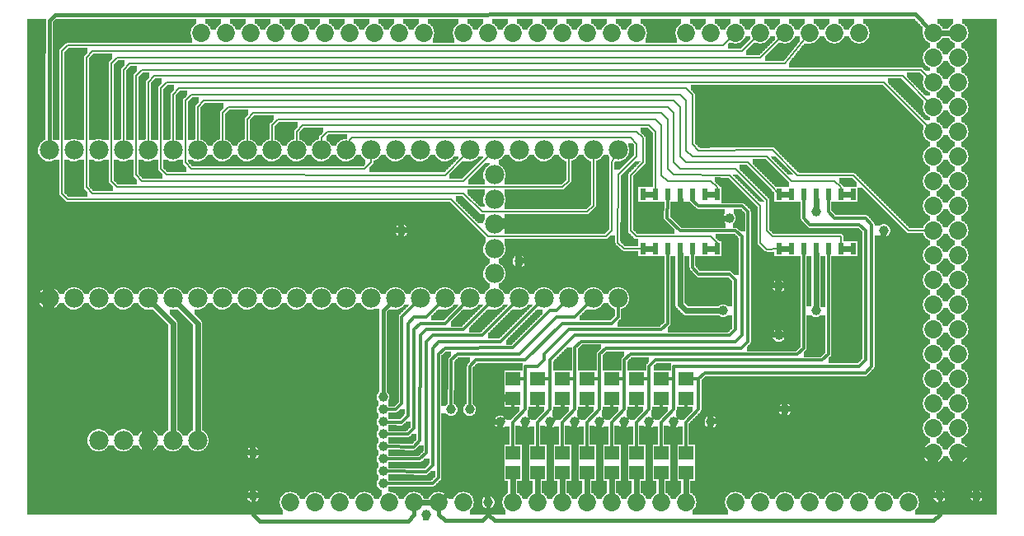
<source format=gtl>
G04 MADE WITH FRITZING*
G04 WWW.FRITZING.ORG*
G04 DOUBLE SIDED*
G04 HOLES PLATED*
G04 CONTOUR ON CENTER OF CONTOUR VECTOR*
%ASAXBY*%
%FSLAX23Y23*%
%MOIN*%
%OFA0B0*%
%SFA1.0B1.0*%
%ADD10C,0.075000*%
%ADD11C,0.039370*%
%ADD12C,0.072917*%
%ADD13C,0.078000*%
%ADD14R,0.023622X0.047244*%
%ADD15R,0.059055X0.055118*%
%ADD16C,0.016000*%
%ADD17C,0.024000*%
%ADD18C,0.012000*%
%ADD19C,0.008000*%
%LNCOPPER1*%
G90*
G70*
G54D10*
X123Y1317D03*
X2603Y2000D03*
X3510Y2000D03*
X2803Y1702D03*
X2550Y1253D03*
X3091Y1241D03*
X3034Y871D03*
X3900Y1966D03*
X2111Y1099D03*
X2763Y953D03*
X1907Y585D03*
G54D11*
X1653Y42D03*
X3228Y867D03*
X1478Y467D03*
X1478Y417D03*
X1478Y367D03*
X1478Y317D03*
X1478Y517D03*
X1478Y267D03*
X1478Y217D03*
X1478Y167D03*
X2878Y1242D03*
X3228Y1267D03*
X2053Y417D03*
X1953Y417D03*
X2153Y417D03*
X2253Y417D03*
X2353Y417D03*
X2453Y417D03*
X2553Y417D03*
X2653Y417D03*
X1753Y467D03*
X1828Y467D03*
X3078Y767D03*
X3103Y467D03*
X3078Y967D03*
X3728Y117D03*
X3878Y117D03*
X2028Y1067D03*
X953Y117D03*
X953Y292D03*
X1903Y92D03*
X3503Y1192D03*
X2853Y867D03*
G54D12*
X3003Y92D03*
X1403Y92D03*
X3103Y92D03*
X3203Y92D03*
X3303Y92D03*
X3403Y92D03*
X3703Y1492D03*
X3503Y92D03*
X3603Y92D03*
X1443Y1992D03*
X2003Y92D03*
X2103Y92D03*
X2203Y92D03*
X2303Y92D03*
X3703Y692D03*
X2403Y92D03*
X2503Y92D03*
X2603Y92D03*
X2703Y92D03*
X2203Y1992D03*
X3703Y1892D03*
X3703Y1092D03*
X3703Y292D03*
X1043Y1992D03*
X1803Y92D03*
X1803Y1992D03*
X3703Y1692D03*
X3703Y1292D03*
X3703Y892D03*
X3403Y1992D03*
X3703Y492D03*
X3303Y1992D03*
X3203Y1992D03*
X3103Y1992D03*
X3003Y1992D03*
X2903Y1992D03*
X2803Y1992D03*
X2703Y1992D03*
X843Y1992D03*
X1243Y1992D03*
X1643Y1992D03*
X1203Y92D03*
X1603Y92D03*
X2403Y1992D03*
X2003Y1992D03*
X3703Y1992D03*
X3703Y1792D03*
X3703Y1592D03*
X3703Y1392D03*
X3703Y1192D03*
X3703Y992D03*
X3703Y792D03*
X3703Y592D03*
X3703Y392D03*
X743Y1992D03*
X943Y1992D03*
X1143Y1992D03*
X1343Y1992D03*
X1543Y1992D03*
X1103Y92D03*
X1303Y92D03*
X1503Y92D03*
X1703Y92D03*
X2503Y1992D03*
X2303Y1992D03*
X2103Y1992D03*
X1903Y1992D03*
X3803Y1992D03*
X3803Y1892D03*
X3803Y1792D03*
X3803Y1692D03*
X3803Y1592D03*
X3803Y1492D03*
X3803Y1392D03*
X3803Y1292D03*
X3803Y1192D03*
X3803Y1092D03*
X3803Y992D03*
X3803Y892D03*
X3803Y792D03*
X3803Y692D03*
X3803Y592D03*
X3803Y492D03*
X3803Y392D03*
X3803Y292D03*
X2903Y92D03*
G54D13*
X2428Y1517D03*
X2328Y1517D03*
X2228Y1517D03*
X2128Y1517D03*
X2028Y1517D03*
X1928Y1517D03*
X1828Y1517D03*
X1728Y1517D03*
X1628Y1517D03*
X1528Y1517D03*
X1428Y1517D03*
X1328Y1517D03*
X1228Y1517D03*
X1128Y1517D03*
X1028Y1517D03*
X928Y1517D03*
X828Y1517D03*
X728Y1517D03*
X628Y1517D03*
X528Y1517D03*
X428Y1517D03*
X328Y1517D03*
X228Y1517D03*
X128Y1517D03*
X128Y917D03*
X228Y917D03*
X328Y917D03*
X428Y917D03*
X528Y917D03*
X628Y917D03*
X728Y917D03*
X828Y917D03*
X928Y917D03*
X1028Y917D03*
X1128Y917D03*
X1228Y917D03*
X1328Y917D03*
X1428Y917D03*
X1528Y917D03*
X1628Y917D03*
X1728Y917D03*
X1828Y917D03*
X1928Y917D03*
X2028Y917D03*
X2128Y917D03*
X2228Y917D03*
X2328Y917D03*
X2428Y917D03*
X1928Y1417D03*
X1928Y1317D03*
X1928Y1217D03*
X1928Y1117D03*
X1928Y1017D03*
X328Y342D03*
X428Y342D03*
X528Y342D03*
X628Y342D03*
X728Y342D03*
G54D11*
X2803Y417D03*
X1553Y1192D03*
G54D14*
X3078Y1117D03*
X3128Y1117D03*
X3178Y1117D03*
X3228Y1117D03*
X3278Y1117D03*
X3328Y1117D03*
X3378Y1117D03*
X3378Y1337D03*
X3328Y1337D03*
X3278Y1337D03*
X3228Y1337D03*
X3178Y1337D03*
X3128Y1337D03*
X3078Y1337D03*
X2528Y1117D03*
X2578Y1117D03*
X2628Y1117D03*
X2678Y1117D03*
X2728Y1117D03*
X2778Y1117D03*
X2828Y1117D03*
X2828Y1337D03*
X2778Y1337D03*
X2728Y1337D03*
X2678Y1337D03*
X2628Y1337D03*
X2578Y1337D03*
X2528Y1337D03*
G54D15*
X2703Y511D03*
X2703Y592D03*
X2303Y511D03*
X2303Y592D03*
X2703Y292D03*
X2703Y211D03*
X2303Y292D03*
X2303Y211D03*
X2603Y511D03*
X2603Y592D03*
X2203Y511D03*
X2203Y592D03*
X2603Y292D03*
X2603Y211D03*
X2203Y292D03*
X2203Y211D03*
X2403Y511D03*
X2403Y592D03*
X2003Y511D03*
X2003Y592D03*
X2403Y292D03*
X2403Y211D03*
X2003Y292D03*
X2003Y211D03*
X2503Y511D03*
X2503Y592D03*
X2103Y511D03*
X2103Y592D03*
X2503Y292D03*
X2503Y211D03*
X2103Y292D03*
X2103Y211D03*
G54D16*
X153Y2066D02*
X3628Y2067D01*
D02*
X129Y2043D02*
X153Y2066D01*
D02*
X3628Y2067D02*
X3685Y2009D01*
D02*
X128Y1541D02*
X129Y2043D01*
G54D17*
D02*
X3733Y1992D02*
X3773Y1992D01*
D02*
X1673Y92D02*
X1633Y92D01*
G54D16*
D02*
X3728Y43D02*
X3728Y103D01*
D02*
X3702Y17D02*
X3728Y43D01*
D02*
X1928Y17D02*
X3702Y17D01*
D02*
X1904Y43D02*
X1928Y17D01*
D02*
X1903Y78D02*
X1904Y43D01*
G54D17*
D02*
X2572Y1117D02*
X2534Y1117D01*
D02*
X2703Y122D02*
X2703Y189D01*
D02*
X2603Y122D02*
X2603Y189D01*
D02*
X2503Y122D02*
X2503Y189D01*
D02*
X2403Y122D02*
X2403Y189D01*
G54D18*
D02*
X3153Y691D02*
X2478Y691D01*
D02*
X2478Y691D02*
X2453Y667D01*
D02*
X3253Y667D02*
X2578Y667D01*
D02*
X2578Y667D02*
X2553Y642D01*
D02*
X2778Y616D02*
X2753Y591D01*
D02*
X3429Y616D02*
X2778Y616D01*
D02*
X3402Y642D02*
X2653Y642D01*
D02*
X3429Y1242D02*
X3453Y1216D01*
D02*
X3302Y1242D02*
X3429Y1242D01*
D02*
X3402Y1216D02*
X3429Y1191D01*
D02*
X3202Y1216D02*
X3402Y1216D01*
D02*
X3278Y1267D02*
X3302Y1242D01*
D02*
X3178Y1242D02*
X3202Y1216D01*
D02*
X3453Y1216D02*
X3453Y642D01*
D02*
X3453Y642D02*
X3429Y616D01*
D02*
X3278Y1319D02*
X3278Y1267D01*
D02*
X2753Y591D02*
X2727Y591D01*
D02*
X3429Y1191D02*
X3429Y667D01*
D02*
X3429Y667D02*
X3402Y642D01*
D02*
X2653Y591D02*
X2627Y591D01*
D02*
X3178Y1319D02*
X3178Y1242D01*
D02*
X2653Y642D02*
X2653Y591D01*
D02*
X3278Y691D02*
X3253Y667D01*
D02*
X2553Y591D02*
X2527Y591D01*
D02*
X3278Y1099D02*
X3278Y691D01*
D02*
X2553Y642D02*
X2553Y591D01*
D02*
X3178Y716D02*
X3153Y691D01*
D02*
X2453Y591D02*
X2427Y591D01*
D02*
X3178Y1099D02*
X3178Y716D01*
D02*
X2453Y667D02*
X2453Y591D01*
G54D17*
D02*
X3372Y1117D02*
X3334Y1117D01*
D02*
X3122Y1117D02*
X3084Y1117D01*
D02*
X3372Y1337D02*
X3334Y1337D01*
G54D19*
D02*
X3302Y1391D02*
X3329Y1367D01*
D02*
X3129Y1391D02*
X3302Y1391D01*
D02*
X3329Y1367D02*
X3328Y1355D01*
D02*
X3029Y1491D02*
X3129Y1391D01*
D02*
X2729Y1491D02*
X3029Y1491D01*
D02*
X2702Y1516D02*
X2729Y1491D01*
D02*
X2703Y1717D02*
X2702Y1516D01*
D02*
X2953Y1467D02*
X2702Y1467D01*
D02*
X3053Y1367D02*
X2953Y1467D01*
D02*
X2702Y1467D02*
X2678Y1491D01*
D02*
X2678Y1491D02*
X2678Y1691D01*
D02*
X2678Y1691D02*
X2653Y1717D01*
D02*
X2678Y1442D02*
X2902Y1442D01*
D02*
X2653Y1467D02*
X2678Y1442D01*
D02*
X2653Y1667D02*
X2653Y1467D01*
D02*
X2902Y1442D02*
X3029Y1316D01*
D02*
X3029Y1316D02*
X3029Y1191D01*
D02*
X2628Y1641D02*
X2629Y1442D01*
D02*
X2629Y1442D02*
X2653Y1418D01*
D02*
X2653Y1418D02*
X2878Y1416D01*
D02*
X3002Y1291D02*
X3002Y1142D01*
D02*
X2878Y1416D02*
X3002Y1291D01*
D02*
X3002Y1142D02*
X3029Y1116D01*
D02*
X3053Y1167D02*
X3329Y1167D01*
D02*
X3329Y1167D02*
X3328Y1135D01*
D02*
X703Y1741D02*
X2678Y1741D01*
D02*
X728Y1691D02*
X728Y1541D01*
D02*
X828Y1667D02*
X852Y1691D01*
D02*
X928Y1641D02*
X953Y1667D01*
D02*
X3029Y1116D02*
X3072Y1117D01*
D02*
X953Y1667D02*
X2603Y1667D01*
D02*
X928Y1541D02*
X928Y1641D01*
D02*
X2603Y1667D02*
X2628Y1641D01*
D02*
X852Y1691D02*
X2628Y1691D01*
D02*
X2628Y1691D02*
X2653Y1667D01*
D02*
X828Y1541D02*
X828Y1667D01*
D02*
X3029Y1191D02*
X3053Y1167D01*
D02*
X753Y1717D02*
X728Y1691D01*
D02*
X1403Y1441D02*
X703Y1441D01*
D02*
X703Y1441D02*
X678Y1467D01*
D02*
X1428Y1467D02*
X1403Y1441D01*
D02*
X678Y1467D02*
X678Y1717D01*
D02*
X1428Y1492D02*
X1428Y1467D01*
D02*
X678Y1717D02*
X703Y1741D01*
D02*
X2678Y1741D02*
X2703Y1717D01*
D02*
X3072Y1345D02*
X3053Y1367D01*
D02*
X2653Y1717D02*
X753Y1717D01*
G54D18*
D02*
X1802Y791D02*
X1653Y791D01*
D02*
X1653Y791D02*
X1629Y767D01*
D02*
X1629Y767D02*
X1627Y342D01*
D02*
X1627Y342D02*
X1602Y316D01*
D02*
X1729Y816D02*
X1629Y816D01*
D02*
X1629Y816D02*
X1602Y791D01*
D02*
X1602Y791D02*
X1602Y391D01*
D02*
X1602Y391D02*
X1578Y367D01*
D02*
X1602Y842D02*
X1578Y816D01*
D02*
X1578Y816D02*
X1578Y442D01*
D02*
X1578Y442D02*
X1553Y416D01*
D02*
X1553Y491D02*
X1529Y467D01*
D02*
X1553Y842D02*
X1553Y491D01*
D02*
X1602Y316D02*
X1491Y317D01*
D02*
X1910Y899D02*
X1802Y791D01*
D02*
X1578Y367D02*
X1491Y367D01*
D02*
X1811Y899D02*
X1729Y816D01*
D02*
X1553Y416D02*
X1491Y416D01*
D02*
X1653Y842D02*
X1602Y842D01*
D02*
X1710Y899D02*
X1653Y842D01*
D02*
X1529Y467D02*
X1491Y467D01*
D02*
X1610Y899D02*
X1553Y842D01*
G54D16*
D02*
X1478Y867D02*
X1478Y530D01*
D02*
X1510Y899D02*
X1478Y867D01*
G54D17*
D02*
X3228Y1099D02*
X3228Y886D01*
G54D18*
D02*
X2178Y867D02*
X2210Y899D01*
D02*
X2153Y867D02*
X2178Y867D01*
D02*
X2127Y842D02*
X2153Y867D01*
G54D17*
D02*
X3122Y1337D02*
X3084Y1337D01*
D02*
X3228Y1319D02*
X3228Y1286D01*
D02*
X2678Y1267D02*
X2678Y1319D01*
D02*
X2702Y1242D02*
X2678Y1267D01*
D02*
X2859Y1242D02*
X2702Y1242D01*
G54D18*
D02*
X1729Y716D02*
X2002Y718D01*
D02*
X2002Y718D02*
X2127Y842D01*
D02*
X1702Y691D02*
X1729Y716D01*
D02*
X1702Y191D02*
X1702Y691D01*
D02*
X1678Y167D02*
X1702Y191D01*
D02*
X1491Y167D02*
X1678Y167D01*
D02*
X1953Y742D02*
X2110Y899D01*
D02*
X1878Y767D02*
X2010Y899D01*
D02*
X1702Y742D02*
X1953Y742D01*
D02*
X1678Y716D02*
X1702Y742D01*
D02*
X1678Y242D02*
X1678Y716D01*
D02*
X1678Y767D02*
X1878Y767D01*
D02*
X1653Y742D02*
X1678Y767D01*
D02*
X1653Y291D02*
X1653Y742D01*
D02*
X1627Y267D02*
X1653Y291D01*
D02*
X1653Y216D02*
X1678Y242D01*
D02*
X1491Y217D02*
X1653Y216D01*
D02*
X1491Y267D02*
X1627Y267D01*
G54D17*
D02*
X1778Y416D02*
X1934Y417D01*
D02*
X1753Y142D02*
X1753Y391D01*
D02*
X1724Y113D02*
X1753Y142D01*
D02*
X1753Y391D02*
X1778Y416D01*
G54D18*
D02*
X2002Y467D02*
X1962Y426D01*
D02*
X2003Y489D02*
X2002Y467D01*
D02*
X2102Y467D02*
X2062Y426D01*
D02*
X2103Y489D02*
X2102Y467D01*
D02*
X2153Y467D02*
X2153Y591D01*
D02*
X2102Y416D02*
X2153Y467D01*
D02*
X2103Y314D02*
X2102Y416D01*
D02*
X2053Y467D02*
X2053Y591D01*
D02*
X2002Y416D02*
X2053Y467D01*
D02*
X2003Y314D02*
X2002Y416D01*
D02*
X2602Y467D02*
X2562Y426D01*
D02*
X2603Y489D02*
X2602Y467D01*
D02*
X2602Y416D02*
X2653Y467D01*
D02*
X2653Y467D02*
X2653Y591D01*
D02*
X2603Y314D02*
X2602Y416D01*
D02*
X2502Y467D02*
X2462Y426D01*
D02*
X2503Y489D02*
X2502Y467D01*
D02*
X2502Y416D02*
X2553Y467D01*
D02*
X2553Y467D02*
X2553Y591D01*
D02*
X2503Y314D02*
X2502Y416D01*
D02*
X2402Y467D02*
X2362Y426D01*
D02*
X2403Y489D02*
X2402Y467D01*
D02*
X2302Y467D02*
X2262Y426D01*
D02*
X2303Y489D02*
X2302Y467D01*
D02*
X2402Y416D02*
X2453Y467D01*
D02*
X2453Y467D02*
X2453Y591D01*
D02*
X2403Y314D02*
X2402Y416D01*
D02*
X2302Y416D02*
X2353Y467D01*
D02*
X2353Y467D02*
X2353Y591D01*
D02*
X2303Y314D02*
X2302Y416D01*
G54D16*
D02*
X2202Y467D02*
X2162Y426D01*
D02*
X2203Y489D02*
X2202Y467D01*
G54D18*
D02*
X2202Y416D02*
X2253Y467D01*
D02*
X2253Y467D02*
X2253Y591D01*
D02*
X2203Y314D02*
X2202Y416D01*
G54D19*
D02*
X2378Y1167D02*
X1903Y1167D01*
D02*
X2303Y1267D02*
X1878Y1267D01*
D02*
X2203Y1367D02*
X403Y1367D01*
D02*
X203Y1317D02*
X178Y1342D01*
D02*
X303Y1342D02*
X278Y1367D01*
D02*
X1803Y1342D02*
X303Y1342D01*
D02*
X403Y1367D02*
X378Y1392D01*
D02*
X178Y1917D02*
X203Y1942D01*
D02*
X278Y1892D02*
X303Y1917D01*
D02*
X378Y1867D02*
X403Y1892D01*
D02*
X2228Y1392D02*
X2203Y1367D01*
D02*
X378Y1392D02*
X378Y1867D01*
D02*
X403Y1892D02*
X3004Y1891D01*
D02*
X3004Y1891D02*
X3086Y1974D01*
D02*
X2228Y1492D02*
X2228Y1392D01*
D02*
X2328Y1292D02*
X2303Y1267D01*
D02*
X1903Y1167D02*
X1753Y1317D01*
D02*
X1878Y1267D02*
X1803Y1342D01*
D02*
X278Y1367D02*
X278Y1892D01*
D02*
X303Y1917D02*
X2928Y1917D01*
D02*
X2928Y1917D02*
X2985Y1974D01*
D02*
X2328Y1492D02*
X2328Y1292D01*
D02*
X2404Y1467D02*
X2403Y1192D01*
D02*
X2403Y1192D02*
X2378Y1167D01*
D02*
X2417Y1495D02*
X2404Y1467D01*
D02*
X1753Y1317D02*
X203Y1317D01*
D02*
X178Y1342D02*
X178Y1917D01*
D02*
X203Y1942D02*
X2854Y1941D01*
D02*
X2854Y1941D02*
X2886Y1974D01*
G54D18*
D02*
X2429Y842D02*
X2428Y892D01*
D02*
X1853Y667D02*
X2053Y667D01*
D02*
X1829Y642D02*
X1853Y667D01*
D02*
X2053Y667D02*
X2202Y816D01*
D02*
X2202Y816D02*
X2402Y816D01*
D02*
X2402Y816D02*
X2429Y842D01*
D02*
X1828Y480D02*
X1829Y642D01*
D02*
X2253Y842D02*
X2310Y899D01*
D02*
X2178Y842D02*
X2253Y842D01*
D02*
X2153Y816D02*
X2178Y842D01*
D02*
X2029Y691D02*
X2153Y816D01*
D02*
X1778Y691D02*
X2029Y691D01*
D02*
X1753Y667D02*
X1778Y691D01*
D02*
X1753Y480D02*
X1753Y667D01*
D02*
X2702Y467D02*
X2662Y426D01*
D02*
X2703Y489D02*
X2702Y467D01*
D02*
X2702Y416D02*
X2703Y314D01*
D02*
X2753Y467D02*
X2702Y416D01*
D02*
X2753Y591D02*
X2753Y467D01*
G54D19*
D02*
X2753Y1516D02*
X3053Y1518D01*
D02*
X2729Y1542D02*
X2753Y1516D01*
D02*
X2728Y1742D02*
X2729Y1542D01*
D02*
X3053Y1518D02*
X3153Y1416D01*
D02*
X3153Y1416D02*
X3378Y1416D01*
D02*
X3602Y1191D02*
X3678Y1192D01*
D02*
X503Y1392D02*
X478Y1417D01*
D02*
X428Y1842D02*
X453Y1867D01*
D02*
X478Y1817D02*
X503Y1842D01*
D02*
X528Y1792D02*
X553Y1817D01*
D02*
X628Y1742D02*
X653Y1767D01*
D02*
X628Y1541D02*
X628Y1742D01*
D02*
X653Y1767D02*
X2703Y1767D01*
D02*
X2703Y1767D02*
X2728Y1742D01*
D02*
X3378Y1416D02*
X3602Y1191D01*
D02*
X553Y1817D02*
X3578Y1817D01*
D02*
X3578Y1817D02*
X3685Y1709D01*
D02*
X528Y1541D02*
X528Y1792D01*
D02*
X1803Y1392D02*
X503Y1392D01*
D02*
X1910Y1499D02*
X1803Y1392D01*
D02*
X478Y1417D02*
X478Y1817D01*
D02*
X503Y1842D02*
X3653Y1842D01*
D02*
X3653Y1842D02*
X3685Y1809D01*
D02*
X453Y1867D02*
X3103Y1867D01*
D02*
X3103Y1867D02*
X3187Y1972D01*
D02*
X428Y1541D02*
X428Y1842D01*
G54D16*
D02*
X1728Y17D02*
X1878Y18D01*
D02*
X1878Y18D02*
X1902Y42D01*
D02*
X1902Y42D02*
X1903Y78D01*
D02*
X1702Y42D02*
X1728Y17D01*
D02*
X1703Y67D02*
X1702Y42D01*
D02*
X978Y16D02*
X1580Y15D01*
D02*
X1580Y15D02*
X1602Y42D01*
D02*
X1602Y42D02*
X1603Y67D01*
D02*
X953Y42D02*
X978Y16D01*
D02*
X953Y103D02*
X953Y42D01*
G54D19*
D02*
X2829Y1142D02*
X2829Y1135D01*
D02*
X2502Y1167D02*
X2802Y1167D01*
D02*
X2802Y1167D02*
X2829Y1142D01*
D02*
X2478Y1191D02*
X2502Y1167D01*
D02*
X2578Y1591D02*
X2578Y1355D01*
D02*
X2553Y1617D02*
X2578Y1591D01*
D02*
X1153Y1617D02*
X2553Y1617D01*
D02*
X2578Y1641D02*
X1053Y1641D01*
D02*
X2603Y1617D02*
X2578Y1641D01*
D02*
X2629Y1391D02*
X2602Y1416D01*
D02*
X2802Y1391D02*
X2629Y1391D01*
D02*
X2602Y1416D02*
X2603Y1617D01*
D02*
X2829Y1367D02*
X2802Y1391D01*
D02*
X2828Y1355D02*
X2829Y1367D01*
D02*
X1028Y1617D02*
X1028Y1541D01*
D02*
X1053Y1641D02*
X1028Y1617D01*
D02*
X1128Y1591D02*
X1153Y1617D01*
D02*
X1128Y1541D02*
X1128Y1591D01*
D02*
X2528Y1567D02*
X2529Y1467D01*
D02*
X2478Y1416D02*
X2478Y1191D01*
D02*
X2529Y1467D02*
X2478Y1416D01*
D02*
X2503Y1591D02*
X2528Y1567D01*
D02*
X1253Y1591D02*
X2503Y1591D01*
D02*
X1228Y1567D02*
X1253Y1591D01*
D02*
X1228Y1541D02*
X1228Y1567D01*
D02*
X2503Y1542D02*
X2478Y1567D01*
D02*
X1353Y1567D02*
X1328Y1541D01*
D02*
X2502Y1491D02*
X2503Y1542D01*
D02*
X2428Y1417D02*
X2502Y1491D01*
D02*
X2478Y1567D02*
X1353Y1567D01*
D02*
X2427Y1142D02*
X2428Y1417D01*
D02*
X2453Y1118D02*
X2427Y1142D01*
D02*
X2522Y1117D02*
X2453Y1118D01*
D02*
X1328Y1541D02*
X1328Y1541D01*
G54D17*
D02*
X2784Y1117D02*
X2822Y1117D01*
D02*
X2784Y1337D02*
X2822Y1337D01*
D02*
X2534Y1337D02*
X2572Y1337D01*
G54D18*
D02*
X2629Y816D02*
X2628Y1099D01*
D02*
X2129Y691D02*
X2229Y791D01*
D02*
X2602Y791D02*
X2629Y816D01*
D02*
X2229Y791D02*
X2602Y791D01*
D02*
X2129Y667D02*
X2129Y691D01*
D02*
X2102Y642D02*
X2129Y667D01*
D02*
X2053Y642D02*
X2102Y642D01*
D02*
X2053Y591D02*
X2053Y642D01*
D02*
X2027Y591D02*
X2053Y591D01*
G54D17*
D02*
X2003Y122D02*
X2003Y189D01*
D02*
X2703Y867D02*
X2834Y867D01*
D02*
X2678Y892D02*
X2703Y867D01*
D02*
X2678Y1099D02*
X2678Y892D01*
G54D18*
D02*
X2753Y1291D02*
X2929Y1291D01*
D02*
X2727Y1316D02*
X2753Y1291D01*
D02*
X2929Y1291D02*
X2953Y1267D01*
D02*
X2953Y742D02*
X2927Y716D01*
D02*
X2953Y1267D02*
X2953Y742D01*
D02*
X2378Y716D02*
X2353Y691D01*
D02*
X2927Y716D02*
X2378Y716D01*
D02*
X2353Y691D02*
X2353Y591D01*
D02*
X2727Y1319D02*
X2727Y1316D01*
D02*
X2353Y591D02*
X2327Y591D01*
D02*
X2678Y1191D02*
X2902Y1191D01*
D02*
X2627Y1242D02*
X2678Y1191D01*
D02*
X2902Y1191D02*
X2929Y1167D01*
D02*
X2929Y767D02*
X2902Y742D01*
D02*
X2929Y1167D02*
X2929Y767D01*
D02*
X2278Y742D02*
X2253Y718D01*
D02*
X2902Y742D02*
X2278Y742D01*
D02*
X2253Y591D02*
X2227Y591D01*
D02*
X2628Y1319D02*
X2627Y1242D01*
D02*
X2253Y718D02*
X2253Y591D01*
D02*
X2253Y767D02*
X2153Y667D01*
D02*
X2878Y767D02*
X2253Y767D01*
D02*
X2153Y591D02*
X2127Y591D01*
D02*
X2878Y1016D02*
X2902Y991D01*
D02*
X2753Y1016D02*
X2878Y1016D01*
D02*
X2729Y1042D02*
X2753Y1016D01*
D02*
X2902Y791D02*
X2878Y767D01*
D02*
X2902Y991D02*
X2902Y791D01*
D02*
X2728Y1099D02*
X2729Y1042D01*
D02*
X2153Y667D02*
X2153Y591D01*
G54D17*
D02*
X2303Y122D02*
X2303Y189D01*
D02*
X2203Y122D02*
X2203Y189D01*
D02*
X2103Y122D02*
X2103Y189D01*
G54D19*
D02*
X602Y1418D02*
X578Y1442D01*
D02*
X1728Y1416D02*
X602Y1418D01*
D02*
X578Y1767D02*
X602Y1791D01*
D02*
X602Y1791D02*
X3502Y1791D01*
D02*
X3502Y1791D02*
X3685Y1609D01*
D02*
X1811Y1499D02*
X1728Y1416D01*
D02*
X578Y1442D02*
X578Y1767D01*
G54D17*
D02*
X729Y816D02*
X649Y895D01*
D02*
X728Y372D02*
X729Y816D01*
D02*
X628Y372D02*
X629Y816D01*
D02*
X629Y816D02*
X549Y895D01*
G36*
X40Y2049D02*
X40Y1471D01*
X124Y1471D01*
X124Y1473D01*
X114Y1473D01*
X114Y1475D01*
X110Y1475D01*
X110Y1477D01*
X106Y1477D01*
X106Y1479D01*
X102Y1479D01*
X102Y1481D01*
X100Y1481D01*
X100Y1483D01*
X98Y1483D01*
X98Y1485D01*
X96Y1485D01*
X96Y1487D01*
X94Y1487D01*
X94Y1489D01*
X92Y1489D01*
X92Y1491D01*
X90Y1491D01*
X90Y1495D01*
X88Y1495D01*
X88Y1497D01*
X86Y1497D01*
X86Y1503D01*
X84Y1503D01*
X84Y1513D01*
X82Y1513D01*
X82Y1521D01*
X84Y1521D01*
X84Y1529D01*
X86Y1529D01*
X86Y1535D01*
X88Y1535D01*
X88Y1539D01*
X90Y1539D01*
X90Y1543D01*
X92Y1543D01*
X92Y1545D01*
X94Y1545D01*
X94Y1547D01*
X96Y1547D01*
X96Y1549D01*
X98Y1549D01*
X98Y1551D01*
X100Y1551D01*
X100Y1553D01*
X102Y1553D01*
X102Y1555D01*
X106Y1555D01*
X106Y1557D01*
X110Y1557D01*
X110Y1559D01*
X114Y1559D01*
X114Y1909D01*
X116Y1909D01*
X116Y2049D01*
X40Y2049D01*
G37*
D02*
G36*
X146Y1477D02*
X146Y1475D01*
X140Y1475D01*
X140Y1473D01*
X132Y1473D01*
X132Y1471D01*
X168Y1471D01*
X168Y1477D01*
X146Y1477D01*
G37*
D02*
G36*
X40Y1471D02*
X40Y1469D01*
X168Y1469D01*
X168Y1471D01*
X40Y1471D01*
G37*
D02*
G36*
X40Y1471D02*
X40Y1469D01*
X168Y1469D01*
X168Y1471D01*
X40Y1471D01*
G37*
D02*
G36*
X40Y1469D02*
X40Y1217D01*
X1560Y1217D01*
X1560Y1215D01*
X1566Y1215D01*
X1566Y1213D01*
X1568Y1213D01*
X1568Y1211D01*
X1570Y1211D01*
X1570Y1209D01*
X1572Y1209D01*
X1572Y1207D01*
X1574Y1207D01*
X1574Y1205D01*
X1576Y1205D01*
X1576Y1199D01*
X1578Y1199D01*
X1578Y1185D01*
X1576Y1185D01*
X1576Y1179D01*
X1574Y1179D01*
X1574Y1177D01*
X1572Y1177D01*
X1572Y1173D01*
X1568Y1173D01*
X1568Y1171D01*
X1566Y1171D01*
X1566Y1169D01*
X1562Y1169D01*
X1562Y1167D01*
X1888Y1167D01*
X1888Y1169D01*
X1886Y1169D01*
X1886Y1171D01*
X1884Y1171D01*
X1884Y1173D01*
X1882Y1173D01*
X1882Y1175D01*
X1880Y1175D01*
X1880Y1177D01*
X1878Y1177D01*
X1878Y1179D01*
X1876Y1179D01*
X1876Y1181D01*
X1874Y1181D01*
X1874Y1183D01*
X1872Y1183D01*
X1872Y1185D01*
X1870Y1185D01*
X1870Y1187D01*
X1868Y1187D01*
X1868Y1189D01*
X1866Y1189D01*
X1866Y1191D01*
X1864Y1191D01*
X1864Y1193D01*
X1862Y1193D01*
X1862Y1195D01*
X1860Y1195D01*
X1860Y1197D01*
X1858Y1197D01*
X1858Y1199D01*
X1856Y1199D01*
X1856Y1201D01*
X1854Y1201D01*
X1854Y1203D01*
X1852Y1203D01*
X1852Y1205D01*
X1850Y1205D01*
X1850Y1207D01*
X1848Y1207D01*
X1848Y1209D01*
X1846Y1209D01*
X1846Y1211D01*
X1844Y1211D01*
X1844Y1213D01*
X1842Y1213D01*
X1842Y1215D01*
X1840Y1215D01*
X1840Y1217D01*
X1838Y1217D01*
X1838Y1219D01*
X1836Y1219D01*
X1836Y1221D01*
X1834Y1221D01*
X1834Y1223D01*
X1832Y1223D01*
X1832Y1225D01*
X1830Y1225D01*
X1830Y1227D01*
X1828Y1227D01*
X1828Y1229D01*
X1826Y1229D01*
X1826Y1231D01*
X1824Y1231D01*
X1824Y1233D01*
X1822Y1233D01*
X1822Y1235D01*
X1820Y1235D01*
X1820Y1237D01*
X1818Y1237D01*
X1818Y1239D01*
X1816Y1239D01*
X1816Y1241D01*
X1814Y1241D01*
X1814Y1243D01*
X1812Y1243D01*
X1812Y1245D01*
X1810Y1245D01*
X1810Y1247D01*
X1808Y1247D01*
X1808Y1249D01*
X1806Y1249D01*
X1806Y1251D01*
X1804Y1251D01*
X1804Y1253D01*
X1802Y1253D01*
X1802Y1255D01*
X1800Y1255D01*
X1800Y1257D01*
X1798Y1257D01*
X1798Y1259D01*
X1796Y1259D01*
X1796Y1261D01*
X1794Y1261D01*
X1794Y1263D01*
X1792Y1263D01*
X1792Y1265D01*
X1790Y1265D01*
X1790Y1267D01*
X1788Y1267D01*
X1788Y1269D01*
X1786Y1269D01*
X1786Y1271D01*
X1784Y1271D01*
X1784Y1273D01*
X1782Y1273D01*
X1782Y1275D01*
X1780Y1275D01*
X1780Y1277D01*
X1778Y1277D01*
X1778Y1279D01*
X1776Y1279D01*
X1776Y1281D01*
X1774Y1281D01*
X1774Y1283D01*
X1772Y1283D01*
X1772Y1285D01*
X1770Y1285D01*
X1770Y1287D01*
X1768Y1287D01*
X1768Y1289D01*
X1766Y1289D01*
X1766Y1291D01*
X1764Y1291D01*
X1764Y1293D01*
X1762Y1293D01*
X1762Y1295D01*
X1760Y1295D01*
X1760Y1297D01*
X1758Y1297D01*
X1758Y1299D01*
X1756Y1299D01*
X1756Y1301D01*
X1754Y1301D01*
X1754Y1303D01*
X1752Y1303D01*
X1752Y1305D01*
X1750Y1305D01*
X1750Y1307D01*
X198Y1307D01*
X198Y1309D01*
X196Y1309D01*
X196Y1311D01*
X194Y1311D01*
X194Y1313D01*
X192Y1313D01*
X192Y1315D01*
X190Y1315D01*
X190Y1317D01*
X188Y1317D01*
X188Y1319D01*
X186Y1319D01*
X186Y1321D01*
X184Y1321D01*
X184Y1323D01*
X182Y1323D01*
X182Y1325D01*
X180Y1325D01*
X180Y1327D01*
X178Y1327D01*
X178Y1329D01*
X176Y1329D01*
X176Y1331D01*
X174Y1331D01*
X174Y1333D01*
X172Y1333D01*
X172Y1335D01*
X170Y1335D01*
X170Y1337D01*
X168Y1337D01*
X168Y1469D01*
X40Y1469D01*
G37*
D02*
G36*
X40Y1217D02*
X40Y1167D01*
X1544Y1167D01*
X1544Y1169D01*
X1540Y1169D01*
X1540Y1171D01*
X1536Y1171D01*
X1536Y1173D01*
X1534Y1173D01*
X1534Y1175D01*
X1532Y1175D01*
X1532Y1179D01*
X1530Y1179D01*
X1530Y1183D01*
X1528Y1183D01*
X1528Y1201D01*
X1530Y1201D01*
X1530Y1205D01*
X1532Y1205D01*
X1532Y1207D01*
X1534Y1207D01*
X1534Y1211D01*
X1538Y1211D01*
X1538Y1213D01*
X1540Y1213D01*
X1540Y1215D01*
X1546Y1215D01*
X1546Y1217D01*
X40Y1217D01*
G37*
D02*
G36*
X40Y1167D02*
X40Y1165D01*
X1890Y1165D01*
X1890Y1167D01*
X40Y1167D01*
G37*
D02*
G36*
X40Y1167D02*
X40Y1165D01*
X1890Y1165D01*
X1890Y1167D01*
X40Y1167D01*
G37*
D02*
G36*
X40Y1165D02*
X40Y961D01*
X1840Y961D01*
X1840Y959D01*
X1846Y959D01*
X1846Y957D01*
X1850Y957D01*
X1850Y955D01*
X1852Y955D01*
X1852Y953D01*
X1856Y953D01*
X1856Y951D01*
X1858Y951D01*
X1858Y949D01*
X1860Y949D01*
X1860Y947D01*
X1862Y947D01*
X1862Y945D01*
X1864Y945D01*
X1864Y941D01*
X1866Y941D01*
X1866Y939D01*
X1868Y939D01*
X1868Y935D01*
X1888Y935D01*
X1888Y939D01*
X1890Y939D01*
X1890Y943D01*
X1892Y943D01*
X1892Y945D01*
X1894Y945D01*
X1894Y947D01*
X1896Y947D01*
X1896Y949D01*
X1898Y949D01*
X1898Y951D01*
X1900Y951D01*
X1900Y953D01*
X1902Y953D01*
X1902Y955D01*
X1906Y955D01*
X1906Y957D01*
X1910Y957D01*
X1910Y977D01*
X1906Y977D01*
X1906Y979D01*
X1902Y979D01*
X1902Y981D01*
X1900Y981D01*
X1900Y983D01*
X1898Y983D01*
X1898Y985D01*
X1896Y985D01*
X1896Y987D01*
X1894Y987D01*
X1894Y989D01*
X1892Y989D01*
X1892Y991D01*
X1890Y991D01*
X1890Y995D01*
X1888Y995D01*
X1888Y997D01*
X1886Y997D01*
X1886Y1003D01*
X1884Y1003D01*
X1884Y1013D01*
X1882Y1013D01*
X1882Y1021D01*
X1884Y1021D01*
X1884Y1029D01*
X1886Y1029D01*
X1886Y1035D01*
X1888Y1035D01*
X1888Y1039D01*
X1890Y1039D01*
X1890Y1043D01*
X1892Y1043D01*
X1892Y1045D01*
X1894Y1045D01*
X1894Y1047D01*
X1896Y1047D01*
X1896Y1049D01*
X1898Y1049D01*
X1898Y1051D01*
X1900Y1051D01*
X1900Y1053D01*
X1902Y1053D01*
X1902Y1055D01*
X1906Y1055D01*
X1906Y1057D01*
X1910Y1057D01*
X1910Y1077D01*
X1906Y1077D01*
X1906Y1079D01*
X1902Y1079D01*
X1902Y1081D01*
X1900Y1081D01*
X1900Y1083D01*
X1898Y1083D01*
X1898Y1085D01*
X1896Y1085D01*
X1896Y1087D01*
X1894Y1087D01*
X1894Y1089D01*
X1892Y1089D01*
X1892Y1091D01*
X1890Y1091D01*
X1890Y1095D01*
X1888Y1095D01*
X1888Y1097D01*
X1886Y1097D01*
X1886Y1103D01*
X1884Y1103D01*
X1884Y1113D01*
X1882Y1113D01*
X1882Y1121D01*
X1884Y1121D01*
X1884Y1129D01*
X1886Y1129D01*
X1886Y1135D01*
X1888Y1135D01*
X1888Y1139D01*
X1890Y1139D01*
X1890Y1143D01*
X1892Y1143D01*
X1892Y1165D01*
X40Y1165D01*
G37*
D02*
G36*
X40Y961D02*
X40Y871D01*
X124Y871D01*
X124Y873D01*
X114Y873D01*
X114Y875D01*
X110Y875D01*
X110Y877D01*
X106Y877D01*
X106Y879D01*
X102Y879D01*
X102Y881D01*
X100Y881D01*
X100Y883D01*
X98Y883D01*
X98Y885D01*
X96Y885D01*
X96Y887D01*
X94Y887D01*
X94Y889D01*
X92Y889D01*
X92Y891D01*
X90Y891D01*
X90Y895D01*
X88Y895D01*
X88Y897D01*
X86Y897D01*
X86Y903D01*
X84Y903D01*
X84Y913D01*
X82Y913D01*
X82Y921D01*
X84Y921D01*
X84Y929D01*
X86Y929D01*
X86Y935D01*
X88Y935D01*
X88Y939D01*
X90Y939D01*
X90Y943D01*
X92Y943D01*
X92Y945D01*
X94Y945D01*
X94Y947D01*
X96Y947D01*
X96Y949D01*
X98Y949D01*
X98Y951D01*
X100Y951D01*
X100Y953D01*
X102Y953D01*
X102Y955D01*
X106Y955D01*
X106Y957D01*
X110Y957D01*
X110Y959D01*
X116Y959D01*
X116Y961D01*
X40Y961D01*
G37*
D02*
G36*
X140Y961D02*
X140Y959D01*
X146Y959D01*
X146Y957D01*
X150Y957D01*
X150Y955D01*
X152Y955D01*
X152Y953D01*
X156Y953D01*
X156Y951D01*
X158Y951D01*
X158Y949D01*
X160Y949D01*
X160Y947D01*
X162Y947D01*
X162Y945D01*
X164Y945D01*
X164Y941D01*
X166Y941D01*
X166Y939D01*
X168Y939D01*
X168Y935D01*
X188Y935D01*
X188Y939D01*
X190Y939D01*
X190Y943D01*
X192Y943D01*
X192Y945D01*
X194Y945D01*
X194Y947D01*
X196Y947D01*
X196Y949D01*
X198Y949D01*
X198Y951D01*
X200Y951D01*
X200Y953D01*
X202Y953D01*
X202Y955D01*
X206Y955D01*
X206Y957D01*
X210Y957D01*
X210Y959D01*
X216Y959D01*
X216Y961D01*
X140Y961D01*
G37*
D02*
G36*
X240Y961D02*
X240Y959D01*
X246Y959D01*
X246Y957D01*
X250Y957D01*
X250Y955D01*
X252Y955D01*
X252Y953D01*
X256Y953D01*
X256Y951D01*
X258Y951D01*
X258Y949D01*
X260Y949D01*
X260Y947D01*
X262Y947D01*
X262Y945D01*
X264Y945D01*
X264Y941D01*
X266Y941D01*
X266Y939D01*
X268Y939D01*
X268Y935D01*
X288Y935D01*
X288Y939D01*
X290Y939D01*
X290Y943D01*
X292Y943D01*
X292Y945D01*
X294Y945D01*
X294Y947D01*
X296Y947D01*
X296Y949D01*
X298Y949D01*
X298Y951D01*
X300Y951D01*
X300Y953D01*
X302Y953D01*
X302Y955D01*
X306Y955D01*
X306Y957D01*
X310Y957D01*
X310Y959D01*
X316Y959D01*
X316Y961D01*
X240Y961D01*
G37*
D02*
G36*
X340Y961D02*
X340Y959D01*
X346Y959D01*
X346Y957D01*
X350Y957D01*
X350Y955D01*
X352Y955D01*
X352Y953D01*
X356Y953D01*
X356Y951D01*
X358Y951D01*
X358Y949D01*
X360Y949D01*
X360Y947D01*
X362Y947D01*
X362Y945D01*
X364Y945D01*
X364Y941D01*
X366Y941D01*
X366Y939D01*
X368Y939D01*
X368Y935D01*
X388Y935D01*
X388Y939D01*
X390Y939D01*
X390Y943D01*
X392Y943D01*
X392Y945D01*
X394Y945D01*
X394Y947D01*
X396Y947D01*
X396Y949D01*
X398Y949D01*
X398Y951D01*
X400Y951D01*
X400Y953D01*
X402Y953D01*
X402Y955D01*
X406Y955D01*
X406Y957D01*
X410Y957D01*
X410Y959D01*
X416Y959D01*
X416Y961D01*
X340Y961D01*
G37*
D02*
G36*
X440Y961D02*
X440Y959D01*
X446Y959D01*
X446Y957D01*
X450Y957D01*
X450Y955D01*
X452Y955D01*
X452Y953D01*
X456Y953D01*
X456Y951D01*
X458Y951D01*
X458Y949D01*
X460Y949D01*
X460Y947D01*
X462Y947D01*
X462Y945D01*
X464Y945D01*
X464Y941D01*
X466Y941D01*
X466Y939D01*
X468Y939D01*
X468Y935D01*
X488Y935D01*
X488Y939D01*
X490Y939D01*
X490Y943D01*
X492Y943D01*
X492Y945D01*
X494Y945D01*
X494Y947D01*
X496Y947D01*
X496Y949D01*
X498Y949D01*
X498Y951D01*
X500Y951D01*
X500Y953D01*
X502Y953D01*
X502Y955D01*
X506Y955D01*
X506Y957D01*
X510Y957D01*
X510Y959D01*
X516Y959D01*
X516Y961D01*
X440Y961D01*
G37*
D02*
G36*
X540Y961D02*
X540Y959D01*
X546Y959D01*
X546Y957D01*
X550Y957D01*
X550Y955D01*
X552Y955D01*
X552Y953D01*
X556Y953D01*
X556Y951D01*
X558Y951D01*
X558Y949D01*
X560Y949D01*
X560Y947D01*
X562Y947D01*
X562Y945D01*
X564Y945D01*
X564Y941D01*
X566Y941D01*
X566Y939D01*
X568Y939D01*
X568Y935D01*
X588Y935D01*
X588Y939D01*
X590Y939D01*
X590Y943D01*
X592Y943D01*
X592Y945D01*
X594Y945D01*
X594Y947D01*
X596Y947D01*
X596Y949D01*
X598Y949D01*
X598Y951D01*
X600Y951D01*
X600Y953D01*
X602Y953D01*
X602Y955D01*
X606Y955D01*
X606Y957D01*
X610Y957D01*
X610Y959D01*
X616Y959D01*
X616Y961D01*
X540Y961D01*
G37*
D02*
G36*
X640Y961D02*
X640Y959D01*
X646Y959D01*
X646Y957D01*
X650Y957D01*
X650Y955D01*
X652Y955D01*
X652Y953D01*
X656Y953D01*
X656Y951D01*
X658Y951D01*
X658Y949D01*
X660Y949D01*
X660Y947D01*
X662Y947D01*
X662Y945D01*
X664Y945D01*
X664Y941D01*
X666Y941D01*
X666Y939D01*
X668Y939D01*
X668Y935D01*
X688Y935D01*
X688Y939D01*
X690Y939D01*
X690Y943D01*
X692Y943D01*
X692Y945D01*
X694Y945D01*
X694Y947D01*
X696Y947D01*
X696Y949D01*
X698Y949D01*
X698Y951D01*
X700Y951D01*
X700Y953D01*
X702Y953D01*
X702Y955D01*
X706Y955D01*
X706Y957D01*
X710Y957D01*
X710Y959D01*
X716Y959D01*
X716Y961D01*
X640Y961D01*
G37*
D02*
G36*
X740Y961D02*
X740Y959D01*
X746Y959D01*
X746Y957D01*
X750Y957D01*
X750Y955D01*
X752Y955D01*
X752Y953D01*
X756Y953D01*
X756Y951D01*
X758Y951D01*
X758Y949D01*
X760Y949D01*
X760Y947D01*
X762Y947D01*
X762Y945D01*
X764Y945D01*
X764Y941D01*
X766Y941D01*
X766Y939D01*
X768Y939D01*
X768Y935D01*
X788Y935D01*
X788Y939D01*
X790Y939D01*
X790Y943D01*
X792Y943D01*
X792Y945D01*
X794Y945D01*
X794Y947D01*
X796Y947D01*
X796Y949D01*
X798Y949D01*
X798Y951D01*
X800Y951D01*
X800Y953D01*
X802Y953D01*
X802Y955D01*
X806Y955D01*
X806Y957D01*
X810Y957D01*
X810Y959D01*
X816Y959D01*
X816Y961D01*
X740Y961D01*
G37*
D02*
G36*
X840Y961D02*
X840Y959D01*
X846Y959D01*
X846Y957D01*
X850Y957D01*
X850Y955D01*
X852Y955D01*
X852Y953D01*
X856Y953D01*
X856Y951D01*
X858Y951D01*
X858Y949D01*
X860Y949D01*
X860Y947D01*
X862Y947D01*
X862Y945D01*
X864Y945D01*
X864Y941D01*
X866Y941D01*
X866Y939D01*
X868Y939D01*
X868Y935D01*
X888Y935D01*
X888Y939D01*
X890Y939D01*
X890Y943D01*
X892Y943D01*
X892Y945D01*
X894Y945D01*
X894Y947D01*
X896Y947D01*
X896Y949D01*
X898Y949D01*
X898Y951D01*
X900Y951D01*
X900Y953D01*
X902Y953D01*
X902Y955D01*
X906Y955D01*
X906Y957D01*
X910Y957D01*
X910Y959D01*
X916Y959D01*
X916Y961D01*
X840Y961D01*
G37*
D02*
G36*
X940Y961D02*
X940Y959D01*
X946Y959D01*
X946Y957D01*
X950Y957D01*
X950Y955D01*
X952Y955D01*
X952Y953D01*
X956Y953D01*
X956Y951D01*
X958Y951D01*
X958Y949D01*
X960Y949D01*
X960Y947D01*
X962Y947D01*
X962Y945D01*
X964Y945D01*
X964Y941D01*
X966Y941D01*
X966Y939D01*
X968Y939D01*
X968Y935D01*
X988Y935D01*
X988Y939D01*
X990Y939D01*
X990Y943D01*
X992Y943D01*
X992Y945D01*
X994Y945D01*
X994Y947D01*
X996Y947D01*
X996Y949D01*
X998Y949D01*
X998Y951D01*
X1000Y951D01*
X1000Y953D01*
X1002Y953D01*
X1002Y955D01*
X1006Y955D01*
X1006Y957D01*
X1010Y957D01*
X1010Y959D01*
X1016Y959D01*
X1016Y961D01*
X940Y961D01*
G37*
D02*
G36*
X1040Y961D02*
X1040Y959D01*
X1046Y959D01*
X1046Y957D01*
X1050Y957D01*
X1050Y955D01*
X1052Y955D01*
X1052Y953D01*
X1056Y953D01*
X1056Y951D01*
X1058Y951D01*
X1058Y949D01*
X1060Y949D01*
X1060Y947D01*
X1062Y947D01*
X1062Y945D01*
X1064Y945D01*
X1064Y941D01*
X1066Y941D01*
X1066Y939D01*
X1068Y939D01*
X1068Y935D01*
X1088Y935D01*
X1088Y939D01*
X1090Y939D01*
X1090Y943D01*
X1092Y943D01*
X1092Y945D01*
X1094Y945D01*
X1094Y947D01*
X1096Y947D01*
X1096Y949D01*
X1098Y949D01*
X1098Y951D01*
X1100Y951D01*
X1100Y953D01*
X1102Y953D01*
X1102Y955D01*
X1106Y955D01*
X1106Y957D01*
X1110Y957D01*
X1110Y959D01*
X1116Y959D01*
X1116Y961D01*
X1040Y961D01*
G37*
D02*
G36*
X1140Y961D02*
X1140Y959D01*
X1146Y959D01*
X1146Y957D01*
X1150Y957D01*
X1150Y955D01*
X1152Y955D01*
X1152Y953D01*
X1156Y953D01*
X1156Y951D01*
X1158Y951D01*
X1158Y949D01*
X1160Y949D01*
X1160Y947D01*
X1162Y947D01*
X1162Y945D01*
X1164Y945D01*
X1164Y941D01*
X1166Y941D01*
X1166Y939D01*
X1168Y939D01*
X1168Y935D01*
X1188Y935D01*
X1188Y939D01*
X1190Y939D01*
X1190Y943D01*
X1192Y943D01*
X1192Y945D01*
X1194Y945D01*
X1194Y947D01*
X1196Y947D01*
X1196Y949D01*
X1198Y949D01*
X1198Y951D01*
X1200Y951D01*
X1200Y953D01*
X1202Y953D01*
X1202Y955D01*
X1206Y955D01*
X1206Y957D01*
X1210Y957D01*
X1210Y959D01*
X1216Y959D01*
X1216Y961D01*
X1140Y961D01*
G37*
D02*
G36*
X1240Y961D02*
X1240Y959D01*
X1246Y959D01*
X1246Y957D01*
X1250Y957D01*
X1250Y955D01*
X1252Y955D01*
X1252Y953D01*
X1256Y953D01*
X1256Y951D01*
X1258Y951D01*
X1258Y949D01*
X1260Y949D01*
X1260Y947D01*
X1262Y947D01*
X1262Y945D01*
X1264Y945D01*
X1264Y941D01*
X1266Y941D01*
X1266Y939D01*
X1268Y939D01*
X1268Y935D01*
X1288Y935D01*
X1288Y939D01*
X1290Y939D01*
X1290Y943D01*
X1292Y943D01*
X1292Y945D01*
X1294Y945D01*
X1294Y947D01*
X1296Y947D01*
X1296Y949D01*
X1298Y949D01*
X1298Y951D01*
X1300Y951D01*
X1300Y953D01*
X1302Y953D01*
X1302Y955D01*
X1306Y955D01*
X1306Y957D01*
X1310Y957D01*
X1310Y959D01*
X1316Y959D01*
X1316Y961D01*
X1240Y961D01*
G37*
D02*
G36*
X1340Y961D02*
X1340Y959D01*
X1346Y959D01*
X1346Y957D01*
X1350Y957D01*
X1350Y955D01*
X1352Y955D01*
X1352Y953D01*
X1356Y953D01*
X1356Y951D01*
X1358Y951D01*
X1358Y949D01*
X1360Y949D01*
X1360Y947D01*
X1362Y947D01*
X1362Y945D01*
X1364Y945D01*
X1364Y941D01*
X1366Y941D01*
X1366Y939D01*
X1368Y939D01*
X1368Y935D01*
X1388Y935D01*
X1388Y939D01*
X1390Y939D01*
X1390Y943D01*
X1392Y943D01*
X1392Y945D01*
X1394Y945D01*
X1394Y947D01*
X1396Y947D01*
X1396Y949D01*
X1398Y949D01*
X1398Y951D01*
X1400Y951D01*
X1400Y953D01*
X1402Y953D01*
X1402Y955D01*
X1406Y955D01*
X1406Y957D01*
X1410Y957D01*
X1410Y959D01*
X1416Y959D01*
X1416Y961D01*
X1340Y961D01*
G37*
D02*
G36*
X1440Y961D02*
X1440Y959D01*
X1446Y959D01*
X1446Y957D01*
X1450Y957D01*
X1450Y955D01*
X1452Y955D01*
X1452Y953D01*
X1456Y953D01*
X1456Y951D01*
X1458Y951D01*
X1458Y949D01*
X1460Y949D01*
X1460Y947D01*
X1462Y947D01*
X1462Y945D01*
X1464Y945D01*
X1464Y941D01*
X1466Y941D01*
X1466Y939D01*
X1468Y939D01*
X1468Y935D01*
X1488Y935D01*
X1488Y939D01*
X1490Y939D01*
X1490Y943D01*
X1492Y943D01*
X1492Y945D01*
X1494Y945D01*
X1494Y947D01*
X1496Y947D01*
X1496Y949D01*
X1498Y949D01*
X1498Y951D01*
X1500Y951D01*
X1500Y953D01*
X1502Y953D01*
X1502Y955D01*
X1506Y955D01*
X1506Y957D01*
X1510Y957D01*
X1510Y959D01*
X1516Y959D01*
X1516Y961D01*
X1440Y961D01*
G37*
D02*
G36*
X1540Y961D02*
X1540Y959D01*
X1546Y959D01*
X1546Y957D01*
X1550Y957D01*
X1550Y955D01*
X1552Y955D01*
X1552Y953D01*
X1556Y953D01*
X1556Y951D01*
X1558Y951D01*
X1558Y949D01*
X1560Y949D01*
X1560Y947D01*
X1562Y947D01*
X1562Y945D01*
X1564Y945D01*
X1564Y941D01*
X1566Y941D01*
X1566Y939D01*
X1568Y939D01*
X1568Y935D01*
X1588Y935D01*
X1588Y939D01*
X1590Y939D01*
X1590Y943D01*
X1592Y943D01*
X1592Y945D01*
X1594Y945D01*
X1594Y947D01*
X1596Y947D01*
X1596Y949D01*
X1598Y949D01*
X1598Y951D01*
X1600Y951D01*
X1600Y953D01*
X1602Y953D01*
X1602Y955D01*
X1606Y955D01*
X1606Y957D01*
X1610Y957D01*
X1610Y959D01*
X1616Y959D01*
X1616Y961D01*
X1540Y961D01*
G37*
D02*
G36*
X1640Y961D02*
X1640Y959D01*
X1646Y959D01*
X1646Y957D01*
X1650Y957D01*
X1650Y955D01*
X1652Y955D01*
X1652Y953D01*
X1656Y953D01*
X1656Y951D01*
X1658Y951D01*
X1658Y949D01*
X1660Y949D01*
X1660Y947D01*
X1662Y947D01*
X1662Y945D01*
X1664Y945D01*
X1664Y941D01*
X1666Y941D01*
X1666Y939D01*
X1668Y939D01*
X1668Y935D01*
X1688Y935D01*
X1688Y939D01*
X1690Y939D01*
X1690Y943D01*
X1692Y943D01*
X1692Y945D01*
X1694Y945D01*
X1694Y947D01*
X1696Y947D01*
X1696Y949D01*
X1698Y949D01*
X1698Y951D01*
X1700Y951D01*
X1700Y953D01*
X1702Y953D01*
X1702Y955D01*
X1706Y955D01*
X1706Y957D01*
X1710Y957D01*
X1710Y959D01*
X1716Y959D01*
X1716Y961D01*
X1640Y961D01*
G37*
D02*
G36*
X1740Y961D02*
X1740Y959D01*
X1746Y959D01*
X1746Y957D01*
X1750Y957D01*
X1750Y955D01*
X1752Y955D01*
X1752Y953D01*
X1756Y953D01*
X1756Y951D01*
X1758Y951D01*
X1758Y949D01*
X1760Y949D01*
X1760Y947D01*
X1762Y947D01*
X1762Y945D01*
X1764Y945D01*
X1764Y941D01*
X1766Y941D01*
X1766Y939D01*
X1768Y939D01*
X1768Y935D01*
X1788Y935D01*
X1788Y939D01*
X1790Y939D01*
X1790Y943D01*
X1792Y943D01*
X1792Y945D01*
X1794Y945D01*
X1794Y947D01*
X1796Y947D01*
X1796Y949D01*
X1798Y949D01*
X1798Y951D01*
X1800Y951D01*
X1800Y953D01*
X1802Y953D01*
X1802Y955D01*
X1806Y955D01*
X1806Y957D01*
X1810Y957D01*
X1810Y959D01*
X1816Y959D01*
X1816Y961D01*
X1740Y961D01*
G37*
D02*
G36*
X168Y897D02*
X168Y895D01*
X166Y895D01*
X166Y891D01*
X164Y891D01*
X164Y889D01*
X162Y889D01*
X162Y887D01*
X160Y887D01*
X160Y885D01*
X158Y885D01*
X158Y883D01*
X156Y883D01*
X156Y881D01*
X154Y881D01*
X154Y879D01*
X150Y879D01*
X150Y877D01*
X146Y877D01*
X146Y875D01*
X140Y875D01*
X140Y873D01*
X132Y873D01*
X132Y871D01*
X224Y871D01*
X224Y873D01*
X214Y873D01*
X214Y875D01*
X210Y875D01*
X210Y877D01*
X206Y877D01*
X206Y879D01*
X202Y879D01*
X202Y881D01*
X200Y881D01*
X200Y883D01*
X198Y883D01*
X198Y885D01*
X196Y885D01*
X196Y887D01*
X194Y887D01*
X194Y889D01*
X192Y889D01*
X192Y891D01*
X190Y891D01*
X190Y895D01*
X188Y895D01*
X188Y897D01*
X168Y897D01*
G37*
D02*
G36*
X268Y897D02*
X268Y895D01*
X266Y895D01*
X266Y891D01*
X264Y891D01*
X264Y889D01*
X262Y889D01*
X262Y887D01*
X260Y887D01*
X260Y885D01*
X258Y885D01*
X258Y883D01*
X256Y883D01*
X256Y881D01*
X254Y881D01*
X254Y879D01*
X250Y879D01*
X250Y877D01*
X246Y877D01*
X246Y875D01*
X240Y875D01*
X240Y873D01*
X232Y873D01*
X232Y871D01*
X324Y871D01*
X324Y873D01*
X314Y873D01*
X314Y875D01*
X310Y875D01*
X310Y877D01*
X306Y877D01*
X306Y879D01*
X302Y879D01*
X302Y881D01*
X300Y881D01*
X300Y883D01*
X298Y883D01*
X298Y885D01*
X296Y885D01*
X296Y887D01*
X294Y887D01*
X294Y889D01*
X292Y889D01*
X292Y891D01*
X290Y891D01*
X290Y895D01*
X288Y895D01*
X288Y897D01*
X268Y897D01*
G37*
D02*
G36*
X368Y897D02*
X368Y895D01*
X366Y895D01*
X366Y891D01*
X364Y891D01*
X364Y889D01*
X362Y889D01*
X362Y887D01*
X360Y887D01*
X360Y885D01*
X358Y885D01*
X358Y883D01*
X356Y883D01*
X356Y881D01*
X354Y881D01*
X354Y879D01*
X350Y879D01*
X350Y877D01*
X346Y877D01*
X346Y875D01*
X340Y875D01*
X340Y873D01*
X332Y873D01*
X332Y871D01*
X424Y871D01*
X424Y873D01*
X414Y873D01*
X414Y875D01*
X410Y875D01*
X410Y877D01*
X406Y877D01*
X406Y879D01*
X402Y879D01*
X402Y881D01*
X400Y881D01*
X400Y883D01*
X398Y883D01*
X398Y885D01*
X396Y885D01*
X396Y887D01*
X394Y887D01*
X394Y889D01*
X392Y889D01*
X392Y891D01*
X390Y891D01*
X390Y895D01*
X388Y895D01*
X388Y897D01*
X368Y897D01*
G37*
D02*
G36*
X468Y897D02*
X468Y895D01*
X466Y895D01*
X466Y891D01*
X464Y891D01*
X464Y889D01*
X462Y889D01*
X462Y887D01*
X460Y887D01*
X460Y885D01*
X458Y885D01*
X458Y883D01*
X456Y883D01*
X456Y881D01*
X454Y881D01*
X454Y879D01*
X450Y879D01*
X450Y877D01*
X446Y877D01*
X446Y875D01*
X440Y875D01*
X440Y873D01*
X432Y873D01*
X432Y871D01*
X524Y871D01*
X524Y873D01*
X514Y873D01*
X514Y875D01*
X510Y875D01*
X510Y877D01*
X506Y877D01*
X506Y879D01*
X502Y879D01*
X502Y881D01*
X500Y881D01*
X500Y883D01*
X498Y883D01*
X498Y885D01*
X496Y885D01*
X496Y887D01*
X494Y887D01*
X494Y889D01*
X492Y889D01*
X492Y891D01*
X490Y891D01*
X490Y895D01*
X488Y895D01*
X488Y897D01*
X468Y897D01*
G37*
D02*
G36*
X768Y897D02*
X768Y895D01*
X766Y895D01*
X766Y891D01*
X764Y891D01*
X764Y889D01*
X762Y889D01*
X762Y887D01*
X760Y887D01*
X760Y885D01*
X758Y885D01*
X758Y883D01*
X756Y883D01*
X756Y881D01*
X754Y881D01*
X754Y879D01*
X750Y879D01*
X750Y877D01*
X746Y877D01*
X746Y875D01*
X740Y875D01*
X740Y873D01*
X732Y873D01*
X732Y871D01*
X824Y871D01*
X824Y873D01*
X814Y873D01*
X814Y875D01*
X810Y875D01*
X810Y877D01*
X806Y877D01*
X806Y879D01*
X802Y879D01*
X802Y881D01*
X800Y881D01*
X800Y883D01*
X798Y883D01*
X798Y885D01*
X796Y885D01*
X796Y887D01*
X794Y887D01*
X794Y889D01*
X792Y889D01*
X792Y891D01*
X790Y891D01*
X790Y895D01*
X788Y895D01*
X788Y897D01*
X768Y897D01*
G37*
D02*
G36*
X868Y897D02*
X868Y895D01*
X866Y895D01*
X866Y891D01*
X864Y891D01*
X864Y889D01*
X862Y889D01*
X862Y887D01*
X860Y887D01*
X860Y885D01*
X858Y885D01*
X858Y883D01*
X856Y883D01*
X856Y881D01*
X854Y881D01*
X854Y879D01*
X850Y879D01*
X850Y877D01*
X846Y877D01*
X846Y875D01*
X840Y875D01*
X840Y873D01*
X832Y873D01*
X832Y871D01*
X924Y871D01*
X924Y873D01*
X914Y873D01*
X914Y875D01*
X910Y875D01*
X910Y877D01*
X906Y877D01*
X906Y879D01*
X902Y879D01*
X902Y881D01*
X900Y881D01*
X900Y883D01*
X898Y883D01*
X898Y885D01*
X896Y885D01*
X896Y887D01*
X894Y887D01*
X894Y889D01*
X892Y889D01*
X892Y891D01*
X890Y891D01*
X890Y895D01*
X888Y895D01*
X888Y897D01*
X868Y897D01*
G37*
D02*
G36*
X968Y897D02*
X968Y895D01*
X966Y895D01*
X966Y891D01*
X964Y891D01*
X964Y889D01*
X962Y889D01*
X962Y887D01*
X960Y887D01*
X960Y885D01*
X958Y885D01*
X958Y883D01*
X956Y883D01*
X956Y881D01*
X954Y881D01*
X954Y879D01*
X950Y879D01*
X950Y877D01*
X946Y877D01*
X946Y875D01*
X940Y875D01*
X940Y873D01*
X932Y873D01*
X932Y871D01*
X1024Y871D01*
X1024Y873D01*
X1014Y873D01*
X1014Y875D01*
X1010Y875D01*
X1010Y877D01*
X1006Y877D01*
X1006Y879D01*
X1002Y879D01*
X1002Y881D01*
X1000Y881D01*
X1000Y883D01*
X998Y883D01*
X998Y885D01*
X996Y885D01*
X996Y887D01*
X994Y887D01*
X994Y889D01*
X992Y889D01*
X992Y891D01*
X990Y891D01*
X990Y895D01*
X988Y895D01*
X988Y897D01*
X968Y897D01*
G37*
D02*
G36*
X1068Y897D02*
X1068Y895D01*
X1066Y895D01*
X1066Y891D01*
X1064Y891D01*
X1064Y889D01*
X1062Y889D01*
X1062Y887D01*
X1060Y887D01*
X1060Y885D01*
X1058Y885D01*
X1058Y883D01*
X1056Y883D01*
X1056Y881D01*
X1054Y881D01*
X1054Y879D01*
X1050Y879D01*
X1050Y877D01*
X1046Y877D01*
X1046Y875D01*
X1040Y875D01*
X1040Y873D01*
X1032Y873D01*
X1032Y871D01*
X1124Y871D01*
X1124Y873D01*
X1114Y873D01*
X1114Y875D01*
X1110Y875D01*
X1110Y877D01*
X1106Y877D01*
X1106Y879D01*
X1102Y879D01*
X1102Y881D01*
X1100Y881D01*
X1100Y883D01*
X1098Y883D01*
X1098Y885D01*
X1096Y885D01*
X1096Y887D01*
X1094Y887D01*
X1094Y889D01*
X1092Y889D01*
X1092Y891D01*
X1090Y891D01*
X1090Y895D01*
X1088Y895D01*
X1088Y897D01*
X1068Y897D01*
G37*
D02*
G36*
X1168Y897D02*
X1168Y895D01*
X1166Y895D01*
X1166Y891D01*
X1164Y891D01*
X1164Y889D01*
X1162Y889D01*
X1162Y887D01*
X1160Y887D01*
X1160Y885D01*
X1158Y885D01*
X1158Y883D01*
X1156Y883D01*
X1156Y881D01*
X1154Y881D01*
X1154Y879D01*
X1150Y879D01*
X1150Y877D01*
X1146Y877D01*
X1146Y875D01*
X1140Y875D01*
X1140Y873D01*
X1132Y873D01*
X1132Y871D01*
X1224Y871D01*
X1224Y873D01*
X1214Y873D01*
X1214Y875D01*
X1210Y875D01*
X1210Y877D01*
X1206Y877D01*
X1206Y879D01*
X1202Y879D01*
X1202Y881D01*
X1200Y881D01*
X1200Y883D01*
X1198Y883D01*
X1198Y885D01*
X1196Y885D01*
X1196Y887D01*
X1194Y887D01*
X1194Y889D01*
X1192Y889D01*
X1192Y891D01*
X1190Y891D01*
X1190Y895D01*
X1188Y895D01*
X1188Y897D01*
X1168Y897D01*
G37*
D02*
G36*
X1268Y897D02*
X1268Y895D01*
X1266Y895D01*
X1266Y891D01*
X1264Y891D01*
X1264Y889D01*
X1262Y889D01*
X1262Y887D01*
X1260Y887D01*
X1260Y885D01*
X1258Y885D01*
X1258Y883D01*
X1256Y883D01*
X1256Y881D01*
X1254Y881D01*
X1254Y879D01*
X1250Y879D01*
X1250Y877D01*
X1246Y877D01*
X1246Y875D01*
X1240Y875D01*
X1240Y873D01*
X1232Y873D01*
X1232Y871D01*
X1324Y871D01*
X1324Y873D01*
X1314Y873D01*
X1314Y875D01*
X1310Y875D01*
X1310Y877D01*
X1306Y877D01*
X1306Y879D01*
X1302Y879D01*
X1302Y881D01*
X1300Y881D01*
X1300Y883D01*
X1298Y883D01*
X1298Y885D01*
X1296Y885D01*
X1296Y887D01*
X1294Y887D01*
X1294Y889D01*
X1292Y889D01*
X1292Y891D01*
X1290Y891D01*
X1290Y895D01*
X1288Y895D01*
X1288Y897D01*
X1268Y897D01*
G37*
D02*
G36*
X1368Y897D02*
X1368Y895D01*
X1366Y895D01*
X1366Y891D01*
X1364Y891D01*
X1364Y889D01*
X1362Y889D01*
X1362Y887D01*
X1360Y887D01*
X1360Y885D01*
X1358Y885D01*
X1358Y883D01*
X1356Y883D01*
X1356Y881D01*
X1354Y881D01*
X1354Y879D01*
X1350Y879D01*
X1350Y877D01*
X1346Y877D01*
X1346Y875D01*
X1340Y875D01*
X1340Y873D01*
X1332Y873D01*
X1332Y871D01*
X1424Y871D01*
X1424Y873D01*
X1414Y873D01*
X1414Y875D01*
X1410Y875D01*
X1410Y877D01*
X1406Y877D01*
X1406Y879D01*
X1402Y879D01*
X1402Y881D01*
X1400Y881D01*
X1400Y883D01*
X1398Y883D01*
X1398Y885D01*
X1396Y885D01*
X1396Y887D01*
X1394Y887D01*
X1394Y889D01*
X1392Y889D01*
X1392Y891D01*
X1390Y891D01*
X1390Y895D01*
X1388Y895D01*
X1388Y897D01*
X1368Y897D01*
G37*
D02*
G36*
X1440Y875D02*
X1440Y873D01*
X1432Y873D01*
X1432Y871D01*
X1464Y871D01*
X1464Y875D01*
X1440Y875D01*
G37*
D02*
G36*
X40Y871D02*
X40Y869D01*
X550Y869D01*
X550Y871D01*
X40Y871D01*
G37*
D02*
G36*
X40Y871D02*
X40Y869D01*
X550Y869D01*
X550Y871D01*
X40Y871D01*
G37*
D02*
G36*
X40Y871D02*
X40Y869D01*
X550Y869D01*
X550Y871D01*
X40Y871D01*
G37*
D02*
G36*
X40Y871D02*
X40Y869D01*
X550Y869D01*
X550Y871D01*
X40Y871D01*
G37*
D02*
G36*
X40Y871D02*
X40Y869D01*
X550Y869D01*
X550Y871D01*
X40Y871D01*
G37*
D02*
G36*
X716Y871D02*
X716Y869D01*
X1464Y869D01*
X1464Y871D01*
X716Y871D01*
G37*
D02*
G36*
X716Y871D02*
X716Y869D01*
X1464Y869D01*
X1464Y871D01*
X716Y871D01*
G37*
D02*
G36*
X716Y871D02*
X716Y869D01*
X1464Y869D01*
X1464Y871D01*
X716Y871D01*
G37*
D02*
G36*
X716Y871D02*
X716Y869D01*
X1464Y869D01*
X1464Y871D01*
X716Y871D01*
G37*
D02*
G36*
X716Y871D02*
X716Y869D01*
X1464Y869D01*
X1464Y871D01*
X716Y871D01*
G37*
D02*
G36*
X716Y871D02*
X716Y869D01*
X1464Y869D01*
X1464Y871D01*
X716Y871D01*
G37*
D02*
G36*
X716Y871D02*
X716Y869D01*
X1464Y869D01*
X1464Y871D01*
X716Y871D01*
G37*
D02*
G36*
X716Y871D02*
X716Y869D01*
X1464Y869D01*
X1464Y871D01*
X716Y871D01*
G37*
D02*
G36*
X40Y869D02*
X40Y387D01*
X536Y387D01*
X536Y385D01*
X542Y385D01*
X542Y383D01*
X548Y383D01*
X548Y381D01*
X552Y381D01*
X552Y379D01*
X554Y379D01*
X554Y377D01*
X556Y377D01*
X556Y375D01*
X560Y375D01*
X560Y371D01*
X562Y371D01*
X562Y369D01*
X564Y369D01*
X564Y367D01*
X566Y367D01*
X566Y363D01*
X568Y363D01*
X568Y361D01*
X588Y361D01*
X588Y365D01*
X590Y365D01*
X590Y367D01*
X592Y367D01*
X592Y369D01*
X594Y369D01*
X594Y373D01*
X596Y373D01*
X596Y375D01*
X598Y375D01*
X598Y377D01*
X602Y377D01*
X602Y379D01*
X604Y379D01*
X604Y381D01*
X608Y381D01*
X608Y383D01*
X610Y383D01*
X610Y811D01*
X608Y811D01*
X608Y813D01*
X606Y813D01*
X606Y815D01*
X604Y815D01*
X604Y817D01*
X602Y817D01*
X602Y819D01*
X600Y819D01*
X600Y821D01*
X598Y821D01*
X598Y823D01*
X596Y823D01*
X596Y825D01*
X594Y825D01*
X594Y827D01*
X592Y827D01*
X592Y829D01*
X590Y829D01*
X590Y831D01*
X588Y831D01*
X588Y833D01*
X586Y833D01*
X586Y835D01*
X584Y835D01*
X584Y837D01*
X582Y837D01*
X582Y839D01*
X580Y839D01*
X580Y841D01*
X578Y841D01*
X578Y843D01*
X576Y843D01*
X576Y845D01*
X574Y845D01*
X574Y847D01*
X572Y847D01*
X572Y849D01*
X570Y849D01*
X570Y851D01*
X568Y851D01*
X568Y853D01*
X566Y853D01*
X566Y855D01*
X564Y855D01*
X564Y857D01*
X562Y857D01*
X562Y859D01*
X560Y859D01*
X560Y861D01*
X558Y861D01*
X558Y863D01*
X556Y863D01*
X556Y865D01*
X554Y865D01*
X554Y867D01*
X552Y867D01*
X552Y869D01*
X40Y869D01*
G37*
D02*
G36*
X716Y869D02*
X716Y853D01*
X718Y853D01*
X718Y851D01*
X720Y851D01*
X720Y849D01*
X722Y849D01*
X722Y847D01*
X724Y847D01*
X724Y845D01*
X726Y845D01*
X726Y843D01*
X728Y843D01*
X728Y841D01*
X730Y841D01*
X730Y839D01*
X732Y839D01*
X732Y837D01*
X734Y837D01*
X734Y835D01*
X736Y835D01*
X736Y833D01*
X738Y833D01*
X738Y831D01*
X740Y831D01*
X740Y829D01*
X742Y829D01*
X742Y827D01*
X744Y827D01*
X744Y823D01*
X746Y823D01*
X746Y383D01*
X748Y383D01*
X748Y381D01*
X752Y381D01*
X752Y379D01*
X754Y379D01*
X754Y377D01*
X756Y377D01*
X756Y375D01*
X760Y375D01*
X760Y371D01*
X762Y371D01*
X762Y369D01*
X764Y369D01*
X764Y367D01*
X766Y367D01*
X766Y363D01*
X768Y363D01*
X768Y359D01*
X770Y359D01*
X770Y353D01*
X772Y353D01*
X772Y331D01*
X770Y331D01*
X770Y323D01*
X768Y323D01*
X768Y321D01*
X766Y321D01*
X766Y317D01*
X960Y317D01*
X960Y315D01*
X966Y315D01*
X966Y313D01*
X968Y313D01*
X968Y311D01*
X970Y311D01*
X970Y309D01*
X972Y309D01*
X972Y307D01*
X974Y307D01*
X974Y305D01*
X976Y305D01*
X976Y299D01*
X978Y299D01*
X978Y285D01*
X976Y285D01*
X976Y279D01*
X974Y279D01*
X974Y277D01*
X972Y277D01*
X972Y273D01*
X968Y273D01*
X968Y271D01*
X966Y271D01*
X966Y269D01*
X962Y269D01*
X962Y267D01*
X1452Y267D01*
X1452Y273D01*
X1454Y273D01*
X1454Y279D01*
X1456Y279D01*
X1456Y281D01*
X1458Y281D01*
X1458Y301D01*
X1456Y301D01*
X1456Y305D01*
X1454Y305D01*
X1454Y311D01*
X1452Y311D01*
X1452Y323D01*
X1454Y323D01*
X1454Y327D01*
X1456Y327D01*
X1456Y331D01*
X1458Y331D01*
X1458Y351D01*
X1456Y351D01*
X1456Y355D01*
X1454Y355D01*
X1454Y361D01*
X1452Y361D01*
X1452Y373D01*
X1454Y373D01*
X1454Y377D01*
X1456Y377D01*
X1456Y381D01*
X1458Y381D01*
X1458Y401D01*
X1456Y401D01*
X1456Y405D01*
X1454Y405D01*
X1454Y411D01*
X1452Y411D01*
X1452Y423D01*
X1454Y423D01*
X1454Y427D01*
X1456Y427D01*
X1456Y431D01*
X1458Y431D01*
X1458Y451D01*
X1456Y451D01*
X1456Y455D01*
X1454Y455D01*
X1454Y461D01*
X1452Y461D01*
X1452Y473D01*
X1454Y473D01*
X1454Y477D01*
X1456Y477D01*
X1456Y481D01*
X1458Y481D01*
X1458Y501D01*
X1456Y501D01*
X1456Y505D01*
X1454Y505D01*
X1454Y511D01*
X1452Y511D01*
X1452Y523D01*
X1454Y523D01*
X1454Y527D01*
X1456Y527D01*
X1456Y531D01*
X1458Y531D01*
X1458Y535D01*
X1460Y535D01*
X1460Y537D01*
X1464Y537D01*
X1464Y869D01*
X716Y869D01*
G37*
D02*
G36*
X40Y387D02*
X40Y297D01*
X318Y297D01*
X318Y299D01*
X312Y299D01*
X312Y301D01*
X308Y301D01*
X308Y303D01*
X304Y303D01*
X304Y305D01*
X300Y305D01*
X300Y307D01*
X298Y307D01*
X298Y309D01*
X296Y309D01*
X296Y311D01*
X294Y311D01*
X294Y313D01*
X292Y313D01*
X292Y317D01*
X290Y317D01*
X290Y319D01*
X288Y319D01*
X288Y323D01*
X286Y323D01*
X286Y329D01*
X284Y329D01*
X284Y337D01*
X282Y337D01*
X282Y345D01*
X284Y345D01*
X284Y355D01*
X286Y355D01*
X286Y361D01*
X288Y361D01*
X288Y365D01*
X290Y365D01*
X290Y367D01*
X292Y367D01*
X292Y369D01*
X294Y369D01*
X294Y373D01*
X296Y373D01*
X296Y375D01*
X298Y375D01*
X298Y377D01*
X302Y377D01*
X302Y379D01*
X304Y379D01*
X304Y381D01*
X308Y381D01*
X308Y383D01*
X312Y383D01*
X312Y385D01*
X320Y385D01*
X320Y387D01*
X40Y387D01*
G37*
D02*
G36*
X336Y387D02*
X336Y385D01*
X342Y385D01*
X342Y383D01*
X348Y383D01*
X348Y381D01*
X352Y381D01*
X352Y379D01*
X354Y379D01*
X354Y377D01*
X356Y377D01*
X356Y375D01*
X360Y375D01*
X360Y371D01*
X362Y371D01*
X362Y369D01*
X364Y369D01*
X364Y367D01*
X366Y367D01*
X366Y363D01*
X368Y363D01*
X368Y361D01*
X388Y361D01*
X388Y365D01*
X390Y365D01*
X390Y367D01*
X392Y367D01*
X392Y369D01*
X394Y369D01*
X394Y373D01*
X396Y373D01*
X396Y375D01*
X398Y375D01*
X398Y377D01*
X402Y377D01*
X402Y379D01*
X404Y379D01*
X404Y381D01*
X408Y381D01*
X408Y383D01*
X412Y383D01*
X412Y385D01*
X420Y385D01*
X420Y387D01*
X336Y387D01*
G37*
D02*
G36*
X436Y387D02*
X436Y385D01*
X442Y385D01*
X442Y383D01*
X448Y383D01*
X448Y381D01*
X452Y381D01*
X452Y379D01*
X454Y379D01*
X454Y377D01*
X456Y377D01*
X456Y375D01*
X460Y375D01*
X460Y371D01*
X462Y371D01*
X462Y369D01*
X464Y369D01*
X464Y367D01*
X466Y367D01*
X466Y363D01*
X468Y363D01*
X468Y361D01*
X488Y361D01*
X488Y365D01*
X490Y365D01*
X490Y367D01*
X492Y367D01*
X492Y369D01*
X494Y369D01*
X494Y373D01*
X496Y373D01*
X496Y375D01*
X498Y375D01*
X498Y377D01*
X502Y377D01*
X502Y379D01*
X504Y379D01*
X504Y381D01*
X508Y381D01*
X508Y383D01*
X512Y383D01*
X512Y385D01*
X520Y385D01*
X520Y387D01*
X436Y387D01*
G37*
D02*
G36*
X368Y323D02*
X368Y321D01*
X366Y321D01*
X366Y317D01*
X364Y317D01*
X364Y315D01*
X362Y315D01*
X362Y311D01*
X360Y311D01*
X360Y309D01*
X358Y309D01*
X358Y307D01*
X354Y307D01*
X354Y305D01*
X352Y305D01*
X352Y303D01*
X348Y303D01*
X348Y301D01*
X344Y301D01*
X344Y299D01*
X338Y299D01*
X338Y297D01*
X418Y297D01*
X418Y299D01*
X412Y299D01*
X412Y301D01*
X408Y301D01*
X408Y303D01*
X404Y303D01*
X404Y305D01*
X400Y305D01*
X400Y307D01*
X398Y307D01*
X398Y309D01*
X396Y309D01*
X396Y311D01*
X394Y311D01*
X394Y313D01*
X392Y313D01*
X392Y317D01*
X390Y317D01*
X390Y319D01*
X388Y319D01*
X388Y323D01*
X368Y323D01*
G37*
D02*
G36*
X468Y323D02*
X468Y321D01*
X466Y321D01*
X466Y317D01*
X464Y317D01*
X464Y315D01*
X462Y315D01*
X462Y311D01*
X460Y311D01*
X460Y309D01*
X458Y309D01*
X458Y307D01*
X454Y307D01*
X454Y305D01*
X452Y305D01*
X452Y303D01*
X448Y303D01*
X448Y301D01*
X444Y301D01*
X444Y299D01*
X438Y299D01*
X438Y297D01*
X518Y297D01*
X518Y299D01*
X512Y299D01*
X512Y301D01*
X508Y301D01*
X508Y303D01*
X504Y303D01*
X504Y305D01*
X500Y305D01*
X500Y307D01*
X498Y307D01*
X498Y309D01*
X496Y309D01*
X496Y311D01*
X494Y311D01*
X494Y313D01*
X492Y313D01*
X492Y317D01*
X490Y317D01*
X490Y319D01*
X488Y319D01*
X488Y323D01*
X468Y323D01*
G37*
D02*
G36*
X568Y323D02*
X568Y321D01*
X566Y321D01*
X566Y317D01*
X564Y317D01*
X564Y315D01*
X562Y315D01*
X562Y311D01*
X560Y311D01*
X560Y309D01*
X558Y309D01*
X558Y307D01*
X554Y307D01*
X554Y305D01*
X552Y305D01*
X552Y303D01*
X548Y303D01*
X548Y301D01*
X544Y301D01*
X544Y299D01*
X538Y299D01*
X538Y297D01*
X618Y297D01*
X618Y299D01*
X612Y299D01*
X612Y301D01*
X608Y301D01*
X608Y303D01*
X604Y303D01*
X604Y305D01*
X600Y305D01*
X600Y307D01*
X598Y307D01*
X598Y309D01*
X596Y309D01*
X596Y311D01*
X594Y311D01*
X594Y313D01*
X592Y313D01*
X592Y317D01*
X590Y317D01*
X590Y319D01*
X588Y319D01*
X588Y323D01*
X568Y323D01*
G37*
D02*
G36*
X668Y323D02*
X668Y321D01*
X666Y321D01*
X666Y317D01*
X664Y317D01*
X664Y315D01*
X662Y315D01*
X662Y311D01*
X660Y311D01*
X660Y309D01*
X658Y309D01*
X658Y307D01*
X654Y307D01*
X654Y305D01*
X652Y305D01*
X652Y303D01*
X648Y303D01*
X648Y301D01*
X644Y301D01*
X644Y299D01*
X638Y299D01*
X638Y297D01*
X718Y297D01*
X718Y299D01*
X712Y299D01*
X712Y301D01*
X708Y301D01*
X708Y303D01*
X704Y303D01*
X704Y305D01*
X700Y305D01*
X700Y307D01*
X698Y307D01*
X698Y309D01*
X696Y309D01*
X696Y311D01*
X694Y311D01*
X694Y313D01*
X692Y313D01*
X692Y317D01*
X690Y317D01*
X690Y319D01*
X688Y319D01*
X688Y323D01*
X668Y323D01*
G37*
D02*
G36*
X764Y317D02*
X764Y315D01*
X762Y315D01*
X762Y311D01*
X760Y311D01*
X760Y309D01*
X758Y309D01*
X758Y307D01*
X754Y307D01*
X754Y305D01*
X752Y305D01*
X752Y303D01*
X748Y303D01*
X748Y301D01*
X744Y301D01*
X744Y299D01*
X738Y299D01*
X738Y297D01*
X928Y297D01*
X928Y301D01*
X930Y301D01*
X930Y305D01*
X932Y305D01*
X932Y307D01*
X934Y307D01*
X934Y311D01*
X938Y311D01*
X938Y313D01*
X940Y313D01*
X940Y315D01*
X946Y315D01*
X946Y317D01*
X764Y317D01*
G37*
D02*
G36*
X40Y297D02*
X40Y295D01*
X928Y295D01*
X928Y297D01*
X40Y297D01*
G37*
D02*
G36*
X40Y297D02*
X40Y295D01*
X928Y295D01*
X928Y297D01*
X40Y297D01*
G37*
D02*
G36*
X40Y297D02*
X40Y295D01*
X928Y295D01*
X928Y297D01*
X40Y297D01*
G37*
D02*
G36*
X40Y297D02*
X40Y295D01*
X928Y295D01*
X928Y297D01*
X40Y297D01*
G37*
D02*
G36*
X40Y297D02*
X40Y295D01*
X928Y295D01*
X928Y297D01*
X40Y297D01*
G37*
D02*
G36*
X40Y297D02*
X40Y295D01*
X928Y295D01*
X928Y297D01*
X40Y297D01*
G37*
D02*
G36*
X40Y295D02*
X40Y267D01*
X944Y267D01*
X944Y269D01*
X940Y269D01*
X940Y271D01*
X936Y271D01*
X936Y273D01*
X934Y273D01*
X934Y275D01*
X932Y275D01*
X932Y279D01*
X930Y279D01*
X930Y283D01*
X928Y283D01*
X928Y295D01*
X40Y295D01*
G37*
D02*
G36*
X40Y267D02*
X40Y265D01*
X1452Y265D01*
X1452Y267D01*
X40Y267D01*
G37*
D02*
G36*
X40Y267D02*
X40Y265D01*
X1452Y265D01*
X1452Y267D01*
X40Y267D01*
G37*
D02*
G36*
X40Y265D02*
X40Y143D01*
X956Y143D01*
X956Y141D01*
X964Y141D01*
X964Y139D01*
X966Y139D01*
X966Y137D01*
X970Y137D01*
X970Y135D01*
X1406Y135D01*
X1406Y133D01*
X1416Y133D01*
X1416Y131D01*
X1420Y131D01*
X1420Y129D01*
X1424Y129D01*
X1424Y127D01*
X1428Y127D01*
X1428Y125D01*
X1430Y125D01*
X1430Y123D01*
X1432Y123D01*
X1432Y121D01*
X1434Y121D01*
X1434Y119D01*
X1436Y119D01*
X1436Y117D01*
X1438Y117D01*
X1438Y113D01*
X1440Y113D01*
X1440Y109D01*
X1442Y109D01*
X1442Y105D01*
X1462Y105D01*
X1462Y107D01*
X1464Y107D01*
X1464Y111D01*
X1466Y111D01*
X1466Y115D01*
X1468Y115D01*
X1468Y117D01*
X1470Y117D01*
X1470Y119D01*
X1472Y119D01*
X1472Y121D01*
X1474Y121D01*
X1474Y141D01*
X1472Y141D01*
X1472Y143D01*
X1466Y143D01*
X1466Y145D01*
X1462Y145D01*
X1462Y147D01*
X1460Y147D01*
X1460Y149D01*
X1458Y149D01*
X1458Y151D01*
X1456Y151D01*
X1456Y155D01*
X1454Y155D01*
X1454Y161D01*
X1452Y161D01*
X1452Y173D01*
X1454Y173D01*
X1454Y179D01*
X1456Y179D01*
X1456Y181D01*
X1458Y181D01*
X1458Y201D01*
X1456Y201D01*
X1456Y205D01*
X1454Y205D01*
X1454Y211D01*
X1452Y211D01*
X1452Y223D01*
X1454Y223D01*
X1454Y229D01*
X1456Y229D01*
X1456Y231D01*
X1458Y231D01*
X1458Y251D01*
X1456Y251D01*
X1456Y255D01*
X1454Y255D01*
X1454Y261D01*
X1452Y261D01*
X1452Y265D01*
X40Y265D01*
G37*
D02*
G36*
X40Y143D02*
X40Y91D01*
X946Y91D01*
X946Y93D01*
X942Y93D01*
X942Y95D01*
X938Y95D01*
X938Y97D01*
X936Y97D01*
X936Y99D01*
X934Y99D01*
X934Y101D01*
X932Y101D01*
X932Y103D01*
X930Y103D01*
X930Y107D01*
X928Y107D01*
X928Y125D01*
X930Y125D01*
X930Y129D01*
X932Y129D01*
X932Y133D01*
X934Y133D01*
X934Y135D01*
X936Y135D01*
X936Y137D01*
X938Y137D01*
X938Y139D01*
X942Y139D01*
X942Y141D01*
X948Y141D01*
X948Y143D01*
X40Y143D01*
G37*
D02*
G36*
X972Y135D02*
X972Y133D01*
X974Y133D01*
X974Y129D01*
X976Y129D01*
X976Y125D01*
X978Y125D01*
X978Y109D01*
X976Y109D01*
X976Y105D01*
X974Y105D01*
X974Y101D01*
X972Y101D01*
X972Y99D01*
X970Y99D01*
X970Y97D01*
X968Y97D01*
X968Y95D01*
X964Y95D01*
X964Y93D01*
X958Y93D01*
X958Y91D01*
X1060Y91D01*
X1060Y99D01*
X1062Y99D01*
X1062Y107D01*
X1064Y107D01*
X1064Y111D01*
X1066Y111D01*
X1066Y115D01*
X1068Y115D01*
X1068Y117D01*
X1070Y117D01*
X1070Y119D01*
X1072Y119D01*
X1072Y121D01*
X1074Y121D01*
X1074Y123D01*
X1076Y123D01*
X1076Y125D01*
X1078Y125D01*
X1078Y127D01*
X1080Y127D01*
X1080Y129D01*
X1084Y129D01*
X1084Y131D01*
X1090Y131D01*
X1090Y133D01*
X1098Y133D01*
X1098Y135D01*
X972Y135D01*
G37*
D02*
G36*
X1106Y135D02*
X1106Y133D01*
X1116Y133D01*
X1116Y131D01*
X1120Y131D01*
X1120Y129D01*
X1124Y129D01*
X1124Y127D01*
X1128Y127D01*
X1128Y125D01*
X1130Y125D01*
X1130Y123D01*
X1132Y123D01*
X1132Y121D01*
X1134Y121D01*
X1134Y119D01*
X1136Y119D01*
X1136Y117D01*
X1138Y117D01*
X1138Y113D01*
X1140Y113D01*
X1140Y109D01*
X1142Y109D01*
X1142Y105D01*
X1162Y105D01*
X1162Y107D01*
X1164Y107D01*
X1164Y111D01*
X1166Y111D01*
X1166Y115D01*
X1168Y115D01*
X1168Y117D01*
X1170Y117D01*
X1170Y119D01*
X1172Y119D01*
X1172Y121D01*
X1174Y121D01*
X1174Y123D01*
X1176Y123D01*
X1176Y125D01*
X1178Y125D01*
X1178Y127D01*
X1180Y127D01*
X1180Y129D01*
X1184Y129D01*
X1184Y131D01*
X1190Y131D01*
X1190Y133D01*
X1198Y133D01*
X1198Y135D01*
X1106Y135D01*
G37*
D02*
G36*
X1206Y135D02*
X1206Y133D01*
X1216Y133D01*
X1216Y131D01*
X1220Y131D01*
X1220Y129D01*
X1224Y129D01*
X1224Y127D01*
X1228Y127D01*
X1228Y125D01*
X1230Y125D01*
X1230Y123D01*
X1232Y123D01*
X1232Y121D01*
X1234Y121D01*
X1234Y119D01*
X1236Y119D01*
X1236Y117D01*
X1238Y117D01*
X1238Y113D01*
X1240Y113D01*
X1240Y109D01*
X1242Y109D01*
X1242Y105D01*
X1262Y105D01*
X1262Y107D01*
X1264Y107D01*
X1264Y111D01*
X1266Y111D01*
X1266Y115D01*
X1268Y115D01*
X1268Y117D01*
X1270Y117D01*
X1270Y119D01*
X1272Y119D01*
X1272Y121D01*
X1274Y121D01*
X1274Y123D01*
X1276Y123D01*
X1276Y125D01*
X1278Y125D01*
X1278Y127D01*
X1280Y127D01*
X1280Y129D01*
X1284Y129D01*
X1284Y131D01*
X1290Y131D01*
X1290Y133D01*
X1298Y133D01*
X1298Y135D01*
X1206Y135D01*
G37*
D02*
G36*
X1306Y135D02*
X1306Y133D01*
X1316Y133D01*
X1316Y131D01*
X1320Y131D01*
X1320Y129D01*
X1324Y129D01*
X1324Y127D01*
X1328Y127D01*
X1328Y125D01*
X1330Y125D01*
X1330Y123D01*
X1332Y123D01*
X1332Y121D01*
X1334Y121D01*
X1334Y119D01*
X1336Y119D01*
X1336Y117D01*
X1338Y117D01*
X1338Y113D01*
X1340Y113D01*
X1340Y109D01*
X1342Y109D01*
X1342Y105D01*
X1362Y105D01*
X1362Y107D01*
X1364Y107D01*
X1364Y111D01*
X1366Y111D01*
X1366Y115D01*
X1368Y115D01*
X1368Y117D01*
X1370Y117D01*
X1370Y119D01*
X1372Y119D01*
X1372Y121D01*
X1374Y121D01*
X1374Y123D01*
X1376Y123D01*
X1376Y125D01*
X1378Y125D01*
X1378Y127D01*
X1380Y127D01*
X1380Y129D01*
X1384Y129D01*
X1384Y131D01*
X1390Y131D01*
X1390Y133D01*
X1398Y133D01*
X1398Y135D01*
X1306Y135D01*
G37*
D02*
G36*
X40Y91D02*
X40Y89D01*
X1060Y89D01*
X1060Y91D01*
X40Y91D01*
G37*
D02*
G36*
X40Y91D02*
X40Y89D01*
X1060Y89D01*
X1060Y91D01*
X40Y91D01*
G37*
D02*
G36*
X40Y89D02*
X40Y41D01*
X1074Y41D01*
X1074Y61D01*
X1072Y61D01*
X1072Y63D01*
X1070Y63D01*
X1070Y67D01*
X1068Y67D01*
X1068Y69D01*
X1066Y69D01*
X1066Y73D01*
X1064Y73D01*
X1064Y77D01*
X1062Y77D01*
X1062Y85D01*
X1060Y85D01*
X1060Y89D01*
X40Y89D01*
G37*
D02*
G36*
X154Y2049D02*
X154Y2047D01*
X152Y2047D01*
X152Y2045D01*
X150Y2045D01*
X150Y2043D01*
X148Y2043D01*
X148Y2041D01*
X146Y2041D01*
X146Y2039D01*
X144Y2039D01*
X144Y1905D01*
X142Y1905D01*
X142Y1559D01*
X146Y1559D01*
X146Y1557D01*
X168Y1557D01*
X168Y1921D01*
X170Y1921D01*
X170Y1925D01*
X172Y1925D01*
X172Y1927D01*
X174Y1927D01*
X174Y1929D01*
X176Y1929D01*
X176Y1931D01*
X178Y1931D01*
X178Y1933D01*
X180Y1933D01*
X180Y1935D01*
X182Y1935D01*
X182Y1937D01*
X184Y1937D01*
X184Y1939D01*
X186Y1939D01*
X186Y1941D01*
X188Y1941D01*
X188Y1943D01*
X190Y1943D01*
X190Y1945D01*
X192Y1945D01*
X192Y1947D01*
X194Y1947D01*
X194Y1949D01*
X198Y1949D01*
X198Y1951D01*
X706Y1951D01*
X706Y1973D01*
X704Y1973D01*
X704Y1977D01*
X702Y1977D01*
X702Y1985D01*
X700Y1985D01*
X700Y1999D01*
X702Y1999D01*
X702Y2007D01*
X704Y2007D01*
X704Y2011D01*
X706Y2011D01*
X706Y2015D01*
X708Y2015D01*
X708Y2017D01*
X710Y2017D01*
X710Y2019D01*
X712Y2019D01*
X712Y2021D01*
X714Y2021D01*
X714Y2023D01*
X716Y2023D01*
X716Y2025D01*
X718Y2025D01*
X718Y2027D01*
X722Y2027D01*
X722Y2029D01*
X724Y2029D01*
X724Y2049D01*
X154Y2049D01*
G37*
D02*
G36*
X760Y2049D02*
X760Y2029D01*
X764Y2029D01*
X764Y2027D01*
X768Y2027D01*
X768Y2025D01*
X770Y2025D01*
X770Y2023D01*
X772Y2023D01*
X772Y2021D01*
X774Y2021D01*
X774Y2019D01*
X776Y2019D01*
X776Y2017D01*
X778Y2017D01*
X778Y2013D01*
X780Y2013D01*
X780Y2009D01*
X782Y2009D01*
X782Y2005D01*
X802Y2005D01*
X802Y2007D01*
X804Y2007D01*
X804Y2011D01*
X806Y2011D01*
X806Y2015D01*
X808Y2015D01*
X808Y2017D01*
X810Y2017D01*
X810Y2019D01*
X812Y2019D01*
X812Y2021D01*
X814Y2021D01*
X814Y2023D01*
X816Y2023D01*
X816Y2025D01*
X818Y2025D01*
X818Y2027D01*
X822Y2027D01*
X822Y2029D01*
X824Y2029D01*
X824Y2049D01*
X760Y2049D01*
G37*
D02*
G36*
X860Y2049D02*
X860Y2029D01*
X864Y2029D01*
X864Y2027D01*
X868Y2027D01*
X868Y2025D01*
X870Y2025D01*
X870Y2023D01*
X872Y2023D01*
X872Y2021D01*
X874Y2021D01*
X874Y2019D01*
X876Y2019D01*
X876Y2017D01*
X878Y2017D01*
X878Y2013D01*
X880Y2013D01*
X880Y2009D01*
X882Y2009D01*
X882Y2005D01*
X902Y2005D01*
X902Y2007D01*
X904Y2007D01*
X904Y2011D01*
X906Y2011D01*
X906Y2015D01*
X908Y2015D01*
X908Y2017D01*
X910Y2017D01*
X910Y2019D01*
X912Y2019D01*
X912Y2021D01*
X914Y2021D01*
X914Y2023D01*
X916Y2023D01*
X916Y2025D01*
X918Y2025D01*
X918Y2027D01*
X922Y2027D01*
X922Y2029D01*
X924Y2029D01*
X924Y2049D01*
X860Y2049D01*
G37*
D02*
G36*
X960Y2049D02*
X960Y2029D01*
X964Y2029D01*
X964Y2027D01*
X968Y2027D01*
X968Y2025D01*
X970Y2025D01*
X970Y2023D01*
X972Y2023D01*
X972Y2021D01*
X974Y2021D01*
X974Y2019D01*
X976Y2019D01*
X976Y2017D01*
X978Y2017D01*
X978Y2013D01*
X980Y2013D01*
X980Y2009D01*
X982Y2009D01*
X982Y2005D01*
X1002Y2005D01*
X1002Y2007D01*
X1004Y2007D01*
X1004Y2011D01*
X1006Y2011D01*
X1006Y2015D01*
X1008Y2015D01*
X1008Y2017D01*
X1010Y2017D01*
X1010Y2019D01*
X1012Y2019D01*
X1012Y2021D01*
X1014Y2021D01*
X1014Y2023D01*
X1016Y2023D01*
X1016Y2025D01*
X1018Y2025D01*
X1018Y2027D01*
X1022Y2027D01*
X1022Y2029D01*
X1024Y2029D01*
X1024Y2049D01*
X960Y2049D01*
G37*
D02*
G36*
X1060Y2049D02*
X1060Y2029D01*
X1064Y2029D01*
X1064Y2027D01*
X1068Y2027D01*
X1068Y2025D01*
X1070Y2025D01*
X1070Y2023D01*
X1072Y2023D01*
X1072Y2021D01*
X1074Y2021D01*
X1074Y2019D01*
X1076Y2019D01*
X1076Y2017D01*
X1078Y2017D01*
X1078Y2013D01*
X1080Y2013D01*
X1080Y2009D01*
X1082Y2009D01*
X1082Y2005D01*
X1102Y2005D01*
X1102Y2007D01*
X1104Y2007D01*
X1104Y2011D01*
X1106Y2011D01*
X1106Y2015D01*
X1108Y2015D01*
X1108Y2017D01*
X1110Y2017D01*
X1110Y2019D01*
X1112Y2019D01*
X1112Y2021D01*
X1114Y2021D01*
X1114Y2023D01*
X1116Y2023D01*
X1116Y2025D01*
X1118Y2025D01*
X1118Y2027D01*
X1122Y2027D01*
X1122Y2029D01*
X1124Y2029D01*
X1124Y2049D01*
X1060Y2049D01*
G37*
D02*
G36*
X1160Y2049D02*
X1160Y2029D01*
X1164Y2029D01*
X1164Y2027D01*
X1168Y2027D01*
X1168Y2025D01*
X1170Y2025D01*
X1170Y2023D01*
X1172Y2023D01*
X1172Y2021D01*
X1174Y2021D01*
X1174Y2019D01*
X1176Y2019D01*
X1176Y2017D01*
X1178Y2017D01*
X1178Y2013D01*
X1180Y2013D01*
X1180Y2009D01*
X1182Y2009D01*
X1182Y2005D01*
X1202Y2005D01*
X1202Y2007D01*
X1204Y2007D01*
X1204Y2011D01*
X1206Y2011D01*
X1206Y2015D01*
X1208Y2015D01*
X1208Y2017D01*
X1210Y2017D01*
X1210Y2019D01*
X1212Y2019D01*
X1212Y2021D01*
X1214Y2021D01*
X1214Y2023D01*
X1216Y2023D01*
X1216Y2025D01*
X1218Y2025D01*
X1218Y2027D01*
X1222Y2027D01*
X1222Y2029D01*
X1224Y2029D01*
X1224Y2049D01*
X1160Y2049D01*
G37*
D02*
G36*
X1260Y2049D02*
X1260Y2029D01*
X1264Y2029D01*
X1264Y2027D01*
X1268Y2027D01*
X1268Y2025D01*
X1270Y2025D01*
X1270Y2023D01*
X1272Y2023D01*
X1272Y2021D01*
X1274Y2021D01*
X1274Y2019D01*
X1276Y2019D01*
X1276Y2017D01*
X1278Y2017D01*
X1278Y2013D01*
X1280Y2013D01*
X1280Y2009D01*
X1282Y2009D01*
X1282Y2005D01*
X1302Y2005D01*
X1302Y2007D01*
X1304Y2007D01*
X1304Y2011D01*
X1306Y2011D01*
X1306Y2015D01*
X1308Y2015D01*
X1308Y2017D01*
X1310Y2017D01*
X1310Y2019D01*
X1312Y2019D01*
X1312Y2021D01*
X1314Y2021D01*
X1314Y2023D01*
X1316Y2023D01*
X1316Y2025D01*
X1318Y2025D01*
X1318Y2027D01*
X1322Y2027D01*
X1322Y2029D01*
X1324Y2029D01*
X1324Y2049D01*
X1260Y2049D01*
G37*
D02*
G36*
X1360Y2049D02*
X1360Y2029D01*
X1364Y2029D01*
X1364Y2027D01*
X1368Y2027D01*
X1368Y2025D01*
X1370Y2025D01*
X1370Y2023D01*
X1372Y2023D01*
X1372Y2021D01*
X1374Y2021D01*
X1374Y2019D01*
X1376Y2019D01*
X1376Y2017D01*
X1378Y2017D01*
X1378Y2013D01*
X1380Y2013D01*
X1380Y2009D01*
X1382Y2009D01*
X1382Y2005D01*
X1402Y2005D01*
X1402Y2007D01*
X1404Y2007D01*
X1404Y2011D01*
X1406Y2011D01*
X1406Y2015D01*
X1408Y2015D01*
X1408Y2017D01*
X1410Y2017D01*
X1410Y2019D01*
X1412Y2019D01*
X1412Y2021D01*
X1414Y2021D01*
X1414Y2023D01*
X1416Y2023D01*
X1416Y2025D01*
X1418Y2025D01*
X1418Y2027D01*
X1422Y2027D01*
X1422Y2029D01*
X1424Y2029D01*
X1424Y2049D01*
X1360Y2049D01*
G37*
D02*
G36*
X1460Y2049D02*
X1460Y2029D01*
X1464Y2029D01*
X1464Y2027D01*
X1468Y2027D01*
X1468Y2025D01*
X1470Y2025D01*
X1470Y2023D01*
X1472Y2023D01*
X1472Y2021D01*
X1474Y2021D01*
X1474Y2019D01*
X1476Y2019D01*
X1476Y2017D01*
X1478Y2017D01*
X1478Y2013D01*
X1480Y2013D01*
X1480Y2009D01*
X1482Y2009D01*
X1482Y2005D01*
X1502Y2005D01*
X1502Y2007D01*
X1504Y2007D01*
X1504Y2011D01*
X1506Y2011D01*
X1506Y2015D01*
X1508Y2015D01*
X1508Y2017D01*
X1510Y2017D01*
X1510Y2019D01*
X1512Y2019D01*
X1512Y2021D01*
X1514Y2021D01*
X1514Y2023D01*
X1516Y2023D01*
X1516Y2025D01*
X1518Y2025D01*
X1518Y2027D01*
X1522Y2027D01*
X1522Y2029D01*
X1524Y2029D01*
X1524Y2049D01*
X1460Y2049D01*
G37*
D02*
G36*
X1560Y2049D02*
X1560Y2029D01*
X1564Y2029D01*
X1564Y2027D01*
X1568Y2027D01*
X1568Y2025D01*
X1570Y2025D01*
X1570Y2023D01*
X1572Y2023D01*
X1572Y2021D01*
X1574Y2021D01*
X1574Y2019D01*
X1576Y2019D01*
X1576Y2017D01*
X1578Y2017D01*
X1578Y2013D01*
X1580Y2013D01*
X1580Y2009D01*
X1582Y2009D01*
X1582Y2005D01*
X1602Y2005D01*
X1602Y2007D01*
X1604Y2007D01*
X1604Y2011D01*
X1606Y2011D01*
X1606Y2015D01*
X1608Y2015D01*
X1608Y2017D01*
X1610Y2017D01*
X1610Y2019D01*
X1612Y2019D01*
X1612Y2021D01*
X1614Y2021D01*
X1614Y2023D01*
X1616Y2023D01*
X1616Y2025D01*
X1618Y2025D01*
X1618Y2027D01*
X1622Y2027D01*
X1622Y2029D01*
X1624Y2029D01*
X1624Y2049D01*
X1560Y2049D01*
G37*
D02*
G36*
X1660Y2049D02*
X1660Y2029D01*
X1664Y2029D01*
X1664Y2027D01*
X1668Y2027D01*
X1668Y2025D01*
X1670Y2025D01*
X1670Y2023D01*
X1672Y2023D01*
X1672Y2021D01*
X1674Y2021D01*
X1674Y2019D01*
X1676Y2019D01*
X1676Y2017D01*
X1678Y2017D01*
X1678Y2013D01*
X1680Y2013D01*
X1680Y2009D01*
X1682Y2009D01*
X1682Y2005D01*
X1684Y2005D01*
X1684Y1995D01*
X1686Y1995D01*
X1686Y1987D01*
X1684Y1987D01*
X1684Y1979D01*
X1682Y1979D01*
X1682Y1973D01*
X1680Y1973D01*
X1680Y1951D01*
X1766Y1951D01*
X1766Y1973D01*
X1764Y1973D01*
X1764Y1977D01*
X1762Y1977D01*
X1762Y1985D01*
X1760Y1985D01*
X1760Y1999D01*
X1762Y1999D01*
X1762Y2007D01*
X1764Y2007D01*
X1764Y2011D01*
X1766Y2011D01*
X1766Y2015D01*
X1768Y2015D01*
X1768Y2017D01*
X1770Y2017D01*
X1770Y2019D01*
X1772Y2019D01*
X1772Y2021D01*
X1774Y2021D01*
X1774Y2023D01*
X1776Y2023D01*
X1776Y2025D01*
X1778Y2025D01*
X1778Y2027D01*
X1782Y2027D01*
X1782Y2029D01*
X1784Y2029D01*
X1784Y2049D01*
X1660Y2049D01*
G37*
D02*
G36*
X1820Y2049D02*
X1820Y2029D01*
X1824Y2029D01*
X1824Y2027D01*
X1828Y2027D01*
X1828Y2025D01*
X1830Y2025D01*
X1830Y2023D01*
X1832Y2023D01*
X1832Y2021D01*
X1834Y2021D01*
X1834Y2019D01*
X1836Y2019D01*
X1836Y2017D01*
X1838Y2017D01*
X1838Y2013D01*
X1840Y2013D01*
X1840Y2009D01*
X1842Y2009D01*
X1842Y2005D01*
X1862Y2005D01*
X1862Y2007D01*
X1864Y2007D01*
X1864Y2011D01*
X1866Y2011D01*
X1866Y2015D01*
X1868Y2015D01*
X1868Y2017D01*
X1870Y2017D01*
X1870Y2019D01*
X1872Y2019D01*
X1872Y2021D01*
X1874Y2021D01*
X1874Y2023D01*
X1876Y2023D01*
X1876Y2025D01*
X1878Y2025D01*
X1878Y2027D01*
X1882Y2027D01*
X1882Y2029D01*
X1884Y2029D01*
X1884Y2049D01*
X1820Y2049D01*
G37*
D02*
G36*
X1920Y2049D02*
X1920Y2029D01*
X1924Y2029D01*
X1924Y2027D01*
X1928Y2027D01*
X1928Y2025D01*
X1930Y2025D01*
X1930Y2023D01*
X1932Y2023D01*
X1932Y2021D01*
X1934Y2021D01*
X1934Y2019D01*
X1936Y2019D01*
X1936Y2017D01*
X1938Y2017D01*
X1938Y2013D01*
X1940Y2013D01*
X1940Y2009D01*
X1942Y2009D01*
X1942Y2005D01*
X1962Y2005D01*
X1962Y2007D01*
X1964Y2007D01*
X1964Y2011D01*
X1966Y2011D01*
X1966Y2015D01*
X1968Y2015D01*
X1968Y2017D01*
X1970Y2017D01*
X1970Y2019D01*
X1972Y2019D01*
X1972Y2021D01*
X1974Y2021D01*
X1974Y2023D01*
X1976Y2023D01*
X1976Y2025D01*
X1978Y2025D01*
X1978Y2027D01*
X1982Y2027D01*
X1982Y2029D01*
X1984Y2029D01*
X1984Y2049D01*
X1920Y2049D01*
G37*
D02*
G36*
X2020Y2049D02*
X2020Y2029D01*
X2024Y2029D01*
X2024Y2027D01*
X2028Y2027D01*
X2028Y2025D01*
X2030Y2025D01*
X2030Y2023D01*
X2032Y2023D01*
X2032Y2021D01*
X2034Y2021D01*
X2034Y2019D01*
X2036Y2019D01*
X2036Y2017D01*
X2038Y2017D01*
X2038Y2013D01*
X2040Y2013D01*
X2040Y2009D01*
X2042Y2009D01*
X2042Y2005D01*
X2062Y2005D01*
X2062Y2007D01*
X2064Y2007D01*
X2064Y2011D01*
X2066Y2011D01*
X2066Y2015D01*
X2068Y2015D01*
X2068Y2017D01*
X2070Y2017D01*
X2070Y2019D01*
X2072Y2019D01*
X2072Y2021D01*
X2074Y2021D01*
X2074Y2023D01*
X2076Y2023D01*
X2076Y2025D01*
X2078Y2025D01*
X2078Y2027D01*
X2080Y2027D01*
X2080Y2029D01*
X2084Y2029D01*
X2084Y2049D01*
X2020Y2049D01*
G37*
D02*
G36*
X2120Y2049D02*
X2120Y2029D01*
X2124Y2029D01*
X2124Y2027D01*
X2128Y2027D01*
X2128Y2025D01*
X2130Y2025D01*
X2130Y2023D01*
X2132Y2023D01*
X2132Y2021D01*
X2134Y2021D01*
X2134Y2019D01*
X2136Y2019D01*
X2136Y2017D01*
X2138Y2017D01*
X2138Y2013D01*
X2140Y2013D01*
X2140Y2009D01*
X2142Y2009D01*
X2142Y2005D01*
X2162Y2005D01*
X2162Y2007D01*
X2164Y2007D01*
X2164Y2011D01*
X2166Y2011D01*
X2166Y2015D01*
X2168Y2015D01*
X2168Y2017D01*
X2170Y2017D01*
X2170Y2019D01*
X2172Y2019D01*
X2172Y2021D01*
X2174Y2021D01*
X2174Y2023D01*
X2176Y2023D01*
X2176Y2025D01*
X2178Y2025D01*
X2178Y2027D01*
X2182Y2027D01*
X2182Y2029D01*
X2184Y2029D01*
X2184Y2049D01*
X2120Y2049D01*
G37*
D02*
G36*
X2220Y2049D02*
X2220Y2029D01*
X2224Y2029D01*
X2224Y2027D01*
X2228Y2027D01*
X2228Y2025D01*
X2230Y2025D01*
X2230Y2023D01*
X2232Y2023D01*
X2232Y2021D01*
X2234Y2021D01*
X2234Y2019D01*
X2236Y2019D01*
X2236Y2017D01*
X2238Y2017D01*
X2238Y2013D01*
X2240Y2013D01*
X2240Y2009D01*
X2242Y2009D01*
X2242Y2005D01*
X2262Y2005D01*
X2262Y2007D01*
X2264Y2007D01*
X2264Y2011D01*
X2266Y2011D01*
X2266Y2015D01*
X2268Y2015D01*
X2268Y2017D01*
X2270Y2017D01*
X2270Y2019D01*
X2272Y2019D01*
X2272Y2021D01*
X2274Y2021D01*
X2274Y2023D01*
X2276Y2023D01*
X2276Y2025D01*
X2278Y2025D01*
X2278Y2027D01*
X2282Y2027D01*
X2282Y2029D01*
X2284Y2029D01*
X2284Y2049D01*
X2220Y2049D01*
G37*
D02*
G36*
X2320Y2049D02*
X2320Y2029D01*
X2324Y2029D01*
X2324Y2027D01*
X2328Y2027D01*
X2328Y2025D01*
X2330Y2025D01*
X2330Y2023D01*
X2332Y2023D01*
X2332Y2021D01*
X2334Y2021D01*
X2334Y2019D01*
X2336Y2019D01*
X2336Y2017D01*
X2338Y2017D01*
X2338Y2013D01*
X2340Y2013D01*
X2340Y2009D01*
X2342Y2009D01*
X2342Y2005D01*
X2362Y2005D01*
X2362Y2007D01*
X2364Y2007D01*
X2364Y2011D01*
X2366Y2011D01*
X2366Y2015D01*
X2368Y2015D01*
X2368Y2017D01*
X2370Y2017D01*
X2370Y2019D01*
X2372Y2019D01*
X2372Y2021D01*
X2374Y2021D01*
X2374Y2023D01*
X2376Y2023D01*
X2376Y2025D01*
X2378Y2025D01*
X2378Y2027D01*
X2382Y2027D01*
X2382Y2029D01*
X2384Y2029D01*
X2384Y2049D01*
X2320Y2049D01*
G37*
D02*
G36*
X2420Y2049D02*
X2420Y2029D01*
X2424Y2029D01*
X2424Y2027D01*
X2428Y2027D01*
X2428Y2025D01*
X2430Y2025D01*
X2430Y2023D01*
X2432Y2023D01*
X2432Y2021D01*
X2434Y2021D01*
X2434Y2019D01*
X2436Y2019D01*
X2436Y2017D01*
X2438Y2017D01*
X2438Y2013D01*
X2440Y2013D01*
X2440Y2009D01*
X2442Y2009D01*
X2442Y2005D01*
X2462Y2005D01*
X2462Y2007D01*
X2464Y2007D01*
X2464Y2011D01*
X2466Y2011D01*
X2466Y2015D01*
X2468Y2015D01*
X2468Y2017D01*
X2470Y2017D01*
X2470Y2019D01*
X2472Y2019D01*
X2472Y2021D01*
X2474Y2021D01*
X2474Y2023D01*
X2476Y2023D01*
X2476Y2025D01*
X2478Y2025D01*
X2478Y2027D01*
X2482Y2027D01*
X2482Y2029D01*
X2484Y2029D01*
X2484Y2049D01*
X2420Y2049D01*
G37*
D02*
G36*
X2520Y2049D02*
X2520Y2029D01*
X2524Y2029D01*
X2524Y2027D01*
X2528Y2027D01*
X2528Y2025D01*
X2530Y2025D01*
X2530Y2023D01*
X2532Y2023D01*
X2532Y2021D01*
X2534Y2021D01*
X2534Y2019D01*
X2536Y2019D01*
X2536Y2017D01*
X2538Y2017D01*
X2538Y2013D01*
X2540Y2013D01*
X2540Y2009D01*
X2542Y2009D01*
X2542Y2005D01*
X2544Y2005D01*
X2544Y1995D01*
X2546Y1995D01*
X2546Y1987D01*
X2544Y1987D01*
X2544Y1979D01*
X2542Y1979D01*
X2542Y1973D01*
X2540Y1973D01*
X2540Y1951D01*
X2666Y1951D01*
X2666Y1973D01*
X2664Y1973D01*
X2664Y1977D01*
X2662Y1977D01*
X2662Y1985D01*
X2660Y1985D01*
X2660Y1999D01*
X2662Y1999D01*
X2662Y2007D01*
X2664Y2007D01*
X2664Y2011D01*
X2666Y2011D01*
X2666Y2015D01*
X2668Y2015D01*
X2668Y2017D01*
X2670Y2017D01*
X2670Y2019D01*
X2672Y2019D01*
X2672Y2021D01*
X2674Y2021D01*
X2674Y2023D01*
X2676Y2023D01*
X2676Y2025D01*
X2678Y2025D01*
X2678Y2027D01*
X2682Y2027D01*
X2682Y2029D01*
X2684Y2029D01*
X2684Y2049D01*
X2520Y2049D01*
G37*
D02*
G36*
X2720Y2049D02*
X2720Y2029D01*
X2724Y2029D01*
X2724Y2027D01*
X2728Y2027D01*
X2728Y2025D01*
X2730Y2025D01*
X2730Y2023D01*
X2732Y2023D01*
X2732Y2021D01*
X2734Y2021D01*
X2734Y2019D01*
X2736Y2019D01*
X2736Y2017D01*
X2738Y2017D01*
X2738Y2013D01*
X2740Y2013D01*
X2740Y2009D01*
X2742Y2009D01*
X2742Y2005D01*
X2762Y2005D01*
X2762Y2007D01*
X2764Y2007D01*
X2764Y2011D01*
X2766Y2011D01*
X2766Y2015D01*
X2768Y2015D01*
X2768Y2017D01*
X2770Y2017D01*
X2770Y2019D01*
X2772Y2019D01*
X2772Y2021D01*
X2774Y2021D01*
X2774Y2023D01*
X2776Y2023D01*
X2776Y2025D01*
X2778Y2025D01*
X2778Y2027D01*
X2782Y2027D01*
X2782Y2029D01*
X2784Y2029D01*
X2784Y2049D01*
X2720Y2049D01*
G37*
D02*
G36*
X2820Y2049D02*
X2820Y2029D01*
X2824Y2029D01*
X2824Y2027D01*
X2828Y2027D01*
X2828Y2025D01*
X2830Y2025D01*
X2830Y2023D01*
X2832Y2023D01*
X2832Y2021D01*
X2834Y2021D01*
X2834Y2019D01*
X2836Y2019D01*
X2836Y2017D01*
X2838Y2017D01*
X2838Y2013D01*
X2840Y2013D01*
X2840Y2009D01*
X2842Y2009D01*
X2842Y2005D01*
X2862Y2005D01*
X2862Y2007D01*
X2864Y2007D01*
X2864Y2011D01*
X2866Y2011D01*
X2866Y2015D01*
X2868Y2015D01*
X2868Y2017D01*
X2870Y2017D01*
X2870Y2019D01*
X2872Y2019D01*
X2872Y2021D01*
X2874Y2021D01*
X2874Y2023D01*
X2876Y2023D01*
X2876Y2025D01*
X2878Y2025D01*
X2878Y2027D01*
X2882Y2027D01*
X2882Y2029D01*
X2884Y2029D01*
X2884Y2049D01*
X2820Y2049D01*
G37*
D02*
G36*
X2920Y2049D02*
X2920Y2029D01*
X2924Y2029D01*
X2924Y2027D01*
X2928Y2027D01*
X2928Y2025D01*
X2930Y2025D01*
X2930Y2023D01*
X2932Y2023D01*
X2932Y2021D01*
X2934Y2021D01*
X2934Y2019D01*
X2936Y2019D01*
X2936Y2017D01*
X2938Y2017D01*
X2938Y2013D01*
X2940Y2013D01*
X2940Y2009D01*
X2942Y2009D01*
X2942Y2005D01*
X2962Y2005D01*
X2962Y2007D01*
X2964Y2007D01*
X2964Y2011D01*
X2966Y2011D01*
X2966Y2015D01*
X2968Y2015D01*
X2968Y2017D01*
X2970Y2017D01*
X2970Y2019D01*
X2972Y2019D01*
X2972Y2021D01*
X2974Y2021D01*
X2974Y2023D01*
X2976Y2023D01*
X2976Y2025D01*
X2978Y2025D01*
X2978Y2027D01*
X2982Y2027D01*
X2982Y2029D01*
X2984Y2029D01*
X2984Y2049D01*
X2920Y2049D01*
G37*
D02*
G36*
X3020Y2049D02*
X3020Y2029D01*
X3024Y2029D01*
X3024Y2027D01*
X3028Y2027D01*
X3028Y2025D01*
X3030Y2025D01*
X3030Y2023D01*
X3032Y2023D01*
X3032Y2021D01*
X3034Y2021D01*
X3034Y2019D01*
X3036Y2019D01*
X3036Y2017D01*
X3038Y2017D01*
X3038Y2013D01*
X3040Y2013D01*
X3040Y2009D01*
X3042Y2009D01*
X3042Y2005D01*
X3062Y2005D01*
X3062Y2007D01*
X3064Y2007D01*
X3064Y2011D01*
X3066Y2011D01*
X3066Y2015D01*
X3068Y2015D01*
X3068Y2017D01*
X3070Y2017D01*
X3070Y2019D01*
X3072Y2019D01*
X3072Y2021D01*
X3074Y2021D01*
X3074Y2023D01*
X3076Y2023D01*
X3076Y2025D01*
X3078Y2025D01*
X3078Y2027D01*
X3080Y2027D01*
X3080Y2029D01*
X3084Y2029D01*
X3084Y2049D01*
X3020Y2049D01*
G37*
D02*
G36*
X3120Y2049D02*
X3120Y2029D01*
X3124Y2029D01*
X3124Y2027D01*
X3128Y2027D01*
X3128Y2025D01*
X3130Y2025D01*
X3130Y2023D01*
X3132Y2023D01*
X3132Y2021D01*
X3134Y2021D01*
X3134Y2019D01*
X3136Y2019D01*
X3136Y2017D01*
X3138Y2017D01*
X3138Y2013D01*
X3140Y2013D01*
X3140Y2009D01*
X3142Y2009D01*
X3142Y2005D01*
X3162Y2005D01*
X3162Y2007D01*
X3164Y2007D01*
X3164Y2011D01*
X3166Y2011D01*
X3166Y2015D01*
X3168Y2015D01*
X3168Y2017D01*
X3170Y2017D01*
X3170Y2019D01*
X3172Y2019D01*
X3172Y2021D01*
X3174Y2021D01*
X3174Y2023D01*
X3176Y2023D01*
X3176Y2025D01*
X3178Y2025D01*
X3178Y2027D01*
X3182Y2027D01*
X3182Y2029D01*
X3184Y2029D01*
X3184Y2049D01*
X3120Y2049D01*
G37*
D02*
G36*
X3220Y2049D02*
X3220Y2029D01*
X3224Y2029D01*
X3224Y2027D01*
X3228Y2027D01*
X3228Y2025D01*
X3230Y2025D01*
X3230Y2023D01*
X3232Y2023D01*
X3232Y2021D01*
X3234Y2021D01*
X3234Y2019D01*
X3236Y2019D01*
X3236Y2017D01*
X3238Y2017D01*
X3238Y2013D01*
X3240Y2013D01*
X3240Y2009D01*
X3242Y2009D01*
X3242Y2005D01*
X3262Y2005D01*
X3262Y2007D01*
X3264Y2007D01*
X3264Y2011D01*
X3266Y2011D01*
X3266Y2015D01*
X3268Y2015D01*
X3268Y2017D01*
X3270Y2017D01*
X3270Y2019D01*
X3272Y2019D01*
X3272Y2021D01*
X3274Y2021D01*
X3274Y2023D01*
X3276Y2023D01*
X3276Y2025D01*
X3278Y2025D01*
X3278Y2027D01*
X3282Y2027D01*
X3282Y2029D01*
X3284Y2029D01*
X3284Y2049D01*
X3220Y2049D01*
G37*
D02*
G36*
X3320Y2049D02*
X3320Y2029D01*
X3324Y2029D01*
X3324Y2027D01*
X3328Y2027D01*
X3328Y2025D01*
X3330Y2025D01*
X3330Y2023D01*
X3332Y2023D01*
X3332Y2021D01*
X3334Y2021D01*
X3334Y2019D01*
X3336Y2019D01*
X3336Y2017D01*
X3338Y2017D01*
X3338Y2013D01*
X3340Y2013D01*
X3340Y2009D01*
X3342Y2009D01*
X3342Y2005D01*
X3362Y2005D01*
X3362Y2007D01*
X3364Y2007D01*
X3364Y2011D01*
X3366Y2011D01*
X3366Y2015D01*
X3368Y2015D01*
X3368Y2017D01*
X3370Y2017D01*
X3370Y2019D01*
X3372Y2019D01*
X3372Y2021D01*
X3374Y2021D01*
X3374Y2023D01*
X3376Y2023D01*
X3376Y2025D01*
X3378Y2025D01*
X3378Y2027D01*
X3382Y2027D01*
X3382Y2029D01*
X3384Y2029D01*
X3384Y2049D01*
X3320Y2049D01*
G37*
D02*
G36*
X3720Y2049D02*
X3720Y2029D01*
X3724Y2029D01*
X3724Y2027D01*
X3728Y2027D01*
X3728Y2025D01*
X3730Y2025D01*
X3730Y2023D01*
X3732Y2023D01*
X3732Y2021D01*
X3734Y2021D01*
X3734Y2019D01*
X3736Y2019D01*
X3736Y2017D01*
X3738Y2017D01*
X3738Y2013D01*
X3740Y2013D01*
X3740Y2009D01*
X3764Y2009D01*
X3764Y2011D01*
X3766Y2011D01*
X3766Y2015D01*
X3768Y2015D01*
X3768Y2017D01*
X3770Y2017D01*
X3770Y2019D01*
X3772Y2019D01*
X3772Y2021D01*
X3774Y2021D01*
X3774Y2023D01*
X3776Y2023D01*
X3776Y2025D01*
X3778Y2025D01*
X3778Y2027D01*
X3782Y2027D01*
X3782Y2029D01*
X3784Y2029D01*
X3784Y2049D01*
X3720Y2049D01*
G37*
D02*
G36*
X3420Y2049D02*
X3420Y2029D01*
X3424Y2029D01*
X3424Y2027D01*
X3428Y2027D01*
X3428Y2025D01*
X3430Y2025D01*
X3430Y2023D01*
X3432Y2023D01*
X3432Y2021D01*
X3434Y2021D01*
X3434Y2019D01*
X3436Y2019D01*
X3436Y2017D01*
X3438Y2017D01*
X3438Y2013D01*
X3440Y2013D01*
X3440Y2009D01*
X3442Y2009D01*
X3442Y2005D01*
X3444Y2005D01*
X3444Y1995D01*
X3446Y1995D01*
X3446Y1987D01*
X3444Y1987D01*
X3444Y1979D01*
X3442Y1979D01*
X3442Y1973D01*
X3440Y1973D01*
X3440Y1969D01*
X3438Y1969D01*
X3438Y1967D01*
X3436Y1967D01*
X3436Y1965D01*
X3434Y1965D01*
X3434Y1963D01*
X3432Y1963D01*
X3432Y1961D01*
X3430Y1961D01*
X3430Y1959D01*
X3428Y1959D01*
X3428Y1957D01*
X3426Y1957D01*
X3426Y1955D01*
X3422Y1955D01*
X3422Y1953D01*
X3418Y1953D01*
X3418Y1951D01*
X3410Y1951D01*
X3410Y1949D01*
X3690Y1949D01*
X3690Y1951D01*
X3688Y1951D01*
X3688Y1953D01*
X3684Y1953D01*
X3684Y1955D01*
X3680Y1955D01*
X3680Y1957D01*
X3678Y1957D01*
X3678Y1959D01*
X3674Y1959D01*
X3674Y1961D01*
X3672Y1961D01*
X3672Y1963D01*
X3670Y1963D01*
X3670Y1967D01*
X3668Y1967D01*
X3668Y1969D01*
X3666Y1969D01*
X3666Y1973D01*
X3664Y1973D01*
X3664Y1977D01*
X3662Y1977D01*
X3662Y1985D01*
X3660Y1985D01*
X3660Y2015D01*
X3658Y2015D01*
X3658Y2017D01*
X3656Y2017D01*
X3656Y2019D01*
X3654Y2019D01*
X3654Y2021D01*
X3652Y2021D01*
X3652Y2023D01*
X3650Y2023D01*
X3650Y2025D01*
X3648Y2025D01*
X3648Y2027D01*
X3646Y2027D01*
X3646Y2029D01*
X3644Y2029D01*
X3644Y2031D01*
X3642Y2031D01*
X3642Y2033D01*
X3640Y2033D01*
X3640Y2035D01*
X3638Y2035D01*
X3638Y2037D01*
X3636Y2037D01*
X3636Y2039D01*
X3634Y2039D01*
X3634Y2041D01*
X3632Y2041D01*
X3632Y2043D01*
X3630Y2043D01*
X3630Y2045D01*
X3628Y2045D01*
X3628Y2047D01*
X3626Y2047D01*
X3626Y2049D01*
X3420Y2049D01*
G37*
D02*
G36*
X3242Y1979D02*
X3242Y1973D01*
X3240Y1973D01*
X3240Y1969D01*
X3238Y1969D01*
X3238Y1967D01*
X3236Y1967D01*
X3236Y1965D01*
X3234Y1965D01*
X3234Y1963D01*
X3232Y1963D01*
X3232Y1961D01*
X3230Y1961D01*
X3230Y1959D01*
X3228Y1959D01*
X3228Y1957D01*
X3226Y1957D01*
X3226Y1955D01*
X3222Y1955D01*
X3222Y1953D01*
X3218Y1953D01*
X3218Y1951D01*
X3210Y1951D01*
X3210Y1949D01*
X3296Y1949D01*
X3296Y1951D01*
X3288Y1951D01*
X3288Y1953D01*
X3284Y1953D01*
X3284Y1955D01*
X3280Y1955D01*
X3280Y1957D01*
X3278Y1957D01*
X3278Y1959D01*
X3274Y1959D01*
X3274Y1961D01*
X3272Y1961D01*
X3272Y1963D01*
X3270Y1963D01*
X3270Y1967D01*
X3268Y1967D01*
X3268Y1969D01*
X3266Y1969D01*
X3266Y1973D01*
X3264Y1973D01*
X3264Y1977D01*
X3262Y1977D01*
X3262Y1979D01*
X3242Y1979D01*
G37*
D02*
G36*
X3342Y1979D02*
X3342Y1973D01*
X3340Y1973D01*
X3340Y1969D01*
X3338Y1969D01*
X3338Y1967D01*
X3336Y1967D01*
X3336Y1965D01*
X3334Y1965D01*
X3334Y1963D01*
X3332Y1963D01*
X3332Y1961D01*
X3330Y1961D01*
X3330Y1959D01*
X3328Y1959D01*
X3328Y1957D01*
X3326Y1957D01*
X3326Y1955D01*
X3322Y1955D01*
X3322Y1953D01*
X3318Y1953D01*
X3318Y1951D01*
X3310Y1951D01*
X3310Y1949D01*
X3396Y1949D01*
X3396Y1951D01*
X3388Y1951D01*
X3388Y1953D01*
X3384Y1953D01*
X3384Y1955D01*
X3380Y1955D01*
X3380Y1957D01*
X3378Y1957D01*
X3378Y1959D01*
X3374Y1959D01*
X3374Y1961D01*
X3372Y1961D01*
X3372Y1963D01*
X3370Y1963D01*
X3370Y1967D01*
X3368Y1967D01*
X3368Y1969D01*
X3366Y1969D01*
X3366Y1973D01*
X3364Y1973D01*
X3364Y1977D01*
X3362Y1977D01*
X3362Y1979D01*
X3342Y1979D01*
G37*
D02*
G36*
X3180Y1949D02*
X3180Y1947D01*
X3690Y1947D01*
X3690Y1949D01*
X3180Y1949D01*
G37*
D02*
G36*
X3180Y1949D02*
X3180Y1947D01*
X3690Y1947D01*
X3690Y1949D01*
X3180Y1949D01*
G37*
D02*
G36*
X3180Y1949D02*
X3180Y1947D01*
X3690Y1947D01*
X3690Y1949D01*
X3180Y1949D01*
G37*
D02*
G36*
X3178Y1947D02*
X3178Y1943D01*
X3176Y1943D01*
X3176Y1941D01*
X3174Y1941D01*
X3174Y1939D01*
X3172Y1939D01*
X3172Y1937D01*
X3170Y1937D01*
X3170Y1933D01*
X3168Y1933D01*
X3168Y1931D01*
X3166Y1931D01*
X3166Y1929D01*
X3164Y1929D01*
X3164Y1927D01*
X3162Y1927D01*
X3162Y1923D01*
X3160Y1923D01*
X3160Y1921D01*
X3158Y1921D01*
X3158Y1919D01*
X3156Y1919D01*
X3156Y1917D01*
X3154Y1917D01*
X3154Y1913D01*
X3152Y1913D01*
X3152Y1911D01*
X3150Y1911D01*
X3150Y1909D01*
X3148Y1909D01*
X3148Y1907D01*
X3146Y1907D01*
X3146Y1903D01*
X3144Y1903D01*
X3144Y1901D01*
X3142Y1901D01*
X3142Y1899D01*
X3140Y1899D01*
X3140Y1897D01*
X3138Y1897D01*
X3138Y1893D01*
X3136Y1893D01*
X3136Y1891D01*
X3134Y1891D01*
X3134Y1889D01*
X3132Y1889D01*
X3132Y1887D01*
X3130Y1887D01*
X3130Y1883D01*
X3128Y1883D01*
X3128Y1881D01*
X3126Y1881D01*
X3126Y1879D01*
X3124Y1879D01*
X3124Y1877D01*
X3122Y1877D01*
X3122Y1873D01*
X3120Y1873D01*
X3120Y1871D01*
X3118Y1871D01*
X3118Y1851D01*
X3658Y1851D01*
X3658Y1849D01*
X3660Y1849D01*
X3660Y1847D01*
X3662Y1847D01*
X3662Y1845D01*
X3664Y1845D01*
X3664Y1843D01*
X3666Y1843D01*
X3666Y1841D01*
X3668Y1841D01*
X3668Y1839D01*
X3670Y1839D01*
X3670Y1837D01*
X3690Y1837D01*
X3690Y1851D01*
X3688Y1851D01*
X3688Y1853D01*
X3684Y1853D01*
X3684Y1855D01*
X3680Y1855D01*
X3680Y1857D01*
X3678Y1857D01*
X3678Y1859D01*
X3674Y1859D01*
X3674Y1861D01*
X3672Y1861D01*
X3672Y1863D01*
X3670Y1863D01*
X3670Y1867D01*
X3668Y1867D01*
X3668Y1869D01*
X3666Y1869D01*
X3666Y1873D01*
X3664Y1873D01*
X3664Y1877D01*
X3662Y1877D01*
X3662Y1885D01*
X3660Y1885D01*
X3660Y1899D01*
X3662Y1899D01*
X3662Y1907D01*
X3664Y1907D01*
X3664Y1911D01*
X3666Y1911D01*
X3666Y1915D01*
X3668Y1915D01*
X3668Y1917D01*
X3670Y1917D01*
X3670Y1919D01*
X3672Y1919D01*
X3672Y1921D01*
X3674Y1921D01*
X3674Y1923D01*
X3676Y1923D01*
X3676Y1925D01*
X3678Y1925D01*
X3678Y1927D01*
X3682Y1927D01*
X3682Y1929D01*
X3684Y1929D01*
X3684Y1931D01*
X3690Y1931D01*
X3690Y1947D01*
X3178Y1947D01*
G37*
D02*
G36*
X3740Y1973D02*
X3740Y1969D01*
X3738Y1969D01*
X3738Y1967D01*
X3736Y1967D01*
X3736Y1965D01*
X3734Y1965D01*
X3734Y1963D01*
X3732Y1963D01*
X3732Y1961D01*
X3730Y1961D01*
X3730Y1959D01*
X3728Y1959D01*
X3728Y1957D01*
X3726Y1957D01*
X3726Y1955D01*
X3722Y1955D01*
X3722Y1953D01*
X3718Y1953D01*
X3718Y1951D01*
X3716Y1951D01*
X3716Y1931D01*
X3720Y1931D01*
X3720Y1929D01*
X3724Y1929D01*
X3724Y1927D01*
X3728Y1927D01*
X3728Y1925D01*
X3730Y1925D01*
X3730Y1923D01*
X3732Y1923D01*
X3732Y1921D01*
X3734Y1921D01*
X3734Y1919D01*
X3736Y1919D01*
X3736Y1917D01*
X3738Y1917D01*
X3738Y1913D01*
X3740Y1913D01*
X3740Y1909D01*
X3742Y1909D01*
X3742Y1905D01*
X3762Y1905D01*
X3762Y1907D01*
X3764Y1907D01*
X3764Y1911D01*
X3766Y1911D01*
X3766Y1915D01*
X3768Y1915D01*
X3768Y1917D01*
X3770Y1917D01*
X3770Y1919D01*
X3772Y1919D01*
X3772Y1921D01*
X3774Y1921D01*
X3774Y1923D01*
X3776Y1923D01*
X3776Y1925D01*
X3778Y1925D01*
X3778Y1927D01*
X3782Y1927D01*
X3782Y1929D01*
X3784Y1929D01*
X3784Y1931D01*
X3790Y1931D01*
X3790Y1951D01*
X3788Y1951D01*
X3788Y1953D01*
X3784Y1953D01*
X3784Y1955D01*
X3780Y1955D01*
X3780Y1957D01*
X3778Y1957D01*
X3778Y1959D01*
X3774Y1959D01*
X3774Y1961D01*
X3772Y1961D01*
X3772Y1963D01*
X3770Y1963D01*
X3770Y1967D01*
X3768Y1967D01*
X3768Y1969D01*
X3766Y1969D01*
X3766Y1973D01*
X3740Y1973D01*
G37*
D02*
G36*
X2942Y1979D02*
X2942Y1973D01*
X2940Y1973D01*
X2940Y1969D01*
X2938Y1969D01*
X2938Y1967D01*
X2936Y1967D01*
X2936Y1965D01*
X2934Y1965D01*
X2934Y1963D01*
X2932Y1963D01*
X2932Y1961D01*
X2930Y1961D01*
X2930Y1959D01*
X2928Y1959D01*
X2928Y1957D01*
X2926Y1957D01*
X2926Y1955D01*
X2922Y1955D01*
X2922Y1953D01*
X2918Y1953D01*
X2918Y1951D01*
X2910Y1951D01*
X2910Y1949D01*
X2946Y1949D01*
X2946Y1951D01*
X2948Y1951D01*
X2948Y1953D01*
X2950Y1953D01*
X2950Y1955D01*
X2952Y1955D01*
X2952Y1957D01*
X2954Y1957D01*
X2954Y1959D01*
X2956Y1959D01*
X2956Y1961D01*
X2958Y1961D01*
X2958Y1963D01*
X2960Y1963D01*
X2960Y1965D01*
X2962Y1965D01*
X2962Y1979D01*
X2942Y1979D01*
G37*
D02*
G36*
X2876Y1951D02*
X2876Y1949D01*
X2896Y1949D01*
X2896Y1951D01*
X2876Y1951D01*
G37*
D02*
G36*
X2874Y1949D02*
X2874Y1947D01*
X2944Y1947D01*
X2944Y1949D01*
X2874Y1949D01*
G37*
D02*
G36*
X2874Y1949D02*
X2874Y1947D01*
X2944Y1947D01*
X2944Y1949D01*
X2874Y1949D01*
G37*
D02*
G36*
X2872Y1947D02*
X2872Y1927D01*
X2924Y1927D01*
X2924Y1929D01*
X2926Y1929D01*
X2926Y1931D01*
X2928Y1931D01*
X2928Y1933D01*
X2930Y1933D01*
X2930Y1935D01*
X2932Y1935D01*
X2932Y1937D01*
X2934Y1937D01*
X2934Y1939D01*
X2936Y1939D01*
X2936Y1941D01*
X2938Y1941D01*
X2938Y1943D01*
X2940Y1943D01*
X2940Y1945D01*
X2942Y1945D01*
X2942Y1947D01*
X2872Y1947D01*
G37*
D02*
G36*
X3042Y1979D02*
X3042Y1973D01*
X3040Y1973D01*
X3040Y1969D01*
X3038Y1969D01*
X3038Y1967D01*
X3036Y1967D01*
X3036Y1965D01*
X3034Y1965D01*
X3034Y1963D01*
X3032Y1963D01*
X3032Y1961D01*
X3030Y1961D01*
X3030Y1959D01*
X3028Y1959D01*
X3028Y1957D01*
X3026Y1957D01*
X3026Y1955D01*
X3022Y1955D01*
X3022Y1953D01*
X3018Y1953D01*
X3018Y1951D01*
X3010Y1951D01*
X3010Y1949D01*
X3048Y1949D01*
X3048Y1951D01*
X3050Y1951D01*
X3050Y1953D01*
X3052Y1953D01*
X3052Y1955D01*
X3054Y1955D01*
X3054Y1957D01*
X3056Y1957D01*
X3056Y1959D01*
X3058Y1959D01*
X3058Y1961D01*
X3060Y1961D01*
X3060Y1963D01*
X3062Y1963D01*
X3062Y1979D01*
X3042Y1979D01*
G37*
D02*
G36*
X2976Y1951D02*
X2976Y1949D01*
X2996Y1949D01*
X2996Y1951D01*
X2976Y1951D01*
G37*
D02*
G36*
X2974Y1949D02*
X2974Y1947D01*
X3046Y1947D01*
X3046Y1949D01*
X2974Y1949D01*
G37*
D02*
G36*
X2974Y1949D02*
X2974Y1947D01*
X3046Y1947D01*
X3046Y1949D01*
X2974Y1949D01*
G37*
D02*
G36*
X2972Y1947D02*
X2972Y1945D01*
X2970Y1945D01*
X2970Y1943D01*
X2968Y1943D01*
X2968Y1941D01*
X2966Y1941D01*
X2966Y1939D01*
X2964Y1939D01*
X2964Y1937D01*
X2962Y1937D01*
X2962Y1935D01*
X2960Y1935D01*
X2960Y1933D01*
X2958Y1933D01*
X2958Y1931D01*
X2956Y1931D01*
X2956Y1929D01*
X2954Y1929D01*
X2954Y1927D01*
X2952Y1927D01*
X2952Y1925D01*
X2950Y1925D01*
X2950Y1923D01*
X2948Y1923D01*
X2948Y1921D01*
X2946Y1921D01*
X2946Y1901D01*
X3000Y1901D01*
X3000Y1903D01*
X3002Y1903D01*
X3002Y1905D01*
X3004Y1905D01*
X3004Y1907D01*
X3006Y1907D01*
X3006Y1909D01*
X3008Y1909D01*
X3008Y1911D01*
X3010Y1911D01*
X3010Y1913D01*
X3012Y1913D01*
X3012Y1915D01*
X3014Y1915D01*
X3014Y1917D01*
X3016Y1917D01*
X3016Y1919D01*
X3018Y1919D01*
X3018Y1921D01*
X3020Y1921D01*
X3020Y1923D01*
X3022Y1923D01*
X3022Y1925D01*
X3024Y1925D01*
X3024Y1927D01*
X3026Y1927D01*
X3026Y1929D01*
X3028Y1929D01*
X3028Y1931D01*
X3030Y1931D01*
X3030Y1933D01*
X3032Y1933D01*
X3032Y1935D01*
X3034Y1935D01*
X3034Y1937D01*
X3036Y1937D01*
X3036Y1939D01*
X3038Y1939D01*
X3038Y1941D01*
X3040Y1941D01*
X3040Y1943D01*
X3042Y1943D01*
X3042Y1945D01*
X3044Y1945D01*
X3044Y1947D01*
X2972Y1947D01*
G37*
D02*
G36*
X3142Y1979D02*
X3142Y1973D01*
X3140Y1973D01*
X3140Y1971D01*
X3138Y1971D01*
X3138Y1967D01*
X3136Y1967D01*
X3136Y1965D01*
X3134Y1965D01*
X3134Y1963D01*
X3132Y1963D01*
X3132Y1961D01*
X3130Y1961D01*
X3130Y1959D01*
X3128Y1959D01*
X3128Y1957D01*
X3126Y1957D01*
X3126Y1955D01*
X3122Y1955D01*
X3122Y1953D01*
X3118Y1953D01*
X3118Y1951D01*
X3110Y1951D01*
X3110Y1949D01*
X3156Y1949D01*
X3156Y1951D01*
X3158Y1951D01*
X3158Y1953D01*
X3160Y1953D01*
X3160Y1955D01*
X3162Y1955D01*
X3162Y1979D01*
X3142Y1979D01*
G37*
D02*
G36*
X3076Y1951D02*
X3076Y1949D01*
X3096Y1949D01*
X3096Y1951D01*
X3076Y1951D01*
G37*
D02*
G36*
X3074Y1949D02*
X3074Y1947D01*
X3154Y1947D01*
X3154Y1949D01*
X3074Y1949D01*
G37*
D02*
G36*
X3074Y1949D02*
X3074Y1947D01*
X3154Y1947D01*
X3154Y1949D01*
X3074Y1949D01*
G37*
D02*
G36*
X3072Y1947D02*
X3072Y1945D01*
X3070Y1945D01*
X3070Y1943D01*
X3068Y1943D01*
X3068Y1941D01*
X3066Y1941D01*
X3066Y1939D01*
X3064Y1939D01*
X3064Y1937D01*
X3062Y1937D01*
X3062Y1935D01*
X3060Y1935D01*
X3060Y1933D01*
X3058Y1933D01*
X3058Y1931D01*
X3056Y1931D01*
X3056Y1929D01*
X3054Y1929D01*
X3054Y1927D01*
X3052Y1927D01*
X3052Y1925D01*
X3050Y1925D01*
X3050Y1923D01*
X3048Y1923D01*
X3048Y1921D01*
X3046Y1921D01*
X3046Y1919D01*
X3044Y1919D01*
X3044Y1917D01*
X3042Y1917D01*
X3042Y1915D01*
X3040Y1915D01*
X3040Y1913D01*
X3038Y1913D01*
X3038Y1911D01*
X3036Y1911D01*
X3036Y1909D01*
X3034Y1909D01*
X3034Y1907D01*
X3032Y1907D01*
X3032Y1905D01*
X3030Y1905D01*
X3030Y1903D01*
X3028Y1903D01*
X3028Y1901D01*
X3026Y1901D01*
X3026Y1899D01*
X3024Y1899D01*
X3024Y1897D01*
X3022Y1897D01*
X3022Y1877D01*
X3098Y1877D01*
X3098Y1879D01*
X3100Y1879D01*
X3100Y1881D01*
X3102Y1881D01*
X3102Y1883D01*
X3104Y1883D01*
X3104Y1885D01*
X3106Y1885D01*
X3106Y1889D01*
X3108Y1889D01*
X3108Y1891D01*
X3110Y1891D01*
X3110Y1893D01*
X3112Y1893D01*
X3112Y1895D01*
X3114Y1895D01*
X3114Y1899D01*
X3116Y1899D01*
X3116Y1901D01*
X3118Y1901D01*
X3118Y1903D01*
X3120Y1903D01*
X3120Y1905D01*
X3122Y1905D01*
X3122Y1909D01*
X3124Y1909D01*
X3124Y1911D01*
X3126Y1911D01*
X3126Y1913D01*
X3128Y1913D01*
X3128Y1915D01*
X3130Y1915D01*
X3130Y1919D01*
X3132Y1919D01*
X3132Y1921D01*
X3134Y1921D01*
X3134Y1923D01*
X3136Y1923D01*
X3136Y1925D01*
X3138Y1925D01*
X3138Y1929D01*
X3140Y1929D01*
X3140Y1931D01*
X3142Y1931D01*
X3142Y1933D01*
X3144Y1933D01*
X3144Y1935D01*
X3146Y1935D01*
X3146Y1939D01*
X3148Y1939D01*
X3148Y1941D01*
X3150Y1941D01*
X3150Y1943D01*
X3152Y1943D01*
X3152Y1945D01*
X3154Y1945D01*
X3154Y1947D01*
X3072Y1947D01*
G37*
D02*
G36*
X206Y1931D02*
X206Y1929D01*
X204Y1929D01*
X204Y1927D01*
X202Y1927D01*
X202Y1925D01*
X200Y1925D01*
X200Y1923D01*
X198Y1923D01*
X198Y1921D01*
X196Y1921D01*
X196Y1919D01*
X194Y1919D01*
X194Y1917D01*
X192Y1917D01*
X192Y1915D01*
X190Y1915D01*
X190Y1913D01*
X188Y1913D01*
X188Y1561D01*
X240Y1561D01*
X240Y1559D01*
X246Y1559D01*
X246Y1557D01*
X268Y1557D01*
X268Y1897D01*
X270Y1897D01*
X270Y1899D01*
X272Y1899D01*
X272Y1901D01*
X274Y1901D01*
X274Y1903D01*
X276Y1903D01*
X276Y1905D01*
X278Y1905D01*
X278Y1907D01*
X280Y1907D01*
X280Y1909D01*
X282Y1909D01*
X282Y1911D01*
X284Y1911D01*
X284Y1931D01*
X206Y1931D01*
G37*
D02*
G36*
X188Y1561D02*
X188Y1557D01*
X210Y1557D01*
X210Y1559D01*
X216Y1559D01*
X216Y1561D01*
X188Y1561D01*
G37*
D02*
G36*
X306Y1907D02*
X306Y1905D01*
X304Y1905D01*
X304Y1903D01*
X302Y1903D01*
X302Y1901D01*
X300Y1901D01*
X300Y1899D01*
X298Y1899D01*
X298Y1897D01*
X296Y1897D01*
X296Y1895D01*
X294Y1895D01*
X294Y1893D01*
X292Y1893D01*
X292Y1891D01*
X290Y1891D01*
X290Y1889D01*
X288Y1889D01*
X288Y1561D01*
X340Y1561D01*
X340Y1559D01*
X346Y1559D01*
X346Y1557D01*
X368Y1557D01*
X368Y1871D01*
X370Y1871D01*
X370Y1875D01*
X372Y1875D01*
X372Y1877D01*
X374Y1877D01*
X374Y1879D01*
X376Y1879D01*
X376Y1881D01*
X378Y1881D01*
X378Y1883D01*
X380Y1883D01*
X380Y1885D01*
X382Y1885D01*
X382Y1887D01*
X384Y1887D01*
X384Y1907D01*
X306Y1907D01*
G37*
D02*
G36*
X288Y1561D02*
X288Y1557D01*
X310Y1557D01*
X310Y1559D01*
X316Y1559D01*
X316Y1561D01*
X288Y1561D01*
G37*
D02*
G36*
X406Y1881D02*
X406Y1879D01*
X404Y1879D01*
X404Y1877D01*
X402Y1877D01*
X402Y1875D01*
X400Y1875D01*
X400Y1873D01*
X398Y1873D01*
X398Y1871D01*
X396Y1871D01*
X396Y1869D01*
X394Y1869D01*
X394Y1867D01*
X392Y1867D01*
X392Y1865D01*
X390Y1865D01*
X390Y1863D01*
X388Y1863D01*
X388Y1557D01*
X410Y1557D01*
X410Y1559D01*
X416Y1559D01*
X416Y1561D01*
X418Y1561D01*
X418Y1847D01*
X420Y1847D01*
X420Y1849D01*
X422Y1849D01*
X422Y1851D01*
X424Y1851D01*
X424Y1853D01*
X426Y1853D01*
X426Y1855D01*
X428Y1855D01*
X428Y1857D01*
X430Y1857D01*
X430Y1859D01*
X432Y1859D01*
X432Y1861D01*
X434Y1861D01*
X434Y1881D01*
X406Y1881D01*
G37*
D02*
G36*
X3742Y1879D02*
X3742Y1873D01*
X3740Y1873D01*
X3740Y1869D01*
X3738Y1869D01*
X3738Y1867D01*
X3736Y1867D01*
X3736Y1865D01*
X3734Y1865D01*
X3734Y1863D01*
X3732Y1863D01*
X3732Y1861D01*
X3730Y1861D01*
X3730Y1859D01*
X3728Y1859D01*
X3728Y1857D01*
X3726Y1857D01*
X3726Y1855D01*
X3722Y1855D01*
X3722Y1853D01*
X3718Y1853D01*
X3718Y1851D01*
X3716Y1851D01*
X3716Y1831D01*
X3720Y1831D01*
X3720Y1829D01*
X3724Y1829D01*
X3724Y1827D01*
X3728Y1827D01*
X3728Y1825D01*
X3730Y1825D01*
X3730Y1823D01*
X3732Y1823D01*
X3732Y1821D01*
X3734Y1821D01*
X3734Y1819D01*
X3736Y1819D01*
X3736Y1817D01*
X3738Y1817D01*
X3738Y1813D01*
X3740Y1813D01*
X3740Y1809D01*
X3742Y1809D01*
X3742Y1805D01*
X3762Y1805D01*
X3762Y1807D01*
X3764Y1807D01*
X3764Y1811D01*
X3766Y1811D01*
X3766Y1815D01*
X3768Y1815D01*
X3768Y1817D01*
X3770Y1817D01*
X3770Y1819D01*
X3772Y1819D01*
X3772Y1821D01*
X3774Y1821D01*
X3774Y1823D01*
X3776Y1823D01*
X3776Y1825D01*
X3778Y1825D01*
X3778Y1827D01*
X3782Y1827D01*
X3782Y1829D01*
X3784Y1829D01*
X3784Y1831D01*
X3790Y1831D01*
X3790Y1851D01*
X3788Y1851D01*
X3788Y1853D01*
X3784Y1853D01*
X3784Y1855D01*
X3780Y1855D01*
X3780Y1857D01*
X3778Y1857D01*
X3778Y1859D01*
X3774Y1859D01*
X3774Y1861D01*
X3772Y1861D01*
X3772Y1863D01*
X3770Y1863D01*
X3770Y1867D01*
X3768Y1867D01*
X3768Y1869D01*
X3766Y1869D01*
X3766Y1873D01*
X3764Y1873D01*
X3764Y1877D01*
X3762Y1877D01*
X3762Y1879D01*
X3742Y1879D01*
G37*
D02*
G36*
X456Y1857D02*
X456Y1855D01*
X454Y1855D01*
X454Y1853D01*
X452Y1853D01*
X452Y1851D01*
X450Y1851D01*
X450Y1849D01*
X448Y1849D01*
X448Y1847D01*
X446Y1847D01*
X446Y1845D01*
X444Y1845D01*
X444Y1843D01*
X442Y1843D01*
X442Y1841D01*
X440Y1841D01*
X440Y1839D01*
X438Y1839D01*
X438Y1561D01*
X440Y1561D01*
X440Y1559D01*
X446Y1559D01*
X446Y1557D01*
X468Y1557D01*
X468Y1821D01*
X470Y1821D01*
X470Y1825D01*
X472Y1825D01*
X472Y1827D01*
X474Y1827D01*
X474Y1829D01*
X476Y1829D01*
X476Y1831D01*
X478Y1831D01*
X478Y1833D01*
X480Y1833D01*
X480Y1835D01*
X482Y1835D01*
X482Y1837D01*
X484Y1837D01*
X484Y1857D01*
X456Y1857D01*
G37*
D02*
G36*
X506Y1831D02*
X506Y1829D01*
X504Y1829D01*
X504Y1827D01*
X502Y1827D01*
X502Y1825D01*
X500Y1825D01*
X500Y1823D01*
X498Y1823D01*
X498Y1821D01*
X496Y1821D01*
X496Y1819D01*
X494Y1819D01*
X494Y1817D01*
X492Y1817D01*
X492Y1815D01*
X490Y1815D01*
X490Y1813D01*
X488Y1813D01*
X488Y1557D01*
X510Y1557D01*
X510Y1559D01*
X516Y1559D01*
X516Y1561D01*
X518Y1561D01*
X518Y1797D01*
X520Y1797D01*
X520Y1799D01*
X522Y1799D01*
X522Y1801D01*
X524Y1801D01*
X524Y1803D01*
X526Y1803D01*
X526Y1805D01*
X528Y1805D01*
X528Y1807D01*
X530Y1807D01*
X530Y1809D01*
X532Y1809D01*
X532Y1811D01*
X534Y1811D01*
X534Y1831D01*
X506Y1831D01*
G37*
D02*
G36*
X3596Y1831D02*
X3596Y1811D01*
X3598Y1811D01*
X3598Y1809D01*
X3600Y1809D01*
X3600Y1807D01*
X3602Y1807D01*
X3602Y1805D01*
X3604Y1805D01*
X3604Y1803D01*
X3606Y1803D01*
X3606Y1801D01*
X3608Y1801D01*
X3608Y1799D01*
X3610Y1799D01*
X3610Y1797D01*
X3612Y1797D01*
X3612Y1795D01*
X3614Y1795D01*
X3614Y1793D01*
X3616Y1793D01*
X3616Y1791D01*
X3618Y1791D01*
X3618Y1789D01*
X3620Y1789D01*
X3620Y1787D01*
X3622Y1787D01*
X3622Y1785D01*
X3624Y1785D01*
X3624Y1783D01*
X3626Y1783D01*
X3626Y1781D01*
X3628Y1781D01*
X3628Y1779D01*
X3630Y1779D01*
X3630Y1777D01*
X3632Y1777D01*
X3632Y1775D01*
X3634Y1775D01*
X3634Y1773D01*
X3636Y1773D01*
X3636Y1771D01*
X3638Y1771D01*
X3638Y1769D01*
X3640Y1769D01*
X3640Y1767D01*
X3642Y1767D01*
X3642Y1765D01*
X3644Y1765D01*
X3644Y1763D01*
X3646Y1763D01*
X3646Y1761D01*
X3648Y1761D01*
X3648Y1759D01*
X3650Y1759D01*
X3650Y1757D01*
X3652Y1757D01*
X3652Y1755D01*
X3654Y1755D01*
X3654Y1753D01*
X3656Y1753D01*
X3656Y1751D01*
X3658Y1751D01*
X3658Y1749D01*
X3660Y1749D01*
X3660Y1747D01*
X3662Y1747D01*
X3662Y1745D01*
X3664Y1745D01*
X3664Y1743D01*
X3666Y1743D01*
X3666Y1741D01*
X3668Y1741D01*
X3668Y1739D01*
X3670Y1739D01*
X3670Y1737D01*
X3690Y1737D01*
X3690Y1751D01*
X3688Y1751D01*
X3688Y1753D01*
X3684Y1753D01*
X3684Y1755D01*
X3680Y1755D01*
X3680Y1757D01*
X3678Y1757D01*
X3678Y1759D01*
X3674Y1759D01*
X3674Y1761D01*
X3672Y1761D01*
X3672Y1763D01*
X3670Y1763D01*
X3670Y1767D01*
X3668Y1767D01*
X3668Y1769D01*
X3666Y1769D01*
X3666Y1773D01*
X3664Y1773D01*
X3664Y1777D01*
X3662Y1777D01*
X3662Y1785D01*
X3660Y1785D01*
X3660Y1799D01*
X3662Y1799D01*
X3662Y1819D01*
X3660Y1819D01*
X3660Y1821D01*
X3658Y1821D01*
X3658Y1823D01*
X3656Y1823D01*
X3656Y1825D01*
X3654Y1825D01*
X3654Y1827D01*
X3652Y1827D01*
X3652Y1829D01*
X3650Y1829D01*
X3650Y1831D01*
X3596Y1831D01*
G37*
D02*
G36*
X556Y1807D02*
X556Y1805D01*
X554Y1805D01*
X554Y1803D01*
X552Y1803D01*
X552Y1801D01*
X550Y1801D01*
X550Y1799D01*
X548Y1799D01*
X548Y1797D01*
X546Y1797D01*
X546Y1795D01*
X544Y1795D01*
X544Y1793D01*
X542Y1793D01*
X542Y1791D01*
X540Y1791D01*
X540Y1789D01*
X538Y1789D01*
X538Y1561D01*
X540Y1561D01*
X540Y1559D01*
X546Y1559D01*
X546Y1557D01*
X568Y1557D01*
X568Y1771D01*
X570Y1771D01*
X570Y1775D01*
X572Y1775D01*
X572Y1777D01*
X574Y1777D01*
X574Y1779D01*
X576Y1779D01*
X576Y1781D01*
X578Y1781D01*
X578Y1783D01*
X580Y1783D01*
X580Y1785D01*
X582Y1785D01*
X582Y1787D01*
X584Y1787D01*
X584Y1807D01*
X556Y1807D01*
G37*
D02*
G36*
X3520Y1807D02*
X3520Y1787D01*
X3522Y1787D01*
X3522Y1785D01*
X3524Y1785D01*
X3524Y1783D01*
X3526Y1783D01*
X3526Y1781D01*
X3528Y1781D01*
X3528Y1779D01*
X3530Y1779D01*
X3530Y1777D01*
X3532Y1777D01*
X3532Y1775D01*
X3534Y1775D01*
X3534Y1773D01*
X3536Y1773D01*
X3536Y1771D01*
X3538Y1771D01*
X3538Y1769D01*
X3540Y1769D01*
X3540Y1767D01*
X3542Y1767D01*
X3542Y1765D01*
X3544Y1765D01*
X3544Y1763D01*
X3546Y1763D01*
X3546Y1761D01*
X3548Y1761D01*
X3548Y1759D01*
X3550Y1759D01*
X3550Y1757D01*
X3552Y1757D01*
X3552Y1755D01*
X3554Y1755D01*
X3554Y1753D01*
X3556Y1753D01*
X3556Y1751D01*
X3558Y1751D01*
X3558Y1749D01*
X3560Y1749D01*
X3560Y1747D01*
X3562Y1747D01*
X3562Y1745D01*
X3564Y1745D01*
X3564Y1743D01*
X3566Y1743D01*
X3566Y1741D01*
X3568Y1741D01*
X3568Y1739D01*
X3570Y1739D01*
X3570Y1737D01*
X3572Y1737D01*
X3572Y1735D01*
X3574Y1735D01*
X3574Y1733D01*
X3576Y1733D01*
X3576Y1731D01*
X3578Y1731D01*
X3578Y1729D01*
X3580Y1729D01*
X3580Y1727D01*
X3582Y1727D01*
X3582Y1725D01*
X3584Y1725D01*
X3584Y1723D01*
X3586Y1723D01*
X3586Y1721D01*
X3588Y1721D01*
X3588Y1719D01*
X3590Y1719D01*
X3590Y1717D01*
X3592Y1717D01*
X3592Y1715D01*
X3594Y1715D01*
X3594Y1713D01*
X3596Y1713D01*
X3596Y1711D01*
X3598Y1711D01*
X3598Y1709D01*
X3600Y1709D01*
X3600Y1707D01*
X3602Y1707D01*
X3602Y1705D01*
X3604Y1705D01*
X3604Y1703D01*
X3606Y1703D01*
X3606Y1701D01*
X3608Y1701D01*
X3608Y1699D01*
X3610Y1699D01*
X3610Y1697D01*
X3612Y1697D01*
X3612Y1695D01*
X3614Y1695D01*
X3614Y1693D01*
X3616Y1693D01*
X3616Y1691D01*
X3618Y1691D01*
X3618Y1689D01*
X3620Y1689D01*
X3620Y1687D01*
X3622Y1687D01*
X3622Y1685D01*
X3624Y1685D01*
X3624Y1683D01*
X3626Y1683D01*
X3626Y1681D01*
X3628Y1681D01*
X3628Y1679D01*
X3630Y1679D01*
X3630Y1677D01*
X3632Y1677D01*
X3632Y1675D01*
X3634Y1675D01*
X3634Y1673D01*
X3636Y1673D01*
X3636Y1671D01*
X3638Y1671D01*
X3638Y1669D01*
X3640Y1669D01*
X3640Y1667D01*
X3642Y1667D01*
X3642Y1665D01*
X3644Y1665D01*
X3644Y1663D01*
X3646Y1663D01*
X3646Y1661D01*
X3648Y1661D01*
X3648Y1659D01*
X3650Y1659D01*
X3650Y1657D01*
X3652Y1657D01*
X3652Y1655D01*
X3654Y1655D01*
X3654Y1653D01*
X3656Y1653D01*
X3656Y1651D01*
X3658Y1651D01*
X3658Y1649D01*
X3660Y1649D01*
X3660Y1647D01*
X3662Y1647D01*
X3662Y1645D01*
X3664Y1645D01*
X3664Y1643D01*
X3666Y1643D01*
X3666Y1641D01*
X3668Y1641D01*
X3668Y1639D01*
X3670Y1639D01*
X3670Y1637D01*
X3690Y1637D01*
X3690Y1651D01*
X3688Y1651D01*
X3688Y1653D01*
X3684Y1653D01*
X3684Y1655D01*
X3680Y1655D01*
X3680Y1657D01*
X3678Y1657D01*
X3678Y1659D01*
X3674Y1659D01*
X3674Y1661D01*
X3672Y1661D01*
X3672Y1663D01*
X3670Y1663D01*
X3670Y1667D01*
X3668Y1667D01*
X3668Y1669D01*
X3666Y1669D01*
X3666Y1673D01*
X3664Y1673D01*
X3664Y1677D01*
X3662Y1677D01*
X3662Y1685D01*
X3660Y1685D01*
X3660Y1699D01*
X3662Y1699D01*
X3662Y1719D01*
X3660Y1719D01*
X3660Y1721D01*
X3658Y1721D01*
X3658Y1723D01*
X3656Y1723D01*
X3656Y1725D01*
X3654Y1725D01*
X3654Y1727D01*
X3652Y1727D01*
X3652Y1729D01*
X3650Y1729D01*
X3650Y1731D01*
X3648Y1731D01*
X3648Y1733D01*
X3646Y1733D01*
X3646Y1735D01*
X3644Y1735D01*
X3644Y1737D01*
X3642Y1737D01*
X3642Y1739D01*
X3640Y1739D01*
X3640Y1741D01*
X3638Y1741D01*
X3638Y1743D01*
X3636Y1743D01*
X3636Y1745D01*
X3634Y1745D01*
X3634Y1747D01*
X3632Y1747D01*
X3632Y1749D01*
X3630Y1749D01*
X3630Y1751D01*
X3628Y1751D01*
X3628Y1753D01*
X3626Y1753D01*
X3626Y1755D01*
X3624Y1755D01*
X3624Y1757D01*
X3622Y1757D01*
X3622Y1759D01*
X3620Y1759D01*
X3620Y1761D01*
X3618Y1761D01*
X3618Y1763D01*
X3616Y1763D01*
X3616Y1765D01*
X3614Y1765D01*
X3614Y1767D01*
X3612Y1767D01*
X3612Y1769D01*
X3610Y1769D01*
X3610Y1771D01*
X3608Y1771D01*
X3608Y1773D01*
X3606Y1773D01*
X3606Y1775D01*
X3604Y1775D01*
X3604Y1777D01*
X3602Y1777D01*
X3602Y1779D01*
X3600Y1779D01*
X3600Y1781D01*
X3598Y1781D01*
X3598Y1783D01*
X3596Y1783D01*
X3596Y1785D01*
X3594Y1785D01*
X3594Y1787D01*
X3592Y1787D01*
X3592Y1789D01*
X3590Y1789D01*
X3590Y1791D01*
X3588Y1791D01*
X3588Y1793D01*
X3586Y1793D01*
X3586Y1795D01*
X3584Y1795D01*
X3584Y1797D01*
X3582Y1797D01*
X3582Y1799D01*
X3580Y1799D01*
X3580Y1801D01*
X3578Y1801D01*
X3578Y1803D01*
X3576Y1803D01*
X3576Y1805D01*
X3574Y1805D01*
X3574Y1807D01*
X3520Y1807D01*
G37*
D02*
G36*
X606Y1781D02*
X606Y1779D01*
X604Y1779D01*
X604Y1777D01*
X602Y1777D01*
X602Y1775D01*
X600Y1775D01*
X600Y1773D01*
X598Y1773D01*
X598Y1771D01*
X596Y1771D01*
X596Y1769D01*
X594Y1769D01*
X594Y1767D01*
X592Y1767D01*
X592Y1765D01*
X590Y1765D01*
X590Y1763D01*
X588Y1763D01*
X588Y1557D01*
X610Y1557D01*
X610Y1559D01*
X616Y1559D01*
X616Y1561D01*
X618Y1561D01*
X618Y1747D01*
X620Y1747D01*
X620Y1749D01*
X622Y1749D01*
X622Y1751D01*
X624Y1751D01*
X624Y1753D01*
X626Y1753D01*
X626Y1755D01*
X628Y1755D01*
X628Y1757D01*
X630Y1757D01*
X630Y1759D01*
X632Y1759D01*
X632Y1761D01*
X634Y1761D01*
X634Y1781D01*
X606Y1781D01*
G37*
D02*
G36*
X2722Y1781D02*
X2722Y1761D01*
X2724Y1761D01*
X2724Y1759D01*
X2726Y1759D01*
X2726Y1757D01*
X2728Y1757D01*
X2728Y1755D01*
X2730Y1755D01*
X2730Y1753D01*
X2732Y1753D01*
X2732Y1751D01*
X2734Y1751D01*
X2734Y1749D01*
X2736Y1749D01*
X2736Y1745D01*
X2738Y1745D01*
X2738Y1547D01*
X2740Y1547D01*
X2740Y1543D01*
X2742Y1543D01*
X2742Y1541D01*
X2744Y1541D01*
X2744Y1539D01*
X2746Y1539D01*
X2746Y1537D01*
X2748Y1537D01*
X2748Y1535D01*
X2750Y1535D01*
X2750Y1533D01*
X2752Y1533D01*
X2752Y1531D01*
X2754Y1531D01*
X2754Y1529D01*
X2756Y1529D01*
X2756Y1527D01*
X3058Y1527D01*
X3058Y1525D01*
X3062Y1525D01*
X3062Y1523D01*
X3064Y1523D01*
X3064Y1521D01*
X3066Y1521D01*
X3066Y1519D01*
X3068Y1519D01*
X3068Y1517D01*
X3070Y1517D01*
X3070Y1515D01*
X3072Y1515D01*
X3072Y1513D01*
X3074Y1513D01*
X3074Y1511D01*
X3076Y1511D01*
X3076Y1507D01*
X3078Y1507D01*
X3078Y1505D01*
X3080Y1505D01*
X3080Y1503D01*
X3082Y1503D01*
X3082Y1501D01*
X3084Y1501D01*
X3084Y1499D01*
X3086Y1499D01*
X3086Y1497D01*
X3088Y1497D01*
X3088Y1495D01*
X3090Y1495D01*
X3090Y1493D01*
X3092Y1493D01*
X3092Y1491D01*
X3094Y1491D01*
X3094Y1489D01*
X3096Y1489D01*
X3096Y1487D01*
X3098Y1487D01*
X3098Y1485D01*
X3100Y1485D01*
X3100Y1483D01*
X3102Y1483D01*
X3102Y1481D01*
X3104Y1481D01*
X3104Y1479D01*
X3106Y1479D01*
X3106Y1477D01*
X3108Y1477D01*
X3108Y1475D01*
X3110Y1475D01*
X3110Y1473D01*
X3112Y1473D01*
X3112Y1471D01*
X3114Y1471D01*
X3114Y1469D01*
X3116Y1469D01*
X3116Y1467D01*
X3118Y1467D01*
X3118Y1465D01*
X3120Y1465D01*
X3120Y1463D01*
X3122Y1463D01*
X3122Y1461D01*
X3124Y1461D01*
X3124Y1459D01*
X3126Y1459D01*
X3126Y1457D01*
X3128Y1457D01*
X3128Y1455D01*
X3130Y1455D01*
X3130Y1453D01*
X3132Y1453D01*
X3132Y1451D01*
X3134Y1451D01*
X3134Y1449D01*
X3136Y1449D01*
X3136Y1447D01*
X3138Y1447D01*
X3138Y1445D01*
X3140Y1445D01*
X3140Y1443D01*
X3142Y1443D01*
X3142Y1441D01*
X3144Y1441D01*
X3144Y1439D01*
X3146Y1439D01*
X3146Y1437D01*
X3148Y1437D01*
X3148Y1435D01*
X3150Y1435D01*
X3150Y1433D01*
X3152Y1433D01*
X3152Y1431D01*
X3154Y1431D01*
X3154Y1429D01*
X3156Y1429D01*
X3156Y1427D01*
X3158Y1427D01*
X3158Y1425D01*
X3384Y1425D01*
X3384Y1423D01*
X3386Y1423D01*
X3386Y1421D01*
X3388Y1421D01*
X3388Y1419D01*
X3390Y1419D01*
X3390Y1417D01*
X3392Y1417D01*
X3392Y1415D01*
X3394Y1415D01*
X3394Y1413D01*
X3396Y1413D01*
X3396Y1411D01*
X3398Y1411D01*
X3398Y1409D01*
X3400Y1409D01*
X3400Y1407D01*
X3402Y1407D01*
X3402Y1405D01*
X3404Y1405D01*
X3404Y1403D01*
X3406Y1403D01*
X3406Y1401D01*
X3408Y1401D01*
X3408Y1399D01*
X3410Y1399D01*
X3410Y1397D01*
X3412Y1397D01*
X3412Y1395D01*
X3414Y1395D01*
X3414Y1393D01*
X3416Y1393D01*
X3416Y1391D01*
X3418Y1391D01*
X3418Y1389D01*
X3420Y1389D01*
X3420Y1387D01*
X3422Y1387D01*
X3422Y1385D01*
X3424Y1385D01*
X3424Y1383D01*
X3426Y1383D01*
X3426Y1381D01*
X3428Y1381D01*
X3428Y1379D01*
X3430Y1379D01*
X3430Y1377D01*
X3432Y1377D01*
X3432Y1375D01*
X3434Y1375D01*
X3434Y1373D01*
X3436Y1373D01*
X3436Y1371D01*
X3438Y1371D01*
X3438Y1369D01*
X3440Y1369D01*
X3440Y1367D01*
X3442Y1367D01*
X3442Y1365D01*
X3444Y1365D01*
X3444Y1363D01*
X3446Y1363D01*
X3446Y1361D01*
X3448Y1361D01*
X3448Y1359D01*
X3450Y1359D01*
X3450Y1357D01*
X3452Y1357D01*
X3452Y1355D01*
X3454Y1355D01*
X3454Y1353D01*
X3456Y1353D01*
X3456Y1351D01*
X3458Y1351D01*
X3458Y1349D01*
X3460Y1349D01*
X3460Y1347D01*
X3462Y1347D01*
X3462Y1345D01*
X3464Y1345D01*
X3464Y1343D01*
X3466Y1343D01*
X3466Y1341D01*
X3468Y1341D01*
X3468Y1339D01*
X3470Y1339D01*
X3470Y1337D01*
X3472Y1337D01*
X3472Y1335D01*
X3474Y1335D01*
X3474Y1333D01*
X3476Y1333D01*
X3476Y1331D01*
X3478Y1331D01*
X3478Y1329D01*
X3480Y1329D01*
X3480Y1327D01*
X3482Y1327D01*
X3482Y1325D01*
X3484Y1325D01*
X3484Y1323D01*
X3486Y1323D01*
X3486Y1321D01*
X3488Y1321D01*
X3488Y1319D01*
X3490Y1319D01*
X3490Y1317D01*
X3492Y1317D01*
X3492Y1315D01*
X3494Y1315D01*
X3494Y1313D01*
X3496Y1313D01*
X3496Y1311D01*
X3498Y1311D01*
X3498Y1309D01*
X3500Y1309D01*
X3500Y1307D01*
X3502Y1307D01*
X3502Y1305D01*
X3504Y1305D01*
X3504Y1303D01*
X3506Y1303D01*
X3506Y1301D01*
X3508Y1301D01*
X3508Y1299D01*
X3510Y1299D01*
X3510Y1297D01*
X3512Y1297D01*
X3512Y1295D01*
X3514Y1295D01*
X3514Y1293D01*
X3516Y1293D01*
X3516Y1291D01*
X3518Y1291D01*
X3518Y1289D01*
X3520Y1289D01*
X3520Y1287D01*
X3522Y1287D01*
X3522Y1285D01*
X3524Y1285D01*
X3524Y1283D01*
X3526Y1283D01*
X3526Y1281D01*
X3528Y1281D01*
X3528Y1279D01*
X3530Y1279D01*
X3530Y1277D01*
X3532Y1277D01*
X3532Y1275D01*
X3534Y1275D01*
X3534Y1273D01*
X3536Y1273D01*
X3536Y1271D01*
X3538Y1271D01*
X3538Y1269D01*
X3540Y1269D01*
X3540Y1267D01*
X3542Y1267D01*
X3542Y1265D01*
X3544Y1265D01*
X3544Y1263D01*
X3546Y1263D01*
X3546Y1261D01*
X3548Y1261D01*
X3548Y1259D01*
X3550Y1259D01*
X3550Y1257D01*
X3552Y1257D01*
X3552Y1255D01*
X3554Y1255D01*
X3554Y1253D01*
X3556Y1253D01*
X3556Y1251D01*
X3558Y1251D01*
X3558Y1249D01*
X3560Y1249D01*
X3560Y1247D01*
X3562Y1247D01*
X3562Y1245D01*
X3564Y1245D01*
X3564Y1243D01*
X3566Y1243D01*
X3566Y1241D01*
X3568Y1241D01*
X3568Y1239D01*
X3570Y1239D01*
X3570Y1237D01*
X3572Y1237D01*
X3572Y1235D01*
X3574Y1235D01*
X3574Y1233D01*
X3576Y1233D01*
X3576Y1231D01*
X3578Y1231D01*
X3578Y1229D01*
X3580Y1229D01*
X3580Y1227D01*
X3582Y1227D01*
X3582Y1225D01*
X3584Y1225D01*
X3584Y1223D01*
X3586Y1223D01*
X3586Y1221D01*
X3588Y1221D01*
X3588Y1219D01*
X3590Y1219D01*
X3590Y1217D01*
X3592Y1217D01*
X3592Y1215D01*
X3594Y1215D01*
X3594Y1213D01*
X3596Y1213D01*
X3596Y1211D01*
X3598Y1211D01*
X3598Y1209D01*
X3600Y1209D01*
X3600Y1207D01*
X3602Y1207D01*
X3602Y1205D01*
X3604Y1205D01*
X3604Y1203D01*
X3606Y1203D01*
X3606Y1201D01*
X3662Y1201D01*
X3662Y1207D01*
X3664Y1207D01*
X3664Y1211D01*
X3666Y1211D01*
X3666Y1215D01*
X3668Y1215D01*
X3668Y1217D01*
X3670Y1217D01*
X3670Y1219D01*
X3672Y1219D01*
X3672Y1221D01*
X3674Y1221D01*
X3674Y1223D01*
X3676Y1223D01*
X3676Y1225D01*
X3678Y1225D01*
X3678Y1227D01*
X3682Y1227D01*
X3682Y1229D01*
X3684Y1229D01*
X3684Y1231D01*
X3690Y1231D01*
X3690Y1251D01*
X3688Y1251D01*
X3688Y1253D01*
X3684Y1253D01*
X3684Y1255D01*
X3680Y1255D01*
X3680Y1257D01*
X3678Y1257D01*
X3678Y1259D01*
X3674Y1259D01*
X3674Y1261D01*
X3672Y1261D01*
X3672Y1263D01*
X3670Y1263D01*
X3670Y1267D01*
X3668Y1267D01*
X3668Y1269D01*
X3666Y1269D01*
X3666Y1273D01*
X3664Y1273D01*
X3664Y1277D01*
X3662Y1277D01*
X3662Y1285D01*
X3660Y1285D01*
X3660Y1299D01*
X3662Y1299D01*
X3662Y1307D01*
X3664Y1307D01*
X3664Y1311D01*
X3666Y1311D01*
X3666Y1315D01*
X3668Y1315D01*
X3668Y1317D01*
X3670Y1317D01*
X3670Y1319D01*
X3672Y1319D01*
X3672Y1321D01*
X3674Y1321D01*
X3674Y1323D01*
X3676Y1323D01*
X3676Y1325D01*
X3678Y1325D01*
X3678Y1327D01*
X3682Y1327D01*
X3682Y1329D01*
X3684Y1329D01*
X3684Y1331D01*
X3690Y1331D01*
X3690Y1351D01*
X3688Y1351D01*
X3688Y1353D01*
X3684Y1353D01*
X3684Y1355D01*
X3680Y1355D01*
X3680Y1357D01*
X3678Y1357D01*
X3678Y1359D01*
X3674Y1359D01*
X3674Y1361D01*
X3672Y1361D01*
X3672Y1363D01*
X3670Y1363D01*
X3670Y1367D01*
X3668Y1367D01*
X3668Y1369D01*
X3666Y1369D01*
X3666Y1373D01*
X3664Y1373D01*
X3664Y1377D01*
X3662Y1377D01*
X3662Y1385D01*
X3660Y1385D01*
X3660Y1399D01*
X3662Y1399D01*
X3662Y1407D01*
X3664Y1407D01*
X3664Y1411D01*
X3666Y1411D01*
X3666Y1415D01*
X3668Y1415D01*
X3668Y1417D01*
X3670Y1417D01*
X3670Y1419D01*
X3672Y1419D01*
X3672Y1421D01*
X3674Y1421D01*
X3674Y1423D01*
X3676Y1423D01*
X3676Y1425D01*
X3678Y1425D01*
X3678Y1427D01*
X3682Y1427D01*
X3682Y1429D01*
X3684Y1429D01*
X3684Y1431D01*
X3690Y1431D01*
X3690Y1451D01*
X3688Y1451D01*
X3688Y1453D01*
X3684Y1453D01*
X3684Y1455D01*
X3680Y1455D01*
X3680Y1457D01*
X3678Y1457D01*
X3678Y1459D01*
X3674Y1459D01*
X3674Y1461D01*
X3672Y1461D01*
X3672Y1463D01*
X3670Y1463D01*
X3670Y1467D01*
X3668Y1467D01*
X3668Y1469D01*
X3666Y1469D01*
X3666Y1473D01*
X3664Y1473D01*
X3664Y1477D01*
X3662Y1477D01*
X3662Y1485D01*
X3660Y1485D01*
X3660Y1499D01*
X3662Y1499D01*
X3662Y1507D01*
X3664Y1507D01*
X3664Y1511D01*
X3666Y1511D01*
X3666Y1515D01*
X3668Y1515D01*
X3668Y1517D01*
X3670Y1517D01*
X3670Y1519D01*
X3672Y1519D01*
X3672Y1521D01*
X3674Y1521D01*
X3674Y1523D01*
X3676Y1523D01*
X3676Y1525D01*
X3678Y1525D01*
X3678Y1527D01*
X3682Y1527D01*
X3682Y1529D01*
X3684Y1529D01*
X3684Y1531D01*
X3690Y1531D01*
X3690Y1551D01*
X3688Y1551D01*
X3688Y1553D01*
X3684Y1553D01*
X3684Y1555D01*
X3680Y1555D01*
X3680Y1557D01*
X3678Y1557D01*
X3678Y1559D01*
X3674Y1559D01*
X3674Y1561D01*
X3672Y1561D01*
X3672Y1563D01*
X3670Y1563D01*
X3670Y1567D01*
X3668Y1567D01*
X3668Y1569D01*
X3666Y1569D01*
X3666Y1573D01*
X3664Y1573D01*
X3664Y1577D01*
X3662Y1577D01*
X3662Y1585D01*
X3660Y1585D01*
X3660Y1599D01*
X3662Y1599D01*
X3662Y1619D01*
X3660Y1619D01*
X3660Y1621D01*
X3658Y1621D01*
X3658Y1623D01*
X3656Y1623D01*
X3656Y1625D01*
X3654Y1625D01*
X3654Y1627D01*
X3652Y1627D01*
X3652Y1629D01*
X3650Y1629D01*
X3650Y1631D01*
X3648Y1631D01*
X3648Y1633D01*
X3646Y1633D01*
X3646Y1635D01*
X3644Y1635D01*
X3644Y1637D01*
X3642Y1637D01*
X3642Y1639D01*
X3640Y1639D01*
X3640Y1641D01*
X3638Y1641D01*
X3638Y1643D01*
X3636Y1643D01*
X3636Y1645D01*
X3634Y1645D01*
X3634Y1647D01*
X3632Y1647D01*
X3632Y1649D01*
X3630Y1649D01*
X3630Y1651D01*
X3628Y1651D01*
X3628Y1653D01*
X3626Y1653D01*
X3626Y1655D01*
X3624Y1655D01*
X3624Y1657D01*
X3622Y1657D01*
X3622Y1659D01*
X3620Y1659D01*
X3620Y1661D01*
X3618Y1661D01*
X3618Y1663D01*
X3616Y1663D01*
X3616Y1665D01*
X3614Y1665D01*
X3614Y1667D01*
X3612Y1667D01*
X3612Y1669D01*
X3610Y1669D01*
X3610Y1671D01*
X3608Y1671D01*
X3608Y1673D01*
X3606Y1673D01*
X3606Y1675D01*
X3604Y1675D01*
X3604Y1677D01*
X3602Y1677D01*
X3602Y1679D01*
X3600Y1679D01*
X3600Y1681D01*
X3598Y1681D01*
X3598Y1683D01*
X3596Y1683D01*
X3596Y1685D01*
X3594Y1685D01*
X3594Y1687D01*
X3592Y1687D01*
X3592Y1689D01*
X3590Y1689D01*
X3590Y1691D01*
X3588Y1691D01*
X3588Y1693D01*
X3586Y1693D01*
X3586Y1695D01*
X3584Y1695D01*
X3584Y1697D01*
X3582Y1697D01*
X3582Y1699D01*
X3580Y1699D01*
X3580Y1701D01*
X3578Y1701D01*
X3578Y1703D01*
X3576Y1703D01*
X3576Y1705D01*
X3574Y1705D01*
X3574Y1707D01*
X3572Y1707D01*
X3572Y1709D01*
X3570Y1709D01*
X3570Y1711D01*
X3568Y1711D01*
X3568Y1713D01*
X3566Y1713D01*
X3566Y1715D01*
X3564Y1715D01*
X3564Y1717D01*
X3562Y1717D01*
X3562Y1719D01*
X3560Y1719D01*
X3560Y1721D01*
X3558Y1721D01*
X3558Y1723D01*
X3556Y1723D01*
X3556Y1725D01*
X3554Y1725D01*
X3554Y1727D01*
X3552Y1727D01*
X3552Y1729D01*
X3550Y1729D01*
X3550Y1731D01*
X3548Y1731D01*
X3548Y1733D01*
X3546Y1733D01*
X3546Y1735D01*
X3544Y1735D01*
X3544Y1737D01*
X3542Y1737D01*
X3542Y1739D01*
X3540Y1739D01*
X3540Y1741D01*
X3538Y1741D01*
X3538Y1743D01*
X3536Y1743D01*
X3536Y1745D01*
X3534Y1745D01*
X3534Y1747D01*
X3532Y1747D01*
X3532Y1749D01*
X3530Y1749D01*
X3530Y1751D01*
X3528Y1751D01*
X3528Y1753D01*
X3526Y1753D01*
X3526Y1755D01*
X3524Y1755D01*
X3524Y1757D01*
X3522Y1757D01*
X3522Y1759D01*
X3520Y1759D01*
X3520Y1761D01*
X3518Y1761D01*
X3518Y1763D01*
X3516Y1763D01*
X3516Y1765D01*
X3514Y1765D01*
X3514Y1767D01*
X3512Y1767D01*
X3512Y1769D01*
X3510Y1769D01*
X3510Y1771D01*
X3508Y1771D01*
X3508Y1773D01*
X3506Y1773D01*
X3506Y1775D01*
X3504Y1775D01*
X3504Y1777D01*
X3502Y1777D01*
X3502Y1779D01*
X3500Y1779D01*
X3500Y1781D01*
X2722Y1781D01*
G37*
D02*
G36*
X2758Y1527D02*
X2758Y1525D01*
X2798Y1525D01*
X2798Y1527D01*
X2758Y1527D01*
G37*
D02*
G36*
X3742Y1779D02*
X3742Y1773D01*
X3740Y1773D01*
X3740Y1769D01*
X3738Y1769D01*
X3738Y1767D01*
X3736Y1767D01*
X3736Y1765D01*
X3734Y1765D01*
X3734Y1763D01*
X3732Y1763D01*
X3732Y1761D01*
X3730Y1761D01*
X3730Y1759D01*
X3728Y1759D01*
X3728Y1757D01*
X3726Y1757D01*
X3726Y1755D01*
X3722Y1755D01*
X3722Y1753D01*
X3718Y1753D01*
X3718Y1751D01*
X3716Y1751D01*
X3716Y1731D01*
X3720Y1731D01*
X3720Y1729D01*
X3724Y1729D01*
X3724Y1727D01*
X3728Y1727D01*
X3728Y1725D01*
X3730Y1725D01*
X3730Y1723D01*
X3732Y1723D01*
X3732Y1721D01*
X3734Y1721D01*
X3734Y1719D01*
X3736Y1719D01*
X3736Y1717D01*
X3738Y1717D01*
X3738Y1713D01*
X3740Y1713D01*
X3740Y1709D01*
X3742Y1709D01*
X3742Y1705D01*
X3762Y1705D01*
X3762Y1707D01*
X3764Y1707D01*
X3764Y1711D01*
X3766Y1711D01*
X3766Y1715D01*
X3768Y1715D01*
X3768Y1717D01*
X3770Y1717D01*
X3770Y1719D01*
X3772Y1719D01*
X3772Y1721D01*
X3774Y1721D01*
X3774Y1723D01*
X3776Y1723D01*
X3776Y1725D01*
X3778Y1725D01*
X3778Y1727D01*
X3782Y1727D01*
X3782Y1729D01*
X3784Y1729D01*
X3784Y1731D01*
X3790Y1731D01*
X3790Y1751D01*
X3788Y1751D01*
X3788Y1753D01*
X3784Y1753D01*
X3784Y1755D01*
X3780Y1755D01*
X3780Y1757D01*
X3778Y1757D01*
X3778Y1759D01*
X3774Y1759D01*
X3774Y1761D01*
X3772Y1761D01*
X3772Y1763D01*
X3770Y1763D01*
X3770Y1767D01*
X3768Y1767D01*
X3768Y1769D01*
X3766Y1769D01*
X3766Y1773D01*
X3764Y1773D01*
X3764Y1777D01*
X3762Y1777D01*
X3762Y1779D01*
X3742Y1779D01*
G37*
D02*
G36*
X656Y1757D02*
X656Y1755D01*
X654Y1755D01*
X654Y1753D01*
X652Y1753D01*
X652Y1751D01*
X650Y1751D01*
X650Y1749D01*
X648Y1749D01*
X648Y1747D01*
X646Y1747D01*
X646Y1745D01*
X644Y1745D01*
X644Y1743D01*
X642Y1743D01*
X642Y1741D01*
X640Y1741D01*
X640Y1739D01*
X638Y1739D01*
X638Y1561D01*
X640Y1561D01*
X640Y1559D01*
X646Y1559D01*
X646Y1557D01*
X668Y1557D01*
X668Y1721D01*
X670Y1721D01*
X670Y1725D01*
X672Y1725D01*
X672Y1727D01*
X676Y1727D01*
X676Y1729D01*
X678Y1729D01*
X678Y1731D01*
X680Y1731D01*
X680Y1733D01*
X682Y1733D01*
X682Y1735D01*
X684Y1735D01*
X684Y1737D01*
X686Y1737D01*
X686Y1757D01*
X656Y1757D01*
G37*
D02*
G36*
X706Y1731D02*
X706Y1729D01*
X704Y1729D01*
X704Y1727D01*
X702Y1727D01*
X702Y1725D01*
X700Y1725D01*
X700Y1723D01*
X698Y1723D01*
X698Y1721D01*
X696Y1721D01*
X696Y1719D01*
X694Y1719D01*
X694Y1717D01*
X692Y1717D01*
X692Y1715D01*
X690Y1715D01*
X690Y1713D01*
X688Y1713D01*
X688Y1557D01*
X710Y1557D01*
X710Y1559D01*
X716Y1559D01*
X716Y1561D01*
X718Y1561D01*
X718Y1695D01*
X720Y1695D01*
X720Y1699D01*
X722Y1699D01*
X722Y1701D01*
X724Y1701D01*
X724Y1703D01*
X726Y1703D01*
X726Y1705D01*
X728Y1705D01*
X728Y1707D01*
X730Y1707D01*
X730Y1709D01*
X732Y1709D01*
X732Y1711D01*
X734Y1711D01*
X734Y1731D01*
X706Y1731D01*
G37*
D02*
G36*
X756Y1707D02*
X756Y1705D01*
X754Y1705D01*
X754Y1703D01*
X752Y1703D01*
X752Y1701D01*
X750Y1701D01*
X750Y1699D01*
X748Y1699D01*
X748Y1697D01*
X746Y1697D01*
X746Y1695D01*
X744Y1695D01*
X744Y1693D01*
X742Y1693D01*
X742Y1691D01*
X740Y1691D01*
X740Y1689D01*
X738Y1689D01*
X738Y1561D01*
X740Y1561D01*
X740Y1559D01*
X746Y1559D01*
X746Y1557D01*
X750Y1557D01*
X750Y1555D01*
X752Y1555D01*
X752Y1553D01*
X756Y1553D01*
X756Y1551D01*
X758Y1551D01*
X758Y1549D01*
X760Y1549D01*
X760Y1547D01*
X762Y1547D01*
X762Y1545D01*
X764Y1545D01*
X764Y1541D01*
X766Y1541D01*
X766Y1539D01*
X768Y1539D01*
X768Y1535D01*
X788Y1535D01*
X788Y1539D01*
X790Y1539D01*
X790Y1543D01*
X792Y1543D01*
X792Y1545D01*
X794Y1545D01*
X794Y1547D01*
X796Y1547D01*
X796Y1549D01*
X798Y1549D01*
X798Y1551D01*
X800Y1551D01*
X800Y1553D01*
X802Y1553D01*
X802Y1555D01*
X806Y1555D01*
X806Y1557D01*
X810Y1557D01*
X810Y1559D01*
X816Y1559D01*
X816Y1561D01*
X818Y1561D01*
X818Y1671D01*
X820Y1671D01*
X820Y1675D01*
X822Y1675D01*
X822Y1677D01*
X824Y1677D01*
X824Y1679D01*
X826Y1679D01*
X826Y1681D01*
X828Y1681D01*
X828Y1683D01*
X830Y1683D01*
X830Y1685D01*
X832Y1685D01*
X832Y1687D01*
X834Y1687D01*
X834Y1707D01*
X756Y1707D01*
G37*
D02*
G36*
X856Y1681D02*
X856Y1679D01*
X854Y1679D01*
X854Y1677D01*
X852Y1677D01*
X852Y1675D01*
X850Y1675D01*
X850Y1673D01*
X848Y1673D01*
X848Y1671D01*
X846Y1671D01*
X846Y1669D01*
X844Y1669D01*
X844Y1667D01*
X842Y1667D01*
X842Y1665D01*
X840Y1665D01*
X840Y1663D01*
X838Y1663D01*
X838Y1561D01*
X840Y1561D01*
X840Y1559D01*
X846Y1559D01*
X846Y1557D01*
X850Y1557D01*
X850Y1555D01*
X852Y1555D01*
X852Y1553D01*
X856Y1553D01*
X856Y1551D01*
X858Y1551D01*
X858Y1549D01*
X860Y1549D01*
X860Y1547D01*
X862Y1547D01*
X862Y1545D01*
X864Y1545D01*
X864Y1541D01*
X866Y1541D01*
X866Y1539D01*
X868Y1539D01*
X868Y1535D01*
X888Y1535D01*
X888Y1539D01*
X890Y1539D01*
X890Y1543D01*
X892Y1543D01*
X892Y1545D01*
X894Y1545D01*
X894Y1547D01*
X896Y1547D01*
X896Y1549D01*
X898Y1549D01*
X898Y1551D01*
X900Y1551D01*
X900Y1553D01*
X902Y1553D01*
X902Y1555D01*
X906Y1555D01*
X906Y1557D01*
X910Y1557D01*
X910Y1559D01*
X916Y1559D01*
X916Y1561D01*
X918Y1561D01*
X918Y1645D01*
X920Y1645D01*
X920Y1649D01*
X922Y1649D01*
X922Y1651D01*
X924Y1651D01*
X924Y1653D01*
X926Y1653D01*
X926Y1655D01*
X928Y1655D01*
X928Y1657D01*
X930Y1657D01*
X930Y1659D01*
X932Y1659D01*
X932Y1661D01*
X934Y1661D01*
X934Y1681D01*
X856Y1681D01*
G37*
D02*
G36*
X3742Y1679D02*
X3742Y1673D01*
X3740Y1673D01*
X3740Y1669D01*
X3738Y1669D01*
X3738Y1667D01*
X3736Y1667D01*
X3736Y1665D01*
X3734Y1665D01*
X3734Y1663D01*
X3732Y1663D01*
X3732Y1661D01*
X3730Y1661D01*
X3730Y1659D01*
X3728Y1659D01*
X3728Y1657D01*
X3726Y1657D01*
X3726Y1655D01*
X3722Y1655D01*
X3722Y1653D01*
X3718Y1653D01*
X3718Y1651D01*
X3716Y1651D01*
X3716Y1631D01*
X3720Y1631D01*
X3720Y1629D01*
X3724Y1629D01*
X3724Y1627D01*
X3728Y1627D01*
X3728Y1625D01*
X3730Y1625D01*
X3730Y1623D01*
X3732Y1623D01*
X3732Y1621D01*
X3734Y1621D01*
X3734Y1619D01*
X3736Y1619D01*
X3736Y1617D01*
X3738Y1617D01*
X3738Y1613D01*
X3740Y1613D01*
X3740Y1609D01*
X3742Y1609D01*
X3742Y1605D01*
X3762Y1605D01*
X3762Y1607D01*
X3764Y1607D01*
X3764Y1611D01*
X3766Y1611D01*
X3766Y1615D01*
X3768Y1615D01*
X3768Y1617D01*
X3770Y1617D01*
X3770Y1619D01*
X3772Y1619D01*
X3772Y1621D01*
X3774Y1621D01*
X3774Y1623D01*
X3776Y1623D01*
X3776Y1625D01*
X3778Y1625D01*
X3778Y1627D01*
X3782Y1627D01*
X3782Y1629D01*
X3784Y1629D01*
X3784Y1631D01*
X3790Y1631D01*
X3790Y1651D01*
X3788Y1651D01*
X3788Y1653D01*
X3784Y1653D01*
X3784Y1655D01*
X3780Y1655D01*
X3780Y1657D01*
X3778Y1657D01*
X3778Y1659D01*
X3774Y1659D01*
X3774Y1661D01*
X3772Y1661D01*
X3772Y1663D01*
X3770Y1663D01*
X3770Y1667D01*
X3768Y1667D01*
X3768Y1669D01*
X3766Y1669D01*
X3766Y1673D01*
X3764Y1673D01*
X3764Y1677D01*
X3762Y1677D01*
X3762Y1679D01*
X3742Y1679D01*
G37*
D02*
G36*
X956Y1657D02*
X956Y1655D01*
X954Y1655D01*
X954Y1653D01*
X952Y1653D01*
X952Y1651D01*
X950Y1651D01*
X950Y1649D01*
X948Y1649D01*
X948Y1647D01*
X946Y1647D01*
X946Y1645D01*
X944Y1645D01*
X944Y1643D01*
X942Y1643D01*
X942Y1641D01*
X940Y1641D01*
X940Y1639D01*
X938Y1639D01*
X938Y1561D01*
X940Y1561D01*
X940Y1559D01*
X946Y1559D01*
X946Y1557D01*
X950Y1557D01*
X950Y1555D01*
X952Y1555D01*
X952Y1553D01*
X956Y1553D01*
X956Y1551D01*
X958Y1551D01*
X958Y1549D01*
X960Y1549D01*
X960Y1547D01*
X962Y1547D01*
X962Y1545D01*
X964Y1545D01*
X964Y1541D01*
X966Y1541D01*
X966Y1539D01*
X968Y1539D01*
X968Y1535D01*
X988Y1535D01*
X988Y1539D01*
X990Y1539D01*
X990Y1543D01*
X992Y1543D01*
X992Y1545D01*
X994Y1545D01*
X994Y1547D01*
X996Y1547D01*
X996Y1549D01*
X998Y1549D01*
X998Y1551D01*
X1000Y1551D01*
X1000Y1553D01*
X1002Y1553D01*
X1002Y1555D01*
X1006Y1555D01*
X1006Y1557D01*
X1010Y1557D01*
X1010Y1559D01*
X1016Y1559D01*
X1016Y1561D01*
X1018Y1561D01*
X1018Y1621D01*
X1020Y1621D01*
X1020Y1625D01*
X1022Y1625D01*
X1022Y1627D01*
X1026Y1627D01*
X1026Y1629D01*
X1028Y1629D01*
X1028Y1631D01*
X1030Y1631D01*
X1030Y1633D01*
X1032Y1633D01*
X1032Y1635D01*
X1034Y1635D01*
X1034Y1637D01*
X1036Y1637D01*
X1036Y1657D01*
X956Y1657D01*
G37*
D02*
G36*
X1056Y1631D02*
X1056Y1629D01*
X1054Y1629D01*
X1054Y1627D01*
X1052Y1627D01*
X1052Y1625D01*
X1050Y1625D01*
X1050Y1623D01*
X1048Y1623D01*
X1048Y1621D01*
X1046Y1621D01*
X1046Y1619D01*
X1044Y1619D01*
X1044Y1617D01*
X1042Y1617D01*
X1042Y1615D01*
X1040Y1615D01*
X1040Y1613D01*
X1038Y1613D01*
X1038Y1561D01*
X1040Y1561D01*
X1040Y1559D01*
X1046Y1559D01*
X1046Y1557D01*
X1050Y1557D01*
X1050Y1555D01*
X1052Y1555D01*
X1052Y1553D01*
X1056Y1553D01*
X1056Y1551D01*
X1058Y1551D01*
X1058Y1549D01*
X1060Y1549D01*
X1060Y1547D01*
X1062Y1547D01*
X1062Y1545D01*
X1064Y1545D01*
X1064Y1541D01*
X1066Y1541D01*
X1066Y1539D01*
X1068Y1539D01*
X1068Y1535D01*
X1088Y1535D01*
X1088Y1539D01*
X1090Y1539D01*
X1090Y1543D01*
X1092Y1543D01*
X1092Y1545D01*
X1094Y1545D01*
X1094Y1547D01*
X1096Y1547D01*
X1096Y1549D01*
X1098Y1549D01*
X1098Y1551D01*
X1100Y1551D01*
X1100Y1553D01*
X1102Y1553D01*
X1102Y1555D01*
X1106Y1555D01*
X1106Y1557D01*
X1110Y1557D01*
X1110Y1559D01*
X1116Y1559D01*
X1116Y1561D01*
X1118Y1561D01*
X1118Y1595D01*
X1120Y1595D01*
X1120Y1599D01*
X1122Y1599D01*
X1122Y1601D01*
X1124Y1601D01*
X1124Y1603D01*
X1126Y1603D01*
X1126Y1605D01*
X1128Y1605D01*
X1128Y1607D01*
X1130Y1607D01*
X1130Y1609D01*
X1132Y1609D01*
X1132Y1611D01*
X1134Y1611D01*
X1134Y1631D01*
X1056Y1631D01*
G37*
D02*
G36*
X1156Y1607D02*
X1156Y1605D01*
X1154Y1605D01*
X1154Y1603D01*
X1152Y1603D01*
X1152Y1601D01*
X1150Y1601D01*
X1150Y1599D01*
X1148Y1599D01*
X1148Y1597D01*
X1146Y1597D01*
X1146Y1595D01*
X1144Y1595D01*
X1144Y1593D01*
X1142Y1593D01*
X1142Y1591D01*
X1140Y1591D01*
X1140Y1589D01*
X1138Y1589D01*
X1138Y1561D01*
X1140Y1561D01*
X1140Y1559D01*
X1146Y1559D01*
X1146Y1557D01*
X1150Y1557D01*
X1150Y1555D01*
X1152Y1555D01*
X1152Y1553D01*
X1156Y1553D01*
X1156Y1551D01*
X1158Y1551D01*
X1158Y1549D01*
X1160Y1549D01*
X1160Y1547D01*
X1162Y1547D01*
X1162Y1545D01*
X1164Y1545D01*
X1164Y1541D01*
X1166Y1541D01*
X1166Y1539D01*
X1168Y1539D01*
X1168Y1535D01*
X1188Y1535D01*
X1188Y1539D01*
X1190Y1539D01*
X1190Y1543D01*
X1192Y1543D01*
X1192Y1545D01*
X1194Y1545D01*
X1194Y1547D01*
X1196Y1547D01*
X1196Y1549D01*
X1198Y1549D01*
X1198Y1551D01*
X1200Y1551D01*
X1200Y1553D01*
X1202Y1553D01*
X1202Y1555D01*
X1206Y1555D01*
X1206Y1557D01*
X1210Y1557D01*
X1210Y1559D01*
X1216Y1559D01*
X1216Y1561D01*
X1218Y1561D01*
X1218Y1571D01*
X1220Y1571D01*
X1220Y1575D01*
X1222Y1575D01*
X1222Y1577D01*
X1226Y1577D01*
X1226Y1579D01*
X1228Y1579D01*
X1228Y1581D01*
X1230Y1581D01*
X1230Y1583D01*
X1232Y1583D01*
X1232Y1585D01*
X1234Y1585D01*
X1234Y1587D01*
X1236Y1587D01*
X1236Y1607D01*
X1156Y1607D01*
G37*
D02*
G36*
X2520Y1607D02*
X2520Y1587D01*
X2522Y1587D01*
X2522Y1585D01*
X2524Y1585D01*
X2524Y1583D01*
X2526Y1583D01*
X2526Y1581D01*
X2528Y1581D01*
X2528Y1579D01*
X2530Y1579D01*
X2530Y1577D01*
X2532Y1577D01*
X2532Y1575D01*
X2534Y1575D01*
X2534Y1573D01*
X2536Y1573D01*
X2536Y1571D01*
X2538Y1571D01*
X2538Y1461D01*
X2536Y1461D01*
X2536Y1459D01*
X2534Y1459D01*
X2534Y1457D01*
X2532Y1457D01*
X2532Y1455D01*
X2530Y1455D01*
X2530Y1453D01*
X2528Y1453D01*
X2528Y1451D01*
X2526Y1451D01*
X2526Y1449D01*
X2524Y1449D01*
X2524Y1447D01*
X2522Y1447D01*
X2522Y1445D01*
X2520Y1445D01*
X2520Y1443D01*
X2518Y1443D01*
X2518Y1441D01*
X2516Y1441D01*
X2516Y1439D01*
X2514Y1439D01*
X2514Y1437D01*
X2512Y1437D01*
X2512Y1435D01*
X2510Y1435D01*
X2510Y1433D01*
X2508Y1433D01*
X2508Y1431D01*
X2506Y1431D01*
X2506Y1429D01*
X2504Y1429D01*
X2504Y1427D01*
X2502Y1427D01*
X2502Y1425D01*
X2500Y1425D01*
X2500Y1423D01*
X2498Y1423D01*
X2498Y1421D01*
X2496Y1421D01*
X2496Y1419D01*
X2494Y1419D01*
X2494Y1417D01*
X2492Y1417D01*
X2492Y1415D01*
X2490Y1415D01*
X2490Y1413D01*
X2488Y1413D01*
X2488Y1195D01*
X2490Y1195D01*
X2490Y1193D01*
X2492Y1193D01*
X2492Y1191D01*
X2494Y1191D01*
X2494Y1189D01*
X2496Y1189D01*
X2496Y1187D01*
X2498Y1187D01*
X2498Y1185D01*
X2500Y1185D01*
X2500Y1183D01*
X2502Y1183D01*
X2502Y1181D01*
X2504Y1181D01*
X2504Y1179D01*
X2506Y1179D01*
X2506Y1177D01*
X2656Y1177D01*
X2656Y1197D01*
X2654Y1197D01*
X2654Y1199D01*
X2652Y1199D01*
X2652Y1201D01*
X2650Y1201D01*
X2650Y1203D01*
X2648Y1203D01*
X2648Y1205D01*
X2646Y1205D01*
X2646Y1207D01*
X2644Y1207D01*
X2644Y1209D01*
X2642Y1209D01*
X2642Y1211D01*
X2640Y1211D01*
X2640Y1213D01*
X2638Y1213D01*
X2638Y1215D01*
X2636Y1215D01*
X2636Y1217D01*
X2634Y1217D01*
X2634Y1219D01*
X2632Y1219D01*
X2632Y1221D01*
X2630Y1221D01*
X2630Y1223D01*
X2628Y1223D01*
X2628Y1225D01*
X2626Y1225D01*
X2626Y1227D01*
X2624Y1227D01*
X2624Y1229D01*
X2622Y1229D01*
X2622Y1231D01*
X2620Y1231D01*
X2620Y1233D01*
X2618Y1233D01*
X2618Y1235D01*
X2616Y1235D01*
X2616Y1239D01*
X2614Y1239D01*
X2614Y1273D01*
X2616Y1273D01*
X2616Y1307D01*
X2510Y1307D01*
X2510Y1367D01*
X2568Y1367D01*
X2568Y1589D01*
X2566Y1589D01*
X2566Y1591D01*
X2564Y1591D01*
X2564Y1593D01*
X2562Y1593D01*
X2562Y1595D01*
X2560Y1595D01*
X2560Y1597D01*
X2558Y1597D01*
X2558Y1599D01*
X2556Y1599D01*
X2556Y1601D01*
X2554Y1601D01*
X2554Y1603D01*
X2552Y1603D01*
X2552Y1605D01*
X2550Y1605D01*
X2550Y1607D01*
X2520Y1607D01*
G37*
D02*
G36*
X1256Y1581D02*
X1256Y1579D01*
X1254Y1579D01*
X1254Y1577D01*
X1252Y1577D01*
X1252Y1575D01*
X1250Y1575D01*
X1250Y1555D01*
X1252Y1555D01*
X1252Y1553D01*
X1256Y1553D01*
X1256Y1551D01*
X1258Y1551D01*
X1258Y1549D01*
X1260Y1549D01*
X1260Y1547D01*
X1262Y1547D01*
X1262Y1545D01*
X1264Y1545D01*
X1264Y1541D01*
X1266Y1541D01*
X1266Y1539D01*
X1268Y1539D01*
X1268Y1535D01*
X1288Y1535D01*
X1288Y1539D01*
X1290Y1539D01*
X1290Y1543D01*
X1292Y1543D01*
X1292Y1545D01*
X1294Y1545D01*
X1294Y1547D01*
X1296Y1547D01*
X1296Y1549D01*
X1298Y1549D01*
X1298Y1551D01*
X1300Y1551D01*
X1300Y1553D01*
X1302Y1553D01*
X1302Y1555D01*
X1306Y1555D01*
X1306Y1557D01*
X1310Y1557D01*
X1310Y1559D01*
X1316Y1559D01*
X1316Y1561D01*
X1334Y1561D01*
X1334Y1581D01*
X1256Y1581D01*
G37*
D02*
G36*
X3742Y1579D02*
X3742Y1573D01*
X3740Y1573D01*
X3740Y1569D01*
X3738Y1569D01*
X3738Y1567D01*
X3736Y1567D01*
X3736Y1565D01*
X3734Y1565D01*
X3734Y1563D01*
X3732Y1563D01*
X3732Y1561D01*
X3730Y1561D01*
X3730Y1559D01*
X3728Y1559D01*
X3728Y1557D01*
X3726Y1557D01*
X3726Y1555D01*
X3722Y1555D01*
X3722Y1553D01*
X3718Y1553D01*
X3718Y1551D01*
X3716Y1551D01*
X3716Y1531D01*
X3720Y1531D01*
X3720Y1529D01*
X3724Y1529D01*
X3724Y1527D01*
X3728Y1527D01*
X3728Y1525D01*
X3730Y1525D01*
X3730Y1523D01*
X3732Y1523D01*
X3732Y1521D01*
X3734Y1521D01*
X3734Y1519D01*
X3736Y1519D01*
X3736Y1517D01*
X3738Y1517D01*
X3738Y1513D01*
X3740Y1513D01*
X3740Y1509D01*
X3742Y1509D01*
X3742Y1505D01*
X3762Y1505D01*
X3762Y1507D01*
X3764Y1507D01*
X3764Y1511D01*
X3766Y1511D01*
X3766Y1515D01*
X3768Y1515D01*
X3768Y1517D01*
X3770Y1517D01*
X3770Y1519D01*
X3772Y1519D01*
X3772Y1521D01*
X3774Y1521D01*
X3774Y1523D01*
X3776Y1523D01*
X3776Y1525D01*
X3778Y1525D01*
X3778Y1527D01*
X3782Y1527D01*
X3782Y1529D01*
X3784Y1529D01*
X3784Y1531D01*
X3790Y1531D01*
X3790Y1551D01*
X3788Y1551D01*
X3788Y1553D01*
X3784Y1553D01*
X3784Y1555D01*
X3780Y1555D01*
X3780Y1557D01*
X3778Y1557D01*
X3778Y1559D01*
X3774Y1559D01*
X3774Y1561D01*
X3772Y1561D01*
X3772Y1563D01*
X3770Y1563D01*
X3770Y1567D01*
X3768Y1567D01*
X3768Y1569D01*
X3766Y1569D01*
X3766Y1573D01*
X3764Y1573D01*
X3764Y1577D01*
X3762Y1577D01*
X3762Y1579D01*
X3742Y1579D01*
G37*
D02*
G36*
X2468Y1545D02*
X2468Y1535D01*
X2470Y1535D01*
X2470Y1529D01*
X2472Y1529D01*
X2472Y1505D01*
X2470Y1505D01*
X2470Y1499D01*
X2468Y1499D01*
X2468Y1495D01*
X2466Y1495D01*
X2466Y1491D01*
X2464Y1491D01*
X2464Y1489D01*
X2462Y1489D01*
X2462Y1487D01*
X2460Y1487D01*
X2460Y1485D01*
X2458Y1485D01*
X2458Y1483D01*
X2456Y1483D01*
X2456Y1481D01*
X2454Y1481D01*
X2454Y1479D01*
X2450Y1479D01*
X2450Y1477D01*
X2446Y1477D01*
X2446Y1475D01*
X2440Y1475D01*
X2440Y1473D01*
X2432Y1473D01*
X2432Y1471D01*
X2416Y1471D01*
X2416Y1467D01*
X2414Y1467D01*
X2414Y1437D01*
X2434Y1437D01*
X2434Y1439D01*
X2436Y1439D01*
X2436Y1441D01*
X2438Y1441D01*
X2438Y1443D01*
X2440Y1443D01*
X2440Y1445D01*
X2442Y1445D01*
X2442Y1447D01*
X2444Y1447D01*
X2444Y1449D01*
X2446Y1449D01*
X2446Y1451D01*
X2448Y1451D01*
X2448Y1453D01*
X2450Y1453D01*
X2450Y1455D01*
X2452Y1455D01*
X2452Y1457D01*
X2454Y1457D01*
X2454Y1459D01*
X2456Y1459D01*
X2456Y1461D01*
X2458Y1461D01*
X2458Y1463D01*
X2460Y1463D01*
X2460Y1465D01*
X2462Y1465D01*
X2462Y1467D01*
X2464Y1467D01*
X2464Y1469D01*
X2466Y1469D01*
X2466Y1471D01*
X2468Y1471D01*
X2468Y1473D01*
X2470Y1473D01*
X2470Y1475D01*
X2472Y1475D01*
X2472Y1477D01*
X2474Y1477D01*
X2474Y1479D01*
X2476Y1479D01*
X2476Y1481D01*
X2478Y1481D01*
X2478Y1483D01*
X2480Y1483D01*
X2480Y1485D01*
X2482Y1485D01*
X2482Y1487D01*
X2484Y1487D01*
X2484Y1489D01*
X2486Y1489D01*
X2486Y1491D01*
X2488Y1491D01*
X2488Y1493D01*
X2490Y1493D01*
X2490Y1495D01*
X2492Y1495D01*
X2492Y1541D01*
X2490Y1541D01*
X2490Y1543D01*
X2488Y1543D01*
X2488Y1545D01*
X2468Y1545D01*
G37*
D02*
G36*
X1468Y1497D02*
X1468Y1495D01*
X1466Y1495D01*
X1466Y1491D01*
X1464Y1491D01*
X1464Y1489D01*
X1462Y1489D01*
X1462Y1487D01*
X1460Y1487D01*
X1460Y1485D01*
X1458Y1485D01*
X1458Y1483D01*
X1456Y1483D01*
X1456Y1481D01*
X1454Y1481D01*
X1454Y1479D01*
X1450Y1479D01*
X1450Y1477D01*
X1446Y1477D01*
X1446Y1475D01*
X1440Y1475D01*
X1440Y1473D01*
X1438Y1473D01*
X1438Y1471D01*
X1524Y1471D01*
X1524Y1473D01*
X1514Y1473D01*
X1514Y1475D01*
X1510Y1475D01*
X1510Y1477D01*
X1506Y1477D01*
X1506Y1479D01*
X1502Y1479D01*
X1502Y1481D01*
X1500Y1481D01*
X1500Y1483D01*
X1498Y1483D01*
X1498Y1485D01*
X1496Y1485D01*
X1496Y1487D01*
X1494Y1487D01*
X1494Y1489D01*
X1492Y1489D01*
X1492Y1491D01*
X1490Y1491D01*
X1490Y1495D01*
X1488Y1495D01*
X1488Y1497D01*
X1468Y1497D01*
G37*
D02*
G36*
X1568Y1497D02*
X1568Y1495D01*
X1566Y1495D01*
X1566Y1491D01*
X1564Y1491D01*
X1564Y1489D01*
X1562Y1489D01*
X1562Y1487D01*
X1560Y1487D01*
X1560Y1485D01*
X1558Y1485D01*
X1558Y1483D01*
X1556Y1483D01*
X1556Y1481D01*
X1554Y1481D01*
X1554Y1479D01*
X1550Y1479D01*
X1550Y1477D01*
X1546Y1477D01*
X1546Y1475D01*
X1540Y1475D01*
X1540Y1473D01*
X1532Y1473D01*
X1532Y1471D01*
X1624Y1471D01*
X1624Y1473D01*
X1614Y1473D01*
X1614Y1475D01*
X1610Y1475D01*
X1610Y1477D01*
X1606Y1477D01*
X1606Y1479D01*
X1602Y1479D01*
X1602Y1481D01*
X1600Y1481D01*
X1600Y1483D01*
X1598Y1483D01*
X1598Y1485D01*
X1596Y1485D01*
X1596Y1487D01*
X1594Y1487D01*
X1594Y1489D01*
X1592Y1489D01*
X1592Y1491D01*
X1590Y1491D01*
X1590Y1495D01*
X1588Y1495D01*
X1588Y1497D01*
X1568Y1497D01*
G37*
D02*
G36*
X1668Y1497D02*
X1668Y1495D01*
X1666Y1495D01*
X1666Y1491D01*
X1664Y1491D01*
X1664Y1489D01*
X1662Y1489D01*
X1662Y1487D01*
X1660Y1487D01*
X1660Y1485D01*
X1658Y1485D01*
X1658Y1483D01*
X1656Y1483D01*
X1656Y1481D01*
X1654Y1481D01*
X1654Y1479D01*
X1650Y1479D01*
X1650Y1477D01*
X1646Y1477D01*
X1646Y1475D01*
X1640Y1475D01*
X1640Y1473D01*
X1632Y1473D01*
X1632Y1471D01*
X1724Y1471D01*
X1724Y1473D01*
X1714Y1473D01*
X1714Y1475D01*
X1710Y1475D01*
X1710Y1477D01*
X1706Y1477D01*
X1706Y1479D01*
X1702Y1479D01*
X1702Y1481D01*
X1700Y1481D01*
X1700Y1483D01*
X1698Y1483D01*
X1698Y1485D01*
X1696Y1485D01*
X1696Y1487D01*
X1694Y1487D01*
X1694Y1489D01*
X1692Y1489D01*
X1692Y1491D01*
X1690Y1491D01*
X1690Y1495D01*
X1688Y1495D01*
X1688Y1497D01*
X1668Y1497D01*
G37*
D02*
G36*
X1764Y1491D02*
X1764Y1489D01*
X1762Y1489D01*
X1762Y1487D01*
X1760Y1487D01*
X1760Y1485D01*
X1758Y1485D01*
X1758Y1483D01*
X1756Y1483D01*
X1756Y1481D01*
X1754Y1481D01*
X1754Y1479D01*
X1750Y1479D01*
X1750Y1477D01*
X1746Y1477D01*
X1746Y1475D01*
X1740Y1475D01*
X1740Y1473D01*
X1732Y1473D01*
X1732Y1471D01*
X1770Y1471D01*
X1770Y1473D01*
X1772Y1473D01*
X1772Y1475D01*
X1774Y1475D01*
X1774Y1477D01*
X1776Y1477D01*
X1776Y1479D01*
X1778Y1479D01*
X1778Y1481D01*
X1780Y1481D01*
X1780Y1483D01*
X1782Y1483D01*
X1782Y1485D01*
X1784Y1485D01*
X1784Y1491D01*
X1764Y1491D01*
G37*
D02*
G36*
X1438Y1471D02*
X1438Y1469D01*
X1768Y1469D01*
X1768Y1471D01*
X1438Y1471D01*
G37*
D02*
G36*
X1438Y1471D02*
X1438Y1469D01*
X1768Y1469D01*
X1768Y1471D01*
X1438Y1471D01*
G37*
D02*
G36*
X1438Y1471D02*
X1438Y1469D01*
X1768Y1469D01*
X1768Y1471D01*
X1438Y1471D01*
G37*
D02*
G36*
X1438Y1471D02*
X1438Y1469D01*
X1768Y1469D01*
X1768Y1471D01*
X1438Y1471D01*
G37*
D02*
G36*
X1438Y1469D02*
X1438Y1463D01*
X1436Y1463D01*
X1436Y1459D01*
X1434Y1459D01*
X1434Y1457D01*
X1432Y1457D01*
X1432Y1455D01*
X1430Y1455D01*
X1430Y1453D01*
X1428Y1453D01*
X1428Y1451D01*
X1426Y1451D01*
X1426Y1449D01*
X1424Y1449D01*
X1424Y1447D01*
X1422Y1447D01*
X1422Y1427D01*
X1726Y1427D01*
X1726Y1429D01*
X1728Y1429D01*
X1728Y1431D01*
X1730Y1431D01*
X1730Y1433D01*
X1732Y1433D01*
X1732Y1435D01*
X1734Y1435D01*
X1734Y1437D01*
X1736Y1437D01*
X1736Y1439D01*
X1738Y1439D01*
X1738Y1441D01*
X1740Y1441D01*
X1740Y1443D01*
X1742Y1443D01*
X1742Y1445D01*
X1744Y1445D01*
X1744Y1447D01*
X1746Y1447D01*
X1746Y1449D01*
X1748Y1449D01*
X1748Y1451D01*
X1750Y1451D01*
X1750Y1453D01*
X1752Y1453D01*
X1752Y1455D01*
X1754Y1455D01*
X1754Y1457D01*
X1756Y1457D01*
X1756Y1459D01*
X1758Y1459D01*
X1758Y1461D01*
X1760Y1461D01*
X1760Y1463D01*
X1762Y1463D01*
X1762Y1465D01*
X1764Y1465D01*
X1764Y1467D01*
X1766Y1467D01*
X1766Y1469D01*
X1438Y1469D01*
G37*
D02*
G36*
X1968Y1497D02*
X1968Y1495D01*
X1966Y1495D01*
X1966Y1491D01*
X1964Y1491D01*
X1964Y1489D01*
X1962Y1489D01*
X1962Y1487D01*
X1960Y1487D01*
X1960Y1485D01*
X1958Y1485D01*
X1958Y1483D01*
X1956Y1483D01*
X1956Y1481D01*
X1954Y1481D01*
X1954Y1479D01*
X1950Y1479D01*
X1950Y1477D01*
X1946Y1477D01*
X1946Y1471D01*
X2024Y1471D01*
X2024Y1473D01*
X2014Y1473D01*
X2014Y1475D01*
X2010Y1475D01*
X2010Y1477D01*
X2006Y1477D01*
X2006Y1479D01*
X2002Y1479D01*
X2002Y1481D01*
X2000Y1481D01*
X2000Y1483D01*
X1998Y1483D01*
X1998Y1485D01*
X1996Y1485D01*
X1996Y1487D01*
X1994Y1487D01*
X1994Y1489D01*
X1992Y1489D01*
X1992Y1491D01*
X1990Y1491D01*
X1990Y1495D01*
X1988Y1495D01*
X1988Y1497D01*
X1968Y1497D01*
G37*
D02*
G36*
X2068Y1497D02*
X2068Y1495D01*
X2066Y1495D01*
X2066Y1491D01*
X2064Y1491D01*
X2064Y1489D01*
X2062Y1489D01*
X2062Y1487D01*
X2060Y1487D01*
X2060Y1485D01*
X2058Y1485D01*
X2058Y1483D01*
X2056Y1483D01*
X2056Y1481D01*
X2054Y1481D01*
X2054Y1479D01*
X2050Y1479D01*
X2050Y1477D01*
X2046Y1477D01*
X2046Y1475D01*
X2040Y1475D01*
X2040Y1473D01*
X2032Y1473D01*
X2032Y1471D01*
X2124Y1471D01*
X2124Y1473D01*
X2114Y1473D01*
X2114Y1475D01*
X2110Y1475D01*
X2110Y1477D01*
X2106Y1477D01*
X2106Y1479D01*
X2102Y1479D01*
X2102Y1481D01*
X2100Y1481D01*
X2100Y1483D01*
X2098Y1483D01*
X2098Y1485D01*
X2096Y1485D01*
X2096Y1487D01*
X2094Y1487D01*
X2094Y1489D01*
X2092Y1489D01*
X2092Y1491D01*
X2090Y1491D01*
X2090Y1495D01*
X2088Y1495D01*
X2088Y1497D01*
X2068Y1497D01*
G37*
D02*
G36*
X2168Y1497D02*
X2168Y1495D01*
X2166Y1495D01*
X2166Y1491D01*
X2164Y1491D01*
X2164Y1489D01*
X2162Y1489D01*
X2162Y1487D01*
X2160Y1487D01*
X2160Y1485D01*
X2158Y1485D01*
X2158Y1483D01*
X2156Y1483D01*
X2156Y1481D01*
X2154Y1481D01*
X2154Y1479D01*
X2150Y1479D01*
X2150Y1477D01*
X2146Y1477D01*
X2146Y1475D01*
X2140Y1475D01*
X2140Y1473D01*
X2132Y1473D01*
X2132Y1471D01*
X2218Y1471D01*
X2218Y1473D01*
X2214Y1473D01*
X2214Y1475D01*
X2210Y1475D01*
X2210Y1477D01*
X2206Y1477D01*
X2206Y1479D01*
X2202Y1479D01*
X2202Y1481D01*
X2200Y1481D01*
X2200Y1483D01*
X2198Y1483D01*
X2198Y1485D01*
X2196Y1485D01*
X2196Y1487D01*
X2194Y1487D01*
X2194Y1489D01*
X2192Y1489D01*
X2192Y1491D01*
X2190Y1491D01*
X2190Y1495D01*
X2188Y1495D01*
X2188Y1497D01*
X2168Y1497D01*
G37*
D02*
G36*
X1946Y1471D02*
X1946Y1469D01*
X2218Y1469D01*
X2218Y1471D01*
X1946Y1471D01*
G37*
D02*
G36*
X1946Y1471D02*
X1946Y1469D01*
X2218Y1469D01*
X2218Y1471D01*
X1946Y1471D01*
G37*
D02*
G36*
X1946Y1471D02*
X1946Y1469D01*
X2218Y1469D01*
X2218Y1471D01*
X1946Y1471D01*
G37*
D02*
G36*
X1946Y1469D02*
X1946Y1457D01*
X1950Y1457D01*
X1950Y1455D01*
X1952Y1455D01*
X1952Y1453D01*
X1956Y1453D01*
X1956Y1451D01*
X1958Y1451D01*
X1958Y1449D01*
X1960Y1449D01*
X1960Y1447D01*
X1962Y1447D01*
X1962Y1445D01*
X1964Y1445D01*
X1964Y1441D01*
X1966Y1441D01*
X1966Y1439D01*
X1968Y1439D01*
X1968Y1435D01*
X1970Y1435D01*
X1970Y1429D01*
X1972Y1429D01*
X1972Y1405D01*
X1970Y1405D01*
X1970Y1399D01*
X1968Y1399D01*
X1968Y1377D01*
X2200Y1377D01*
X2200Y1379D01*
X2202Y1379D01*
X2202Y1381D01*
X2204Y1381D01*
X2204Y1383D01*
X2206Y1383D01*
X2206Y1385D01*
X2208Y1385D01*
X2208Y1387D01*
X2210Y1387D01*
X2210Y1389D01*
X2212Y1389D01*
X2212Y1391D01*
X2214Y1391D01*
X2214Y1393D01*
X2216Y1393D01*
X2216Y1395D01*
X2218Y1395D01*
X2218Y1469D01*
X1946Y1469D01*
G37*
D02*
G36*
X2268Y1497D02*
X2268Y1495D01*
X2266Y1495D01*
X2266Y1491D01*
X2264Y1491D01*
X2264Y1489D01*
X2262Y1489D01*
X2262Y1487D01*
X2260Y1487D01*
X2260Y1485D01*
X2258Y1485D01*
X2258Y1483D01*
X2256Y1483D01*
X2256Y1481D01*
X2254Y1481D01*
X2254Y1479D01*
X2250Y1479D01*
X2250Y1477D01*
X2246Y1477D01*
X2246Y1475D01*
X2240Y1475D01*
X2240Y1473D01*
X2238Y1473D01*
X2238Y1389D01*
X2236Y1389D01*
X2236Y1385D01*
X2234Y1385D01*
X2234Y1383D01*
X2232Y1383D01*
X2232Y1381D01*
X2230Y1381D01*
X2230Y1379D01*
X2228Y1379D01*
X2228Y1377D01*
X2226Y1377D01*
X2226Y1375D01*
X2224Y1375D01*
X2224Y1373D01*
X2222Y1373D01*
X2222Y1371D01*
X2220Y1371D01*
X2220Y1369D01*
X2218Y1369D01*
X2218Y1367D01*
X2216Y1367D01*
X2216Y1365D01*
X2214Y1365D01*
X2214Y1363D01*
X2212Y1363D01*
X2212Y1361D01*
X2210Y1361D01*
X2210Y1359D01*
X2208Y1359D01*
X2208Y1357D01*
X1968Y1357D01*
X1968Y1335D01*
X1970Y1335D01*
X1970Y1329D01*
X1972Y1329D01*
X1972Y1305D01*
X1970Y1305D01*
X1970Y1299D01*
X1968Y1299D01*
X1968Y1277D01*
X2300Y1277D01*
X2300Y1279D01*
X2302Y1279D01*
X2302Y1281D01*
X2304Y1281D01*
X2304Y1283D01*
X2306Y1283D01*
X2306Y1285D01*
X2308Y1285D01*
X2308Y1287D01*
X2310Y1287D01*
X2310Y1289D01*
X2312Y1289D01*
X2312Y1291D01*
X2314Y1291D01*
X2314Y1293D01*
X2316Y1293D01*
X2316Y1295D01*
X2318Y1295D01*
X2318Y1473D01*
X2314Y1473D01*
X2314Y1475D01*
X2310Y1475D01*
X2310Y1477D01*
X2306Y1477D01*
X2306Y1479D01*
X2302Y1479D01*
X2302Y1481D01*
X2300Y1481D01*
X2300Y1483D01*
X2298Y1483D01*
X2298Y1485D01*
X2296Y1485D01*
X2296Y1487D01*
X2294Y1487D01*
X2294Y1489D01*
X2292Y1489D01*
X2292Y1491D01*
X2290Y1491D01*
X2290Y1495D01*
X2288Y1495D01*
X2288Y1497D01*
X2268Y1497D01*
G37*
D02*
G36*
X2368Y1497D02*
X2368Y1495D01*
X2366Y1495D01*
X2366Y1491D01*
X2364Y1491D01*
X2364Y1489D01*
X2362Y1489D01*
X2362Y1487D01*
X2360Y1487D01*
X2360Y1485D01*
X2358Y1485D01*
X2358Y1483D01*
X2356Y1483D01*
X2356Y1481D01*
X2354Y1481D01*
X2354Y1479D01*
X2350Y1479D01*
X2350Y1477D01*
X2346Y1477D01*
X2346Y1475D01*
X2340Y1475D01*
X2340Y1473D01*
X2338Y1473D01*
X2338Y1289D01*
X2336Y1289D01*
X2336Y1285D01*
X2334Y1285D01*
X2334Y1283D01*
X2332Y1283D01*
X2332Y1281D01*
X2330Y1281D01*
X2330Y1279D01*
X2328Y1279D01*
X2328Y1277D01*
X2326Y1277D01*
X2326Y1275D01*
X2324Y1275D01*
X2324Y1273D01*
X2322Y1273D01*
X2322Y1271D01*
X2320Y1271D01*
X2320Y1269D01*
X2318Y1269D01*
X2318Y1267D01*
X2316Y1267D01*
X2316Y1265D01*
X2314Y1265D01*
X2314Y1263D01*
X2312Y1263D01*
X2312Y1261D01*
X2310Y1261D01*
X2310Y1259D01*
X2308Y1259D01*
X2308Y1257D01*
X1968Y1257D01*
X1968Y1235D01*
X1970Y1235D01*
X1970Y1229D01*
X1972Y1229D01*
X1972Y1205D01*
X1970Y1205D01*
X1970Y1199D01*
X1968Y1199D01*
X1968Y1177D01*
X2374Y1177D01*
X2374Y1179D01*
X2376Y1179D01*
X2376Y1181D01*
X2378Y1181D01*
X2378Y1183D01*
X2380Y1183D01*
X2380Y1185D01*
X2382Y1185D01*
X2382Y1187D01*
X2384Y1187D01*
X2384Y1189D01*
X2386Y1189D01*
X2386Y1191D01*
X2388Y1191D01*
X2388Y1193D01*
X2390Y1193D01*
X2390Y1195D01*
X2392Y1195D01*
X2392Y1261D01*
X2394Y1261D01*
X2394Y1489D01*
X2392Y1489D01*
X2392Y1491D01*
X2390Y1491D01*
X2390Y1495D01*
X2388Y1495D01*
X2388Y1497D01*
X2368Y1497D01*
G37*
D02*
G36*
X3046Y1491D02*
X3046Y1487D01*
X3048Y1487D01*
X3048Y1485D01*
X3050Y1485D01*
X3050Y1483D01*
X3052Y1483D01*
X3052Y1481D01*
X3054Y1481D01*
X3054Y1479D01*
X3056Y1479D01*
X3056Y1477D01*
X3058Y1477D01*
X3058Y1475D01*
X3060Y1475D01*
X3060Y1473D01*
X3062Y1473D01*
X3062Y1471D01*
X3064Y1471D01*
X3064Y1469D01*
X3066Y1469D01*
X3066Y1467D01*
X3068Y1467D01*
X3068Y1465D01*
X3070Y1465D01*
X3070Y1463D01*
X3072Y1463D01*
X3072Y1461D01*
X3074Y1461D01*
X3074Y1459D01*
X3076Y1459D01*
X3076Y1457D01*
X3078Y1457D01*
X3078Y1455D01*
X3080Y1455D01*
X3080Y1453D01*
X3082Y1453D01*
X3082Y1451D01*
X3084Y1451D01*
X3084Y1449D01*
X3086Y1449D01*
X3086Y1447D01*
X3088Y1447D01*
X3088Y1445D01*
X3090Y1445D01*
X3090Y1443D01*
X3092Y1443D01*
X3092Y1441D01*
X3094Y1441D01*
X3094Y1439D01*
X3096Y1439D01*
X3096Y1437D01*
X3098Y1437D01*
X3098Y1435D01*
X3100Y1435D01*
X3100Y1433D01*
X3102Y1433D01*
X3102Y1431D01*
X3104Y1431D01*
X3104Y1429D01*
X3106Y1429D01*
X3106Y1427D01*
X3108Y1427D01*
X3108Y1425D01*
X3110Y1425D01*
X3110Y1423D01*
X3112Y1423D01*
X3112Y1421D01*
X3114Y1421D01*
X3114Y1419D01*
X3116Y1419D01*
X3116Y1417D01*
X3136Y1417D01*
X3136Y1421D01*
X3134Y1421D01*
X3134Y1423D01*
X3132Y1423D01*
X3132Y1425D01*
X3130Y1425D01*
X3130Y1427D01*
X3128Y1427D01*
X3128Y1429D01*
X3126Y1429D01*
X3126Y1431D01*
X3124Y1431D01*
X3124Y1433D01*
X3122Y1433D01*
X3122Y1435D01*
X3120Y1435D01*
X3120Y1437D01*
X3118Y1437D01*
X3118Y1439D01*
X3116Y1439D01*
X3116Y1441D01*
X3114Y1441D01*
X3114Y1443D01*
X3112Y1443D01*
X3112Y1445D01*
X3110Y1445D01*
X3110Y1447D01*
X3108Y1447D01*
X3108Y1449D01*
X3106Y1449D01*
X3106Y1451D01*
X3104Y1451D01*
X3104Y1453D01*
X3102Y1453D01*
X3102Y1455D01*
X3100Y1455D01*
X3100Y1457D01*
X3098Y1457D01*
X3098Y1459D01*
X3096Y1459D01*
X3096Y1461D01*
X3094Y1461D01*
X3094Y1463D01*
X3092Y1463D01*
X3092Y1465D01*
X3090Y1465D01*
X3090Y1467D01*
X3088Y1467D01*
X3088Y1469D01*
X3086Y1469D01*
X3086Y1471D01*
X3084Y1471D01*
X3084Y1473D01*
X3082Y1473D01*
X3082Y1475D01*
X3080Y1475D01*
X3080Y1477D01*
X3078Y1477D01*
X3078Y1479D01*
X3076Y1479D01*
X3076Y1481D01*
X3074Y1481D01*
X3074Y1483D01*
X3072Y1483D01*
X3072Y1485D01*
X3070Y1485D01*
X3070Y1487D01*
X3068Y1487D01*
X3068Y1489D01*
X3066Y1489D01*
X3066Y1491D01*
X3046Y1491D01*
G37*
D02*
G36*
X2972Y1481D02*
X2972Y1461D01*
X2974Y1461D01*
X2974Y1459D01*
X2976Y1459D01*
X2976Y1457D01*
X2978Y1457D01*
X2978Y1455D01*
X2980Y1455D01*
X2980Y1453D01*
X2982Y1453D01*
X2982Y1451D01*
X2984Y1451D01*
X2984Y1449D01*
X2986Y1449D01*
X2986Y1447D01*
X2988Y1447D01*
X2988Y1445D01*
X2990Y1445D01*
X2990Y1443D01*
X2992Y1443D01*
X2992Y1441D01*
X2994Y1441D01*
X2994Y1439D01*
X2996Y1439D01*
X2996Y1437D01*
X2998Y1437D01*
X2998Y1435D01*
X3000Y1435D01*
X3000Y1433D01*
X3002Y1433D01*
X3002Y1431D01*
X3004Y1431D01*
X3004Y1429D01*
X3006Y1429D01*
X3006Y1427D01*
X3008Y1427D01*
X3008Y1425D01*
X3010Y1425D01*
X3010Y1423D01*
X3012Y1423D01*
X3012Y1421D01*
X3014Y1421D01*
X3014Y1419D01*
X3016Y1419D01*
X3016Y1417D01*
X3018Y1417D01*
X3018Y1415D01*
X3020Y1415D01*
X3020Y1413D01*
X3022Y1413D01*
X3022Y1411D01*
X3024Y1411D01*
X3024Y1409D01*
X3026Y1409D01*
X3026Y1407D01*
X3028Y1407D01*
X3028Y1405D01*
X3030Y1405D01*
X3030Y1403D01*
X3032Y1403D01*
X3032Y1401D01*
X3034Y1401D01*
X3034Y1399D01*
X3036Y1399D01*
X3036Y1397D01*
X3038Y1397D01*
X3038Y1395D01*
X3040Y1395D01*
X3040Y1393D01*
X3042Y1393D01*
X3042Y1391D01*
X3044Y1391D01*
X3044Y1389D01*
X3046Y1389D01*
X3046Y1387D01*
X3048Y1387D01*
X3048Y1385D01*
X3050Y1385D01*
X3050Y1383D01*
X3052Y1383D01*
X3052Y1381D01*
X3054Y1381D01*
X3054Y1379D01*
X3056Y1379D01*
X3056Y1377D01*
X3058Y1377D01*
X3058Y1375D01*
X3060Y1375D01*
X3060Y1373D01*
X3062Y1373D01*
X3062Y1371D01*
X3064Y1371D01*
X3064Y1369D01*
X3066Y1369D01*
X3066Y1367D01*
X3120Y1367D01*
X3120Y1387D01*
X3118Y1387D01*
X3118Y1389D01*
X3116Y1389D01*
X3116Y1391D01*
X3114Y1391D01*
X3114Y1393D01*
X3112Y1393D01*
X3112Y1395D01*
X3110Y1395D01*
X3110Y1397D01*
X3108Y1397D01*
X3108Y1399D01*
X3106Y1399D01*
X3106Y1401D01*
X3104Y1401D01*
X3104Y1403D01*
X3102Y1403D01*
X3102Y1405D01*
X3100Y1405D01*
X3100Y1407D01*
X3098Y1407D01*
X3098Y1409D01*
X3096Y1409D01*
X3096Y1411D01*
X3094Y1411D01*
X3094Y1413D01*
X3092Y1413D01*
X3092Y1415D01*
X3090Y1415D01*
X3090Y1417D01*
X3088Y1417D01*
X3088Y1419D01*
X3086Y1419D01*
X3086Y1421D01*
X3084Y1421D01*
X3084Y1423D01*
X3082Y1423D01*
X3082Y1425D01*
X3080Y1425D01*
X3080Y1427D01*
X3078Y1427D01*
X3078Y1429D01*
X3076Y1429D01*
X3076Y1431D01*
X3074Y1431D01*
X3074Y1433D01*
X3072Y1433D01*
X3072Y1435D01*
X3070Y1435D01*
X3070Y1437D01*
X3068Y1437D01*
X3068Y1439D01*
X3066Y1439D01*
X3066Y1441D01*
X3064Y1441D01*
X3064Y1443D01*
X3062Y1443D01*
X3062Y1445D01*
X3060Y1445D01*
X3060Y1447D01*
X3058Y1447D01*
X3058Y1449D01*
X3056Y1449D01*
X3056Y1451D01*
X3054Y1451D01*
X3054Y1453D01*
X3052Y1453D01*
X3052Y1455D01*
X3050Y1455D01*
X3050Y1457D01*
X3048Y1457D01*
X3048Y1459D01*
X3046Y1459D01*
X3046Y1461D01*
X3044Y1461D01*
X3044Y1463D01*
X3042Y1463D01*
X3042Y1465D01*
X3040Y1465D01*
X3040Y1467D01*
X3038Y1467D01*
X3038Y1469D01*
X3036Y1469D01*
X3036Y1471D01*
X3034Y1471D01*
X3034Y1473D01*
X3032Y1473D01*
X3032Y1475D01*
X3030Y1475D01*
X3030Y1477D01*
X3028Y1477D01*
X3028Y1479D01*
X3026Y1479D01*
X3026Y1481D01*
X2972Y1481D01*
G37*
D02*
G36*
X3742Y1479D02*
X3742Y1473D01*
X3740Y1473D01*
X3740Y1469D01*
X3738Y1469D01*
X3738Y1467D01*
X3736Y1467D01*
X3736Y1465D01*
X3734Y1465D01*
X3734Y1463D01*
X3732Y1463D01*
X3732Y1461D01*
X3730Y1461D01*
X3730Y1459D01*
X3728Y1459D01*
X3728Y1457D01*
X3726Y1457D01*
X3726Y1455D01*
X3722Y1455D01*
X3722Y1453D01*
X3718Y1453D01*
X3718Y1451D01*
X3716Y1451D01*
X3716Y1431D01*
X3720Y1431D01*
X3720Y1429D01*
X3724Y1429D01*
X3724Y1427D01*
X3728Y1427D01*
X3728Y1425D01*
X3730Y1425D01*
X3730Y1423D01*
X3732Y1423D01*
X3732Y1421D01*
X3734Y1421D01*
X3734Y1419D01*
X3736Y1419D01*
X3736Y1417D01*
X3738Y1417D01*
X3738Y1413D01*
X3740Y1413D01*
X3740Y1409D01*
X3742Y1409D01*
X3742Y1405D01*
X3762Y1405D01*
X3762Y1407D01*
X3764Y1407D01*
X3764Y1411D01*
X3766Y1411D01*
X3766Y1415D01*
X3768Y1415D01*
X3768Y1417D01*
X3770Y1417D01*
X3770Y1419D01*
X3772Y1419D01*
X3772Y1421D01*
X3774Y1421D01*
X3774Y1423D01*
X3776Y1423D01*
X3776Y1425D01*
X3778Y1425D01*
X3778Y1427D01*
X3782Y1427D01*
X3782Y1429D01*
X3784Y1429D01*
X3784Y1431D01*
X3790Y1431D01*
X3790Y1451D01*
X3788Y1451D01*
X3788Y1453D01*
X3784Y1453D01*
X3784Y1455D01*
X3780Y1455D01*
X3780Y1457D01*
X3778Y1457D01*
X3778Y1459D01*
X3774Y1459D01*
X3774Y1461D01*
X3772Y1461D01*
X3772Y1463D01*
X3770Y1463D01*
X3770Y1467D01*
X3768Y1467D01*
X3768Y1469D01*
X3766Y1469D01*
X3766Y1473D01*
X3764Y1473D01*
X3764Y1477D01*
X3762Y1477D01*
X3762Y1479D01*
X3742Y1479D01*
G37*
D02*
G36*
X188Y1477D02*
X188Y1471D01*
X224Y1471D01*
X224Y1473D01*
X214Y1473D01*
X214Y1475D01*
X210Y1475D01*
X210Y1477D01*
X188Y1477D01*
G37*
D02*
G36*
X246Y1477D02*
X246Y1475D01*
X240Y1475D01*
X240Y1473D01*
X232Y1473D01*
X232Y1471D01*
X268Y1471D01*
X268Y1477D01*
X246Y1477D01*
G37*
D02*
G36*
X188Y1471D02*
X188Y1469D01*
X268Y1469D01*
X268Y1471D01*
X188Y1471D01*
G37*
D02*
G36*
X188Y1471D02*
X188Y1469D01*
X268Y1469D01*
X268Y1471D01*
X188Y1471D01*
G37*
D02*
G36*
X188Y1469D02*
X188Y1345D01*
X190Y1345D01*
X190Y1343D01*
X192Y1343D01*
X192Y1341D01*
X194Y1341D01*
X194Y1339D01*
X196Y1339D01*
X196Y1337D01*
X198Y1337D01*
X198Y1335D01*
X200Y1335D01*
X200Y1333D01*
X202Y1333D01*
X202Y1331D01*
X204Y1331D01*
X204Y1329D01*
X206Y1329D01*
X206Y1327D01*
X284Y1327D01*
X284Y1347D01*
X282Y1347D01*
X282Y1349D01*
X280Y1349D01*
X280Y1351D01*
X278Y1351D01*
X278Y1353D01*
X276Y1353D01*
X276Y1355D01*
X274Y1355D01*
X274Y1357D01*
X272Y1357D01*
X272Y1359D01*
X270Y1359D01*
X270Y1363D01*
X268Y1363D01*
X268Y1469D01*
X188Y1469D01*
G37*
D02*
G36*
X288Y1477D02*
X288Y1471D01*
X324Y1471D01*
X324Y1473D01*
X314Y1473D01*
X314Y1475D01*
X310Y1475D01*
X310Y1477D01*
X288Y1477D01*
G37*
D02*
G36*
X346Y1477D02*
X346Y1475D01*
X340Y1475D01*
X340Y1473D01*
X332Y1473D01*
X332Y1471D01*
X368Y1471D01*
X368Y1477D01*
X346Y1477D01*
G37*
D02*
G36*
X288Y1471D02*
X288Y1469D01*
X368Y1469D01*
X368Y1471D01*
X288Y1471D01*
G37*
D02*
G36*
X288Y1471D02*
X288Y1469D01*
X368Y1469D01*
X368Y1471D01*
X288Y1471D01*
G37*
D02*
G36*
X288Y1469D02*
X288Y1369D01*
X290Y1369D01*
X290Y1367D01*
X292Y1367D01*
X292Y1365D01*
X294Y1365D01*
X294Y1363D01*
X296Y1363D01*
X296Y1361D01*
X298Y1361D01*
X298Y1359D01*
X300Y1359D01*
X300Y1357D01*
X302Y1357D01*
X302Y1355D01*
X304Y1355D01*
X304Y1353D01*
X306Y1353D01*
X306Y1351D01*
X386Y1351D01*
X386Y1371D01*
X384Y1371D01*
X384Y1373D01*
X382Y1373D01*
X382Y1375D01*
X380Y1375D01*
X380Y1377D01*
X378Y1377D01*
X378Y1379D01*
X376Y1379D01*
X376Y1381D01*
X374Y1381D01*
X374Y1383D01*
X372Y1383D01*
X372Y1385D01*
X370Y1385D01*
X370Y1387D01*
X368Y1387D01*
X368Y1469D01*
X288Y1469D01*
G37*
D02*
G36*
X388Y1477D02*
X388Y1471D01*
X424Y1471D01*
X424Y1473D01*
X414Y1473D01*
X414Y1475D01*
X410Y1475D01*
X410Y1477D01*
X388Y1477D01*
G37*
D02*
G36*
X446Y1477D02*
X446Y1475D01*
X440Y1475D01*
X440Y1473D01*
X432Y1473D01*
X432Y1471D01*
X468Y1471D01*
X468Y1477D01*
X446Y1477D01*
G37*
D02*
G36*
X388Y1471D02*
X388Y1469D01*
X468Y1469D01*
X468Y1471D01*
X388Y1471D01*
G37*
D02*
G36*
X388Y1471D02*
X388Y1469D01*
X468Y1469D01*
X468Y1471D01*
X388Y1471D01*
G37*
D02*
G36*
X388Y1469D02*
X388Y1395D01*
X390Y1395D01*
X390Y1393D01*
X392Y1393D01*
X392Y1391D01*
X394Y1391D01*
X394Y1389D01*
X396Y1389D01*
X396Y1387D01*
X398Y1387D01*
X398Y1385D01*
X400Y1385D01*
X400Y1383D01*
X402Y1383D01*
X402Y1381D01*
X404Y1381D01*
X404Y1379D01*
X406Y1379D01*
X406Y1377D01*
X484Y1377D01*
X484Y1397D01*
X482Y1397D01*
X482Y1399D01*
X480Y1399D01*
X480Y1401D01*
X478Y1401D01*
X478Y1403D01*
X476Y1403D01*
X476Y1405D01*
X474Y1405D01*
X474Y1407D01*
X472Y1407D01*
X472Y1409D01*
X470Y1409D01*
X470Y1413D01*
X468Y1413D01*
X468Y1469D01*
X388Y1469D01*
G37*
D02*
G36*
X488Y1477D02*
X488Y1471D01*
X524Y1471D01*
X524Y1473D01*
X514Y1473D01*
X514Y1475D01*
X510Y1475D01*
X510Y1477D01*
X488Y1477D01*
G37*
D02*
G36*
X546Y1477D02*
X546Y1475D01*
X540Y1475D01*
X540Y1473D01*
X532Y1473D01*
X532Y1471D01*
X568Y1471D01*
X568Y1477D01*
X546Y1477D01*
G37*
D02*
G36*
X488Y1471D02*
X488Y1469D01*
X568Y1469D01*
X568Y1471D01*
X488Y1471D01*
G37*
D02*
G36*
X488Y1471D02*
X488Y1469D01*
X568Y1469D01*
X568Y1471D01*
X488Y1471D01*
G37*
D02*
G36*
X488Y1469D02*
X488Y1419D01*
X490Y1419D01*
X490Y1417D01*
X492Y1417D01*
X492Y1415D01*
X494Y1415D01*
X494Y1413D01*
X496Y1413D01*
X496Y1411D01*
X498Y1411D01*
X498Y1409D01*
X500Y1409D01*
X500Y1407D01*
X502Y1407D01*
X502Y1405D01*
X504Y1405D01*
X504Y1403D01*
X506Y1403D01*
X506Y1401D01*
X586Y1401D01*
X586Y1421D01*
X584Y1421D01*
X584Y1423D01*
X582Y1423D01*
X582Y1425D01*
X580Y1425D01*
X580Y1427D01*
X578Y1427D01*
X578Y1429D01*
X576Y1429D01*
X576Y1431D01*
X574Y1431D01*
X574Y1433D01*
X572Y1433D01*
X572Y1435D01*
X570Y1435D01*
X570Y1437D01*
X568Y1437D01*
X568Y1469D01*
X488Y1469D01*
G37*
D02*
G36*
X588Y1477D02*
X588Y1471D01*
X624Y1471D01*
X624Y1473D01*
X614Y1473D01*
X614Y1475D01*
X610Y1475D01*
X610Y1477D01*
X588Y1477D01*
G37*
D02*
G36*
X646Y1477D02*
X646Y1475D01*
X640Y1475D01*
X640Y1473D01*
X632Y1473D01*
X632Y1471D01*
X668Y1471D01*
X668Y1477D01*
X646Y1477D01*
G37*
D02*
G36*
X588Y1471D02*
X588Y1469D01*
X668Y1469D01*
X668Y1471D01*
X588Y1471D01*
G37*
D02*
G36*
X588Y1471D02*
X588Y1469D01*
X668Y1469D01*
X668Y1471D01*
X588Y1471D01*
G37*
D02*
G36*
X588Y1469D02*
X588Y1445D01*
X590Y1445D01*
X590Y1443D01*
X592Y1443D01*
X592Y1441D01*
X594Y1441D01*
X594Y1439D01*
X596Y1439D01*
X596Y1437D01*
X598Y1437D01*
X598Y1435D01*
X600Y1435D01*
X600Y1433D01*
X602Y1433D01*
X602Y1431D01*
X604Y1431D01*
X604Y1429D01*
X606Y1429D01*
X606Y1427D01*
X684Y1427D01*
X684Y1447D01*
X682Y1447D01*
X682Y1449D01*
X680Y1449D01*
X680Y1451D01*
X678Y1451D01*
X678Y1453D01*
X676Y1453D01*
X676Y1455D01*
X674Y1455D01*
X674Y1457D01*
X672Y1457D01*
X672Y1459D01*
X670Y1459D01*
X670Y1463D01*
X668Y1463D01*
X668Y1469D01*
X588Y1469D01*
G37*
D02*
G36*
X768Y1497D02*
X768Y1495D01*
X766Y1495D01*
X766Y1491D01*
X764Y1491D01*
X764Y1489D01*
X762Y1489D01*
X762Y1487D01*
X760Y1487D01*
X760Y1485D01*
X758Y1485D01*
X758Y1483D01*
X756Y1483D01*
X756Y1481D01*
X754Y1481D01*
X754Y1479D01*
X750Y1479D01*
X750Y1477D01*
X746Y1477D01*
X746Y1475D01*
X740Y1475D01*
X740Y1473D01*
X732Y1473D01*
X732Y1471D01*
X824Y1471D01*
X824Y1473D01*
X814Y1473D01*
X814Y1475D01*
X810Y1475D01*
X810Y1477D01*
X806Y1477D01*
X806Y1479D01*
X802Y1479D01*
X802Y1481D01*
X800Y1481D01*
X800Y1483D01*
X798Y1483D01*
X798Y1485D01*
X796Y1485D01*
X796Y1487D01*
X794Y1487D01*
X794Y1489D01*
X792Y1489D01*
X792Y1491D01*
X790Y1491D01*
X790Y1495D01*
X788Y1495D01*
X788Y1497D01*
X768Y1497D01*
G37*
D02*
G36*
X868Y1497D02*
X868Y1495D01*
X866Y1495D01*
X866Y1491D01*
X864Y1491D01*
X864Y1489D01*
X862Y1489D01*
X862Y1487D01*
X860Y1487D01*
X860Y1485D01*
X858Y1485D01*
X858Y1483D01*
X856Y1483D01*
X856Y1481D01*
X854Y1481D01*
X854Y1479D01*
X850Y1479D01*
X850Y1477D01*
X846Y1477D01*
X846Y1475D01*
X840Y1475D01*
X840Y1473D01*
X832Y1473D01*
X832Y1471D01*
X924Y1471D01*
X924Y1473D01*
X914Y1473D01*
X914Y1475D01*
X910Y1475D01*
X910Y1477D01*
X906Y1477D01*
X906Y1479D01*
X902Y1479D01*
X902Y1481D01*
X900Y1481D01*
X900Y1483D01*
X898Y1483D01*
X898Y1485D01*
X896Y1485D01*
X896Y1487D01*
X894Y1487D01*
X894Y1489D01*
X892Y1489D01*
X892Y1491D01*
X890Y1491D01*
X890Y1495D01*
X888Y1495D01*
X888Y1497D01*
X868Y1497D01*
G37*
D02*
G36*
X968Y1497D02*
X968Y1495D01*
X966Y1495D01*
X966Y1491D01*
X964Y1491D01*
X964Y1489D01*
X962Y1489D01*
X962Y1487D01*
X960Y1487D01*
X960Y1485D01*
X958Y1485D01*
X958Y1483D01*
X956Y1483D01*
X956Y1481D01*
X954Y1481D01*
X954Y1479D01*
X950Y1479D01*
X950Y1477D01*
X946Y1477D01*
X946Y1475D01*
X940Y1475D01*
X940Y1473D01*
X932Y1473D01*
X932Y1471D01*
X1024Y1471D01*
X1024Y1473D01*
X1014Y1473D01*
X1014Y1475D01*
X1010Y1475D01*
X1010Y1477D01*
X1006Y1477D01*
X1006Y1479D01*
X1002Y1479D01*
X1002Y1481D01*
X1000Y1481D01*
X1000Y1483D01*
X998Y1483D01*
X998Y1485D01*
X996Y1485D01*
X996Y1487D01*
X994Y1487D01*
X994Y1489D01*
X992Y1489D01*
X992Y1491D01*
X990Y1491D01*
X990Y1495D01*
X988Y1495D01*
X988Y1497D01*
X968Y1497D01*
G37*
D02*
G36*
X1068Y1497D02*
X1068Y1495D01*
X1066Y1495D01*
X1066Y1491D01*
X1064Y1491D01*
X1064Y1489D01*
X1062Y1489D01*
X1062Y1487D01*
X1060Y1487D01*
X1060Y1485D01*
X1058Y1485D01*
X1058Y1483D01*
X1056Y1483D01*
X1056Y1481D01*
X1054Y1481D01*
X1054Y1479D01*
X1050Y1479D01*
X1050Y1477D01*
X1046Y1477D01*
X1046Y1475D01*
X1040Y1475D01*
X1040Y1473D01*
X1032Y1473D01*
X1032Y1471D01*
X1124Y1471D01*
X1124Y1473D01*
X1114Y1473D01*
X1114Y1475D01*
X1110Y1475D01*
X1110Y1477D01*
X1106Y1477D01*
X1106Y1479D01*
X1102Y1479D01*
X1102Y1481D01*
X1100Y1481D01*
X1100Y1483D01*
X1098Y1483D01*
X1098Y1485D01*
X1096Y1485D01*
X1096Y1487D01*
X1094Y1487D01*
X1094Y1489D01*
X1092Y1489D01*
X1092Y1491D01*
X1090Y1491D01*
X1090Y1495D01*
X1088Y1495D01*
X1088Y1497D01*
X1068Y1497D01*
G37*
D02*
G36*
X1168Y1497D02*
X1168Y1495D01*
X1166Y1495D01*
X1166Y1491D01*
X1164Y1491D01*
X1164Y1489D01*
X1162Y1489D01*
X1162Y1487D01*
X1160Y1487D01*
X1160Y1485D01*
X1158Y1485D01*
X1158Y1483D01*
X1156Y1483D01*
X1156Y1481D01*
X1154Y1481D01*
X1154Y1479D01*
X1150Y1479D01*
X1150Y1477D01*
X1146Y1477D01*
X1146Y1475D01*
X1140Y1475D01*
X1140Y1473D01*
X1132Y1473D01*
X1132Y1471D01*
X1224Y1471D01*
X1224Y1473D01*
X1214Y1473D01*
X1214Y1475D01*
X1210Y1475D01*
X1210Y1477D01*
X1206Y1477D01*
X1206Y1479D01*
X1202Y1479D01*
X1202Y1481D01*
X1200Y1481D01*
X1200Y1483D01*
X1198Y1483D01*
X1198Y1485D01*
X1196Y1485D01*
X1196Y1487D01*
X1194Y1487D01*
X1194Y1489D01*
X1192Y1489D01*
X1192Y1491D01*
X1190Y1491D01*
X1190Y1495D01*
X1188Y1495D01*
X1188Y1497D01*
X1168Y1497D01*
G37*
D02*
G36*
X1268Y1497D02*
X1268Y1495D01*
X1266Y1495D01*
X1266Y1491D01*
X1264Y1491D01*
X1264Y1489D01*
X1262Y1489D01*
X1262Y1487D01*
X1260Y1487D01*
X1260Y1485D01*
X1258Y1485D01*
X1258Y1483D01*
X1256Y1483D01*
X1256Y1481D01*
X1254Y1481D01*
X1254Y1479D01*
X1250Y1479D01*
X1250Y1477D01*
X1246Y1477D01*
X1246Y1475D01*
X1240Y1475D01*
X1240Y1473D01*
X1232Y1473D01*
X1232Y1471D01*
X1324Y1471D01*
X1324Y1473D01*
X1314Y1473D01*
X1314Y1475D01*
X1310Y1475D01*
X1310Y1477D01*
X1306Y1477D01*
X1306Y1479D01*
X1302Y1479D01*
X1302Y1481D01*
X1300Y1481D01*
X1300Y1483D01*
X1298Y1483D01*
X1298Y1485D01*
X1296Y1485D01*
X1296Y1487D01*
X1294Y1487D01*
X1294Y1489D01*
X1292Y1489D01*
X1292Y1491D01*
X1290Y1491D01*
X1290Y1495D01*
X1288Y1495D01*
X1288Y1497D01*
X1268Y1497D01*
G37*
D02*
G36*
X1368Y1497D02*
X1368Y1495D01*
X1366Y1495D01*
X1366Y1491D01*
X1364Y1491D01*
X1364Y1489D01*
X1362Y1489D01*
X1362Y1487D01*
X1360Y1487D01*
X1360Y1485D01*
X1358Y1485D01*
X1358Y1483D01*
X1356Y1483D01*
X1356Y1481D01*
X1354Y1481D01*
X1354Y1479D01*
X1350Y1479D01*
X1350Y1477D01*
X1346Y1477D01*
X1346Y1475D01*
X1340Y1475D01*
X1340Y1473D01*
X1332Y1473D01*
X1332Y1471D01*
X1406Y1471D01*
X1406Y1479D01*
X1402Y1479D01*
X1402Y1481D01*
X1400Y1481D01*
X1400Y1483D01*
X1398Y1483D01*
X1398Y1485D01*
X1396Y1485D01*
X1396Y1487D01*
X1394Y1487D01*
X1394Y1489D01*
X1392Y1489D01*
X1392Y1491D01*
X1390Y1491D01*
X1390Y1495D01*
X1388Y1495D01*
X1388Y1497D01*
X1368Y1497D01*
G37*
D02*
G36*
X688Y1477D02*
X688Y1471D01*
X724Y1471D01*
X724Y1473D01*
X714Y1473D01*
X714Y1475D01*
X710Y1475D01*
X710Y1477D01*
X688Y1477D01*
G37*
D02*
G36*
X688Y1471D02*
X688Y1469D01*
X1406Y1469D01*
X1406Y1471D01*
X688Y1471D01*
G37*
D02*
G36*
X688Y1471D02*
X688Y1469D01*
X1406Y1469D01*
X1406Y1471D01*
X688Y1471D01*
G37*
D02*
G36*
X688Y1471D02*
X688Y1469D01*
X1406Y1469D01*
X1406Y1471D01*
X688Y1471D01*
G37*
D02*
G36*
X688Y1471D02*
X688Y1469D01*
X1406Y1469D01*
X1406Y1471D01*
X688Y1471D01*
G37*
D02*
G36*
X688Y1471D02*
X688Y1469D01*
X1406Y1469D01*
X1406Y1471D01*
X688Y1471D01*
G37*
D02*
G36*
X688Y1471D02*
X688Y1469D01*
X1406Y1469D01*
X1406Y1471D01*
X688Y1471D01*
G37*
D02*
G36*
X688Y1471D02*
X688Y1469D01*
X1406Y1469D01*
X1406Y1471D01*
X688Y1471D01*
G37*
D02*
G36*
X688Y1471D02*
X688Y1469D01*
X1406Y1469D01*
X1406Y1471D01*
X688Y1471D01*
G37*
D02*
G36*
X690Y1469D02*
X690Y1467D01*
X692Y1467D01*
X692Y1465D01*
X694Y1465D01*
X694Y1463D01*
X696Y1463D01*
X696Y1461D01*
X698Y1461D01*
X698Y1459D01*
X700Y1459D01*
X700Y1457D01*
X702Y1457D01*
X702Y1455D01*
X704Y1455D01*
X704Y1453D01*
X706Y1453D01*
X706Y1451D01*
X1400Y1451D01*
X1400Y1453D01*
X1402Y1453D01*
X1402Y1455D01*
X1404Y1455D01*
X1404Y1457D01*
X1406Y1457D01*
X1406Y1469D01*
X690Y1469D01*
G37*
D02*
G36*
X1864Y1491D02*
X1864Y1489D01*
X1862Y1489D01*
X1862Y1487D01*
X1860Y1487D01*
X1860Y1485D01*
X1858Y1485D01*
X1858Y1483D01*
X1856Y1483D01*
X1856Y1481D01*
X1854Y1481D01*
X1854Y1479D01*
X1850Y1479D01*
X1850Y1477D01*
X1846Y1477D01*
X1846Y1475D01*
X1840Y1475D01*
X1840Y1473D01*
X1832Y1473D01*
X1832Y1471D01*
X1868Y1471D01*
X1868Y1473D01*
X1870Y1473D01*
X1870Y1475D01*
X1872Y1475D01*
X1872Y1477D01*
X1874Y1477D01*
X1874Y1479D01*
X1876Y1479D01*
X1876Y1481D01*
X1878Y1481D01*
X1878Y1483D01*
X1880Y1483D01*
X1880Y1485D01*
X1882Y1485D01*
X1882Y1487D01*
X1884Y1487D01*
X1884Y1491D01*
X1864Y1491D01*
G37*
D02*
G36*
X1798Y1473D02*
X1798Y1471D01*
X1824Y1471D01*
X1824Y1473D01*
X1798Y1473D01*
G37*
D02*
G36*
X1796Y1471D02*
X1796Y1469D01*
X1866Y1469D01*
X1866Y1471D01*
X1796Y1471D01*
G37*
D02*
G36*
X1796Y1471D02*
X1796Y1469D01*
X1866Y1469D01*
X1866Y1471D01*
X1796Y1471D01*
G37*
D02*
G36*
X1794Y1469D02*
X1794Y1467D01*
X1792Y1467D01*
X1792Y1465D01*
X1790Y1465D01*
X1790Y1463D01*
X1788Y1463D01*
X1788Y1461D01*
X1786Y1461D01*
X1786Y1459D01*
X1784Y1459D01*
X1784Y1457D01*
X1782Y1457D01*
X1782Y1455D01*
X1780Y1455D01*
X1780Y1453D01*
X1778Y1453D01*
X1778Y1451D01*
X1776Y1451D01*
X1776Y1449D01*
X1774Y1449D01*
X1774Y1447D01*
X1772Y1447D01*
X1772Y1445D01*
X1770Y1445D01*
X1770Y1443D01*
X1768Y1443D01*
X1768Y1441D01*
X1766Y1441D01*
X1766Y1439D01*
X1764Y1439D01*
X1764Y1437D01*
X1762Y1437D01*
X1762Y1435D01*
X1760Y1435D01*
X1760Y1433D01*
X1758Y1433D01*
X1758Y1431D01*
X1756Y1431D01*
X1756Y1429D01*
X1754Y1429D01*
X1754Y1427D01*
X1752Y1427D01*
X1752Y1425D01*
X1750Y1425D01*
X1750Y1423D01*
X1748Y1423D01*
X1748Y1421D01*
X1746Y1421D01*
X1746Y1401D01*
X1798Y1401D01*
X1798Y1403D01*
X1800Y1403D01*
X1800Y1405D01*
X1802Y1405D01*
X1802Y1407D01*
X1804Y1407D01*
X1804Y1409D01*
X1806Y1409D01*
X1806Y1411D01*
X1808Y1411D01*
X1808Y1413D01*
X1810Y1413D01*
X1810Y1415D01*
X1812Y1415D01*
X1812Y1417D01*
X1814Y1417D01*
X1814Y1419D01*
X1816Y1419D01*
X1816Y1421D01*
X1818Y1421D01*
X1818Y1423D01*
X1820Y1423D01*
X1820Y1425D01*
X1822Y1425D01*
X1822Y1427D01*
X1824Y1427D01*
X1824Y1429D01*
X1826Y1429D01*
X1826Y1431D01*
X1828Y1431D01*
X1828Y1433D01*
X1830Y1433D01*
X1830Y1435D01*
X1832Y1435D01*
X1832Y1437D01*
X1834Y1437D01*
X1834Y1439D01*
X1836Y1439D01*
X1836Y1441D01*
X1838Y1441D01*
X1838Y1443D01*
X1840Y1443D01*
X1840Y1445D01*
X1842Y1445D01*
X1842Y1447D01*
X1844Y1447D01*
X1844Y1449D01*
X1846Y1449D01*
X1846Y1451D01*
X1848Y1451D01*
X1848Y1453D01*
X1850Y1453D01*
X1850Y1455D01*
X1852Y1455D01*
X1852Y1457D01*
X1854Y1457D01*
X1854Y1459D01*
X1856Y1459D01*
X1856Y1461D01*
X1858Y1461D01*
X1858Y1463D01*
X1860Y1463D01*
X1860Y1465D01*
X1862Y1465D01*
X1862Y1467D01*
X1864Y1467D01*
X1864Y1469D01*
X1794Y1469D01*
G37*
D02*
G36*
X2498Y1473D02*
X2498Y1471D01*
X2496Y1471D01*
X2496Y1469D01*
X2494Y1469D01*
X2494Y1467D01*
X2492Y1467D01*
X2492Y1465D01*
X2490Y1465D01*
X2490Y1463D01*
X2488Y1463D01*
X2488Y1461D01*
X2486Y1461D01*
X2486Y1459D01*
X2484Y1459D01*
X2484Y1457D01*
X2482Y1457D01*
X2482Y1455D01*
X2480Y1455D01*
X2480Y1453D01*
X2478Y1453D01*
X2478Y1451D01*
X2476Y1451D01*
X2476Y1449D01*
X2474Y1449D01*
X2474Y1447D01*
X2472Y1447D01*
X2472Y1445D01*
X2470Y1445D01*
X2470Y1443D01*
X2468Y1443D01*
X2468Y1441D01*
X2466Y1441D01*
X2466Y1439D01*
X2464Y1439D01*
X2464Y1437D01*
X2462Y1437D01*
X2462Y1435D01*
X2460Y1435D01*
X2460Y1433D01*
X2458Y1433D01*
X2458Y1431D01*
X2456Y1431D01*
X2456Y1429D01*
X2454Y1429D01*
X2454Y1427D01*
X2452Y1427D01*
X2452Y1425D01*
X2450Y1425D01*
X2450Y1423D01*
X2448Y1423D01*
X2448Y1421D01*
X2446Y1421D01*
X2446Y1419D01*
X2444Y1419D01*
X2444Y1417D01*
X2442Y1417D01*
X2442Y1415D01*
X2440Y1415D01*
X2440Y1413D01*
X2438Y1413D01*
X2438Y1225D01*
X2436Y1225D01*
X2436Y1147D01*
X2438Y1147D01*
X2438Y1145D01*
X2440Y1145D01*
X2440Y1143D01*
X2442Y1143D01*
X2442Y1141D01*
X2444Y1141D01*
X2444Y1139D01*
X2446Y1139D01*
X2446Y1137D01*
X2448Y1137D01*
X2448Y1135D01*
X2450Y1135D01*
X2450Y1133D01*
X2452Y1133D01*
X2452Y1131D01*
X2454Y1131D01*
X2454Y1129D01*
X2458Y1129D01*
X2458Y1127D01*
X2510Y1127D01*
X2510Y1157D01*
X2498Y1157D01*
X2498Y1159D01*
X2494Y1159D01*
X2494Y1161D01*
X2492Y1161D01*
X2492Y1163D01*
X2490Y1163D01*
X2490Y1165D01*
X2488Y1165D01*
X2488Y1167D01*
X2486Y1167D01*
X2486Y1169D01*
X2484Y1169D01*
X2484Y1171D01*
X2482Y1171D01*
X2482Y1173D01*
X2480Y1173D01*
X2480Y1175D01*
X2478Y1175D01*
X2478Y1177D01*
X2476Y1177D01*
X2476Y1179D01*
X2474Y1179D01*
X2474Y1181D01*
X2472Y1181D01*
X2472Y1183D01*
X2470Y1183D01*
X2470Y1187D01*
X2468Y1187D01*
X2468Y1421D01*
X2470Y1421D01*
X2470Y1423D01*
X2472Y1423D01*
X2472Y1425D01*
X2474Y1425D01*
X2474Y1427D01*
X2476Y1427D01*
X2476Y1429D01*
X2478Y1429D01*
X2478Y1431D01*
X2480Y1431D01*
X2480Y1433D01*
X2482Y1433D01*
X2482Y1435D01*
X2484Y1435D01*
X2484Y1437D01*
X2486Y1437D01*
X2486Y1439D01*
X2488Y1439D01*
X2488Y1441D01*
X2490Y1441D01*
X2490Y1443D01*
X2492Y1443D01*
X2492Y1445D01*
X2494Y1445D01*
X2494Y1447D01*
X2496Y1447D01*
X2496Y1449D01*
X2498Y1449D01*
X2498Y1451D01*
X2500Y1451D01*
X2500Y1453D01*
X2502Y1453D01*
X2502Y1455D01*
X2504Y1455D01*
X2504Y1457D01*
X2506Y1457D01*
X2506Y1459D01*
X2508Y1459D01*
X2508Y1461D01*
X2510Y1461D01*
X2510Y1463D01*
X2512Y1463D01*
X2512Y1465D01*
X2514Y1465D01*
X2514Y1467D01*
X2516Y1467D01*
X2516Y1469D01*
X2518Y1469D01*
X2518Y1473D01*
X2498Y1473D01*
G37*
D02*
G36*
X1890Y1465D02*
X1890Y1463D01*
X1888Y1463D01*
X1888Y1461D01*
X1886Y1461D01*
X1886Y1459D01*
X1884Y1459D01*
X1884Y1457D01*
X1882Y1457D01*
X1882Y1455D01*
X1880Y1455D01*
X1880Y1453D01*
X1878Y1453D01*
X1878Y1451D01*
X1876Y1451D01*
X1876Y1449D01*
X1874Y1449D01*
X1874Y1447D01*
X1872Y1447D01*
X1872Y1445D01*
X1870Y1445D01*
X1870Y1443D01*
X1868Y1443D01*
X1868Y1441D01*
X1866Y1441D01*
X1866Y1439D01*
X1864Y1439D01*
X1864Y1437D01*
X1862Y1437D01*
X1862Y1435D01*
X1860Y1435D01*
X1860Y1433D01*
X1858Y1433D01*
X1858Y1431D01*
X1856Y1431D01*
X1856Y1429D01*
X1854Y1429D01*
X1854Y1427D01*
X1852Y1427D01*
X1852Y1425D01*
X1850Y1425D01*
X1850Y1423D01*
X1848Y1423D01*
X1848Y1421D01*
X1846Y1421D01*
X1846Y1419D01*
X1844Y1419D01*
X1844Y1417D01*
X1842Y1417D01*
X1842Y1415D01*
X1840Y1415D01*
X1840Y1413D01*
X1838Y1413D01*
X1838Y1411D01*
X1836Y1411D01*
X1836Y1409D01*
X1834Y1409D01*
X1834Y1407D01*
X1832Y1407D01*
X1832Y1405D01*
X1830Y1405D01*
X1830Y1403D01*
X1828Y1403D01*
X1828Y1401D01*
X1826Y1401D01*
X1826Y1399D01*
X1824Y1399D01*
X1824Y1397D01*
X1822Y1397D01*
X1822Y1377D01*
X1888Y1377D01*
X1888Y1397D01*
X1886Y1397D01*
X1886Y1403D01*
X1884Y1403D01*
X1884Y1413D01*
X1882Y1413D01*
X1882Y1421D01*
X1884Y1421D01*
X1884Y1429D01*
X1886Y1429D01*
X1886Y1435D01*
X1888Y1435D01*
X1888Y1439D01*
X1890Y1439D01*
X1890Y1443D01*
X1892Y1443D01*
X1892Y1445D01*
X1894Y1445D01*
X1894Y1447D01*
X1896Y1447D01*
X1896Y1449D01*
X1898Y1449D01*
X1898Y1451D01*
X1900Y1451D01*
X1900Y1453D01*
X1902Y1453D01*
X1902Y1455D01*
X1906Y1455D01*
X1906Y1457D01*
X1910Y1457D01*
X1910Y1465D01*
X1890Y1465D01*
G37*
D02*
G36*
X2920Y1457D02*
X2920Y1437D01*
X2922Y1437D01*
X2922Y1435D01*
X2924Y1435D01*
X2924Y1433D01*
X2926Y1433D01*
X2926Y1431D01*
X2928Y1431D01*
X2928Y1429D01*
X2930Y1429D01*
X2930Y1427D01*
X2932Y1427D01*
X2932Y1425D01*
X2934Y1425D01*
X2934Y1423D01*
X2936Y1423D01*
X2936Y1421D01*
X2938Y1421D01*
X2938Y1419D01*
X2940Y1419D01*
X2940Y1417D01*
X2942Y1417D01*
X2942Y1415D01*
X2944Y1415D01*
X2944Y1413D01*
X2946Y1413D01*
X2946Y1411D01*
X2948Y1411D01*
X2948Y1409D01*
X2950Y1409D01*
X2950Y1407D01*
X2952Y1407D01*
X2952Y1405D01*
X2954Y1405D01*
X2954Y1403D01*
X2956Y1403D01*
X2956Y1401D01*
X2958Y1401D01*
X2958Y1399D01*
X2960Y1399D01*
X2960Y1397D01*
X2962Y1397D01*
X2962Y1395D01*
X2964Y1395D01*
X2964Y1393D01*
X2966Y1393D01*
X2966Y1391D01*
X2968Y1391D01*
X2968Y1389D01*
X2970Y1389D01*
X2970Y1387D01*
X2972Y1387D01*
X2972Y1385D01*
X2974Y1385D01*
X2974Y1383D01*
X2976Y1383D01*
X2976Y1381D01*
X2978Y1381D01*
X2978Y1379D01*
X2980Y1379D01*
X2980Y1377D01*
X2982Y1377D01*
X2982Y1375D01*
X2984Y1375D01*
X2984Y1373D01*
X2986Y1373D01*
X2986Y1371D01*
X2988Y1371D01*
X2988Y1369D01*
X2990Y1369D01*
X2990Y1367D01*
X2992Y1367D01*
X2992Y1365D01*
X2994Y1365D01*
X2994Y1363D01*
X2996Y1363D01*
X2996Y1361D01*
X2998Y1361D01*
X2998Y1359D01*
X3000Y1359D01*
X3000Y1357D01*
X3002Y1357D01*
X3002Y1355D01*
X3004Y1355D01*
X3004Y1353D01*
X3006Y1353D01*
X3006Y1351D01*
X3008Y1351D01*
X3008Y1349D01*
X3010Y1349D01*
X3010Y1347D01*
X3012Y1347D01*
X3012Y1345D01*
X3014Y1345D01*
X3014Y1343D01*
X3016Y1343D01*
X3016Y1341D01*
X3018Y1341D01*
X3018Y1339D01*
X3020Y1339D01*
X3020Y1337D01*
X3022Y1337D01*
X3022Y1335D01*
X3024Y1335D01*
X3024Y1333D01*
X3026Y1333D01*
X3026Y1331D01*
X3028Y1331D01*
X3028Y1329D01*
X3030Y1329D01*
X3030Y1327D01*
X3032Y1327D01*
X3032Y1325D01*
X3034Y1325D01*
X3034Y1323D01*
X3036Y1323D01*
X3036Y1321D01*
X3038Y1321D01*
X3038Y1195D01*
X3040Y1195D01*
X3040Y1193D01*
X3042Y1193D01*
X3042Y1191D01*
X3044Y1191D01*
X3044Y1189D01*
X3046Y1189D01*
X3046Y1187D01*
X3048Y1187D01*
X3048Y1185D01*
X3050Y1185D01*
X3050Y1183D01*
X3052Y1183D01*
X3052Y1181D01*
X3054Y1181D01*
X3054Y1179D01*
X3056Y1179D01*
X3056Y1177D01*
X3332Y1177D01*
X3332Y1175D01*
X3336Y1175D01*
X3336Y1173D01*
X3338Y1173D01*
X3338Y1147D01*
X3396Y1147D01*
X3396Y1087D01*
X3290Y1087D01*
X3290Y687D01*
X3288Y687D01*
X3288Y683D01*
X3286Y683D01*
X3286Y681D01*
X3284Y681D01*
X3284Y679D01*
X3282Y679D01*
X3282Y677D01*
X3280Y677D01*
X3280Y675D01*
X3278Y675D01*
X3278Y655D01*
X3400Y655D01*
X3400Y657D01*
X3402Y657D01*
X3402Y659D01*
X3404Y659D01*
X3404Y661D01*
X3406Y661D01*
X3406Y663D01*
X3408Y663D01*
X3408Y665D01*
X3410Y665D01*
X3410Y667D01*
X3412Y667D01*
X3412Y669D01*
X3414Y669D01*
X3414Y671D01*
X3416Y671D01*
X3416Y1187D01*
X3414Y1187D01*
X3414Y1189D01*
X3412Y1189D01*
X3412Y1191D01*
X3410Y1191D01*
X3410Y1193D01*
X3408Y1193D01*
X3408Y1195D01*
X3406Y1195D01*
X3406Y1197D01*
X3404Y1197D01*
X3404Y1199D01*
X3402Y1199D01*
X3402Y1201D01*
X3400Y1201D01*
X3400Y1203D01*
X3200Y1203D01*
X3200Y1205D01*
X3196Y1205D01*
X3196Y1207D01*
X3192Y1207D01*
X3192Y1211D01*
X3190Y1211D01*
X3190Y1213D01*
X3188Y1213D01*
X3188Y1215D01*
X3186Y1215D01*
X3186Y1217D01*
X3184Y1217D01*
X3184Y1219D01*
X3182Y1219D01*
X3182Y1221D01*
X3180Y1221D01*
X3180Y1223D01*
X3178Y1223D01*
X3178Y1225D01*
X3176Y1225D01*
X3176Y1227D01*
X3174Y1227D01*
X3174Y1229D01*
X3172Y1229D01*
X3172Y1231D01*
X3170Y1231D01*
X3170Y1235D01*
X3168Y1235D01*
X3168Y1237D01*
X3166Y1237D01*
X3166Y1307D01*
X3060Y1307D01*
X3060Y1345D01*
X3058Y1345D01*
X3058Y1347D01*
X3056Y1347D01*
X3056Y1349D01*
X3054Y1349D01*
X3054Y1351D01*
X3052Y1351D01*
X3052Y1353D01*
X3050Y1353D01*
X3050Y1357D01*
X3048Y1357D01*
X3048Y1359D01*
X3046Y1359D01*
X3046Y1361D01*
X3044Y1361D01*
X3044Y1363D01*
X3042Y1363D01*
X3042Y1365D01*
X3040Y1365D01*
X3040Y1367D01*
X3038Y1367D01*
X3038Y1369D01*
X3036Y1369D01*
X3036Y1371D01*
X3034Y1371D01*
X3034Y1373D01*
X3032Y1373D01*
X3032Y1375D01*
X3030Y1375D01*
X3030Y1377D01*
X3028Y1377D01*
X3028Y1379D01*
X3026Y1379D01*
X3026Y1381D01*
X3024Y1381D01*
X3024Y1383D01*
X3022Y1383D01*
X3022Y1385D01*
X3020Y1385D01*
X3020Y1387D01*
X3018Y1387D01*
X3018Y1389D01*
X3016Y1389D01*
X3016Y1391D01*
X3014Y1391D01*
X3014Y1393D01*
X3012Y1393D01*
X3012Y1395D01*
X3010Y1395D01*
X3010Y1397D01*
X3008Y1397D01*
X3008Y1399D01*
X3006Y1399D01*
X3006Y1401D01*
X3004Y1401D01*
X3004Y1403D01*
X3002Y1403D01*
X3002Y1405D01*
X3000Y1405D01*
X3000Y1407D01*
X2998Y1407D01*
X2998Y1409D01*
X2996Y1409D01*
X2996Y1411D01*
X2994Y1411D01*
X2994Y1413D01*
X2992Y1413D01*
X2992Y1415D01*
X2990Y1415D01*
X2990Y1417D01*
X2988Y1417D01*
X2988Y1419D01*
X2986Y1419D01*
X2986Y1421D01*
X2984Y1421D01*
X2984Y1423D01*
X2982Y1423D01*
X2982Y1425D01*
X2980Y1425D01*
X2980Y1427D01*
X2978Y1427D01*
X2978Y1429D01*
X2976Y1429D01*
X2976Y1431D01*
X2974Y1431D01*
X2974Y1433D01*
X2972Y1433D01*
X2972Y1435D01*
X2970Y1435D01*
X2970Y1437D01*
X2968Y1437D01*
X2968Y1439D01*
X2966Y1439D01*
X2966Y1441D01*
X2964Y1441D01*
X2964Y1443D01*
X2962Y1443D01*
X2962Y1445D01*
X2960Y1445D01*
X2960Y1447D01*
X2958Y1447D01*
X2958Y1449D01*
X2956Y1449D01*
X2956Y1451D01*
X2954Y1451D01*
X2954Y1453D01*
X2952Y1453D01*
X2952Y1455D01*
X2950Y1455D01*
X2950Y1457D01*
X2920Y1457D01*
G37*
D02*
G36*
X2894Y1417D02*
X2894Y1413D01*
X2896Y1413D01*
X2896Y1411D01*
X2898Y1411D01*
X2898Y1409D01*
X2900Y1409D01*
X2900Y1407D01*
X2902Y1407D01*
X2902Y1405D01*
X2904Y1405D01*
X2904Y1403D01*
X2906Y1403D01*
X2906Y1401D01*
X2908Y1401D01*
X2908Y1399D01*
X2910Y1399D01*
X2910Y1397D01*
X2912Y1397D01*
X2912Y1395D01*
X2914Y1395D01*
X2914Y1393D01*
X2916Y1393D01*
X2916Y1391D01*
X2918Y1391D01*
X2918Y1389D01*
X2920Y1389D01*
X2920Y1387D01*
X2922Y1387D01*
X2922Y1385D01*
X2924Y1385D01*
X2924Y1383D01*
X2926Y1383D01*
X2926Y1381D01*
X2928Y1381D01*
X2928Y1379D01*
X2930Y1379D01*
X2930Y1377D01*
X2932Y1377D01*
X2932Y1375D01*
X2934Y1375D01*
X2934Y1373D01*
X2936Y1373D01*
X2936Y1371D01*
X2938Y1371D01*
X2938Y1369D01*
X2940Y1369D01*
X2940Y1367D01*
X2942Y1367D01*
X2942Y1365D01*
X2944Y1365D01*
X2944Y1363D01*
X2946Y1363D01*
X2946Y1361D01*
X2948Y1361D01*
X2948Y1359D01*
X2950Y1359D01*
X2950Y1357D01*
X2952Y1357D01*
X2952Y1355D01*
X2954Y1355D01*
X2954Y1353D01*
X2956Y1353D01*
X2956Y1351D01*
X2958Y1351D01*
X2958Y1349D01*
X2960Y1349D01*
X2960Y1347D01*
X2962Y1347D01*
X2962Y1345D01*
X2964Y1345D01*
X2964Y1343D01*
X2966Y1343D01*
X2966Y1341D01*
X2968Y1341D01*
X2968Y1339D01*
X2970Y1339D01*
X2970Y1337D01*
X2972Y1337D01*
X2972Y1335D01*
X2974Y1335D01*
X2974Y1333D01*
X2976Y1333D01*
X2976Y1331D01*
X2978Y1331D01*
X2978Y1329D01*
X2980Y1329D01*
X2980Y1327D01*
X2982Y1327D01*
X2982Y1325D01*
X2984Y1325D01*
X2984Y1323D01*
X2986Y1323D01*
X2986Y1321D01*
X2988Y1321D01*
X2988Y1319D01*
X2990Y1319D01*
X2990Y1317D01*
X2992Y1317D01*
X2992Y1315D01*
X2994Y1315D01*
X2994Y1313D01*
X2996Y1313D01*
X2996Y1311D01*
X2998Y1311D01*
X2998Y1309D01*
X3018Y1309D01*
X3018Y1313D01*
X3016Y1313D01*
X3016Y1315D01*
X3014Y1315D01*
X3014Y1317D01*
X3012Y1317D01*
X3012Y1319D01*
X3010Y1319D01*
X3010Y1321D01*
X3008Y1321D01*
X3008Y1323D01*
X3006Y1323D01*
X3006Y1325D01*
X3004Y1325D01*
X3004Y1327D01*
X3002Y1327D01*
X3002Y1329D01*
X3000Y1329D01*
X3000Y1331D01*
X2998Y1331D01*
X2998Y1333D01*
X2996Y1333D01*
X2996Y1335D01*
X2994Y1335D01*
X2994Y1337D01*
X2992Y1337D01*
X2992Y1339D01*
X2990Y1339D01*
X2990Y1341D01*
X2988Y1341D01*
X2988Y1343D01*
X2986Y1343D01*
X2986Y1345D01*
X2984Y1345D01*
X2984Y1347D01*
X2982Y1347D01*
X2982Y1349D01*
X2980Y1349D01*
X2980Y1351D01*
X2978Y1351D01*
X2978Y1353D01*
X2976Y1353D01*
X2976Y1355D01*
X2974Y1355D01*
X2974Y1357D01*
X2972Y1357D01*
X2972Y1359D01*
X2970Y1359D01*
X2970Y1361D01*
X2968Y1361D01*
X2968Y1363D01*
X2966Y1363D01*
X2966Y1365D01*
X2964Y1365D01*
X2964Y1367D01*
X2962Y1367D01*
X2962Y1369D01*
X2960Y1369D01*
X2960Y1371D01*
X2958Y1371D01*
X2958Y1373D01*
X2956Y1373D01*
X2956Y1375D01*
X2954Y1375D01*
X2954Y1377D01*
X2952Y1377D01*
X2952Y1379D01*
X2950Y1379D01*
X2950Y1381D01*
X2948Y1381D01*
X2948Y1383D01*
X2946Y1383D01*
X2946Y1385D01*
X2944Y1385D01*
X2944Y1387D01*
X2942Y1387D01*
X2942Y1389D01*
X2940Y1389D01*
X2940Y1391D01*
X2938Y1391D01*
X2938Y1393D01*
X2936Y1393D01*
X2936Y1395D01*
X2934Y1395D01*
X2934Y1397D01*
X2932Y1397D01*
X2932Y1399D01*
X2930Y1399D01*
X2930Y1401D01*
X2928Y1401D01*
X2928Y1403D01*
X2926Y1403D01*
X2926Y1405D01*
X2924Y1405D01*
X2924Y1407D01*
X2922Y1407D01*
X2922Y1409D01*
X2920Y1409D01*
X2920Y1411D01*
X2918Y1411D01*
X2918Y1413D01*
X2916Y1413D01*
X2916Y1415D01*
X2914Y1415D01*
X2914Y1417D01*
X2894Y1417D01*
G37*
D02*
G36*
X2820Y1407D02*
X2820Y1387D01*
X2822Y1387D01*
X2822Y1385D01*
X2824Y1385D01*
X2824Y1383D01*
X2828Y1383D01*
X2828Y1381D01*
X2830Y1381D01*
X2830Y1379D01*
X2832Y1379D01*
X2832Y1377D01*
X2834Y1377D01*
X2834Y1375D01*
X2836Y1375D01*
X2836Y1373D01*
X2838Y1373D01*
X2838Y1367D01*
X2846Y1367D01*
X2846Y1303D01*
X2934Y1303D01*
X2934Y1301D01*
X2936Y1301D01*
X2936Y1299D01*
X2940Y1299D01*
X2940Y1297D01*
X2942Y1297D01*
X2942Y1295D01*
X2944Y1295D01*
X2944Y1293D01*
X2946Y1293D01*
X2946Y1291D01*
X2948Y1291D01*
X2948Y1289D01*
X2950Y1289D01*
X2950Y1287D01*
X2952Y1287D01*
X2952Y1285D01*
X2954Y1285D01*
X2954Y1283D01*
X2956Y1283D01*
X2956Y1281D01*
X2958Y1281D01*
X2958Y1279D01*
X2960Y1279D01*
X2960Y1277D01*
X2962Y1277D01*
X2962Y1273D01*
X2964Y1273D01*
X2964Y1269D01*
X2966Y1269D01*
X2966Y993D01*
X3082Y993D01*
X3082Y991D01*
X3088Y991D01*
X3088Y989D01*
X3092Y989D01*
X3092Y987D01*
X3094Y987D01*
X3094Y985D01*
X3096Y985D01*
X3096Y983D01*
X3098Y983D01*
X3098Y981D01*
X3100Y981D01*
X3100Y977D01*
X3102Y977D01*
X3102Y971D01*
X3104Y971D01*
X3104Y963D01*
X3102Y963D01*
X3102Y957D01*
X3100Y957D01*
X3100Y953D01*
X3098Y953D01*
X3098Y949D01*
X3096Y949D01*
X3096Y947D01*
X3092Y947D01*
X3092Y945D01*
X3088Y945D01*
X3088Y943D01*
X3084Y943D01*
X3084Y941D01*
X3166Y941D01*
X3166Y1087D01*
X3060Y1087D01*
X3060Y1105D01*
X3028Y1105D01*
X3028Y1107D01*
X3022Y1107D01*
X3022Y1109D01*
X3020Y1109D01*
X3020Y1111D01*
X3018Y1111D01*
X3018Y1113D01*
X3016Y1113D01*
X3016Y1115D01*
X3014Y1115D01*
X3014Y1117D01*
X3012Y1117D01*
X3012Y1119D01*
X3010Y1119D01*
X3010Y1121D01*
X3008Y1121D01*
X3008Y1123D01*
X3006Y1123D01*
X3006Y1125D01*
X3004Y1125D01*
X3004Y1127D01*
X3002Y1127D01*
X3002Y1129D01*
X3000Y1129D01*
X3000Y1131D01*
X2998Y1131D01*
X2998Y1133D01*
X2996Y1133D01*
X2996Y1135D01*
X2994Y1135D01*
X2994Y1139D01*
X2992Y1139D01*
X2992Y1289D01*
X2990Y1289D01*
X2990Y1291D01*
X2988Y1291D01*
X2988Y1293D01*
X2986Y1293D01*
X2986Y1295D01*
X2984Y1295D01*
X2984Y1297D01*
X2982Y1297D01*
X2982Y1299D01*
X2980Y1299D01*
X2980Y1301D01*
X2978Y1301D01*
X2978Y1303D01*
X2976Y1303D01*
X2976Y1305D01*
X2974Y1305D01*
X2974Y1307D01*
X2972Y1307D01*
X2972Y1309D01*
X2970Y1309D01*
X2970Y1311D01*
X2968Y1311D01*
X2968Y1313D01*
X2966Y1313D01*
X2966Y1315D01*
X2964Y1315D01*
X2964Y1317D01*
X2962Y1317D01*
X2962Y1319D01*
X2960Y1319D01*
X2960Y1321D01*
X2958Y1321D01*
X2958Y1323D01*
X2956Y1323D01*
X2956Y1325D01*
X2954Y1325D01*
X2954Y1327D01*
X2952Y1327D01*
X2952Y1329D01*
X2950Y1329D01*
X2950Y1331D01*
X2948Y1331D01*
X2948Y1333D01*
X2946Y1333D01*
X2946Y1335D01*
X2944Y1335D01*
X2944Y1337D01*
X2942Y1337D01*
X2942Y1339D01*
X2940Y1339D01*
X2940Y1341D01*
X2938Y1341D01*
X2938Y1343D01*
X2936Y1343D01*
X2936Y1345D01*
X2934Y1345D01*
X2934Y1347D01*
X2932Y1347D01*
X2932Y1349D01*
X2930Y1349D01*
X2930Y1351D01*
X2928Y1351D01*
X2928Y1353D01*
X2926Y1353D01*
X2926Y1355D01*
X2924Y1355D01*
X2924Y1357D01*
X2922Y1357D01*
X2922Y1359D01*
X2920Y1359D01*
X2920Y1361D01*
X2918Y1361D01*
X2918Y1363D01*
X2916Y1363D01*
X2916Y1365D01*
X2914Y1365D01*
X2914Y1367D01*
X2912Y1367D01*
X2912Y1369D01*
X2910Y1369D01*
X2910Y1371D01*
X2908Y1371D01*
X2908Y1373D01*
X2906Y1373D01*
X2906Y1375D01*
X2904Y1375D01*
X2904Y1377D01*
X2902Y1377D01*
X2902Y1379D01*
X2900Y1379D01*
X2900Y1381D01*
X2898Y1381D01*
X2898Y1383D01*
X2896Y1383D01*
X2896Y1385D01*
X2894Y1385D01*
X2894Y1387D01*
X2892Y1387D01*
X2892Y1389D01*
X2890Y1389D01*
X2890Y1391D01*
X2888Y1391D01*
X2888Y1393D01*
X2886Y1393D01*
X2886Y1395D01*
X2884Y1395D01*
X2884Y1397D01*
X2882Y1397D01*
X2882Y1399D01*
X2880Y1399D01*
X2880Y1401D01*
X2878Y1401D01*
X2878Y1403D01*
X2876Y1403D01*
X2876Y1405D01*
X2844Y1405D01*
X2844Y1407D01*
X2820Y1407D01*
G37*
D02*
G36*
X2966Y993D02*
X2966Y941D01*
X3072Y941D01*
X3072Y943D01*
X3066Y943D01*
X3066Y945D01*
X3062Y945D01*
X3062Y947D01*
X3060Y947D01*
X3060Y949D01*
X3058Y949D01*
X3058Y951D01*
X3056Y951D01*
X3056Y955D01*
X3054Y955D01*
X3054Y961D01*
X3052Y961D01*
X3052Y973D01*
X3054Y973D01*
X3054Y977D01*
X3056Y977D01*
X3056Y981D01*
X3058Y981D01*
X3058Y985D01*
X3060Y985D01*
X3060Y987D01*
X3064Y987D01*
X3064Y989D01*
X3068Y989D01*
X3068Y991D01*
X3074Y991D01*
X3074Y993D01*
X2966Y993D01*
G37*
D02*
G36*
X2966Y941D02*
X2966Y939D01*
X3166Y939D01*
X3166Y941D01*
X2966Y941D01*
G37*
D02*
G36*
X2966Y941D02*
X2966Y939D01*
X3166Y939D01*
X3166Y941D01*
X2966Y941D01*
G37*
D02*
G36*
X2966Y939D02*
X2966Y793D01*
X3082Y793D01*
X3082Y791D01*
X3088Y791D01*
X3088Y789D01*
X3092Y789D01*
X3092Y787D01*
X3094Y787D01*
X3094Y785D01*
X3096Y785D01*
X3096Y783D01*
X3098Y783D01*
X3098Y781D01*
X3100Y781D01*
X3100Y777D01*
X3102Y777D01*
X3102Y771D01*
X3104Y771D01*
X3104Y763D01*
X3102Y763D01*
X3102Y757D01*
X3100Y757D01*
X3100Y753D01*
X3098Y753D01*
X3098Y749D01*
X3096Y749D01*
X3096Y747D01*
X3092Y747D01*
X3092Y745D01*
X3088Y745D01*
X3088Y743D01*
X3084Y743D01*
X3084Y741D01*
X3166Y741D01*
X3166Y939D01*
X2966Y939D01*
G37*
D02*
G36*
X2966Y793D02*
X2966Y741D01*
X3072Y741D01*
X3072Y743D01*
X3066Y743D01*
X3066Y745D01*
X3062Y745D01*
X3062Y747D01*
X3060Y747D01*
X3060Y749D01*
X3058Y749D01*
X3058Y751D01*
X3056Y751D01*
X3056Y755D01*
X3054Y755D01*
X3054Y761D01*
X3052Y761D01*
X3052Y773D01*
X3054Y773D01*
X3054Y777D01*
X3056Y777D01*
X3056Y781D01*
X3058Y781D01*
X3058Y785D01*
X3060Y785D01*
X3060Y787D01*
X3064Y787D01*
X3064Y789D01*
X3068Y789D01*
X3068Y791D01*
X3074Y791D01*
X3074Y793D01*
X2966Y793D01*
G37*
D02*
G36*
X2966Y741D02*
X2966Y739D01*
X3166Y739D01*
X3166Y741D01*
X2966Y741D01*
G37*
D02*
G36*
X2966Y741D02*
X2966Y739D01*
X3166Y739D01*
X3166Y741D01*
X2966Y741D01*
G37*
D02*
G36*
X2964Y739D02*
X2964Y735D01*
X2962Y735D01*
X2962Y733D01*
X2960Y733D01*
X2960Y731D01*
X2958Y731D01*
X2958Y729D01*
X2956Y729D01*
X2956Y727D01*
X2954Y727D01*
X2954Y725D01*
X2952Y725D01*
X2952Y723D01*
X2950Y723D01*
X2950Y703D01*
X3150Y703D01*
X3150Y705D01*
X3152Y705D01*
X3152Y707D01*
X3154Y707D01*
X3154Y709D01*
X3156Y709D01*
X3156Y711D01*
X3158Y711D01*
X3158Y713D01*
X3160Y713D01*
X3160Y715D01*
X3162Y715D01*
X3162Y717D01*
X3164Y717D01*
X3164Y719D01*
X3166Y719D01*
X3166Y739D01*
X2964Y739D01*
G37*
D02*
G36*
X3322Y1405D02*
X3322Y1385D01*
X3324Y1385D01*
X3324Y1383D01*
X3328Y1383D01*
X3328Y1381D01*
X3330Y1381D01*
X3330Y1379D01*
X3332Y1379D01*
X3332Y1377D01*
X3334Y1377D01*
X3334Y1375D01*
X3336Y1375D01*
X3336Y1373D01*
X3338Y1373D01*
X3338Y1367D01*
X3394Y1367D01*
X3394Y1387D01*
X3392Y1387D01*
X3392Y1389D01*
X3390Y1389D01*
X3390Y1391D01*
X3388Y1391D01*
X3388Y1393D01*
X3386Y1393D01*
X3386Y1395D01*
X3384Y1395D01*
X3384Y1397D01*
X3382Y1397D01*
X3382Y1399D01*
X3380Y1399D01*
X3380Y1401D01*
X3378Y1401D01*
X3378Y1403D01*
X3376Y1403D01*
X3376Y1405D01*
X3322Y1405D01*
G37*
D02*
G36*
X3742Y1379D02*
X3742Y1373D01*
X3740Y1373D01*
X3740Y1369D01*
X3738Y1369D01*
X3738Y1367D01*
X3736Y1367D01*
X3736Y1365D01*
X3734Y1365D01*
X3734Y1363D01*
X3732Y1363D01*
X3732Y1361D01*
X3730Y1361D01*
X3730Y1359D01*
X3728Y1359D01*
X3728Y1357D01*
X3726Y1357D01*
X3726Y1355D01*
X3722Y1355D01*
X3722Y1353D01*
X3718Y1353D01*
X3718Y1351D01*
X3716Y1351D01*
X3716Y1331D01*
X3720Y1331D01*
X3720Y1329D01*
X3724Y1329D01*
X3724Y1327D01*
X3728Y1327D01*
X3728Y1325D01*
X3730Y1325D01*
X3730Y1323D01*
X3732Y1323D01*
X3732Y1321D01*
X3734Y1321D01*
X3734Y1319D01*
X3736Y1319D01*
X3736Y1317D01*
X3738Y1317D01*
X3738Y1313D01*
X3740Y1313D01*
X3740Y1309D01*
X3742Y1309D01*
X3742Y1305D01*
X3762Y1305D01*
X3762Y1307D01*
X3764Y1307D01*
X3764Y1311D01*
X3766Y1311D01*
X3766Y1315D01*
X3768Y1315D01*
X3768Y1317D01*
X3770Y1317D01*
X3770Y1319D01*
X3772Y1319D01*
X3772Y1321D01*
X3774Y1321D01*
X3774Y1323D01*
X3776Y1323D01*
X3776Y1325D01*
X3778Y1325D01*
X3778Y1327D01*
X3782Y1327D01*
X3782Y1329D01*
X3784Y1329D01*
X3784Y1331D01*
X3790Y1331D01*
X3790Y1351D01*
X3788Y1351D01*
X3788Y1353D01*
X3784Y1353D01*
X3784Y1355D01*
X3780Y1355D01*
X3780Y1357D01*
X3778Y1357D01*
X3778Y1359D01*
X3774Y1359D01*
X3774Y1361D01*
X3772Y1361D01*
X3772Y1363D01*
X3770Y1363D01*
X3770Y1367D01*
X3768Y1367D01*
X3768Y1369D01*
X3766Y1369D01*
X3766Y1373D01*
X3764Y1373D01*
X3764Y1377D01*
X3762Y1377D01*
X3762Y1379D01*
X3742Y1379D01*
G37*
D02*
G36*
X1820Y1357D02*
X1820Y1337D01*
X1822Y1337D01*
X1822Y1335D01*
X1824Y1335D01*
X1824Y1333D01*
X1826Y1333D01*
X1826Y1331D01*
X1828Y1331D01*
X1828Y1329D01*
X1830Y1329D01*
X1830Y1327D01*
X1832Y1327D01*
X1832Y1325D01*
X1834Y1325D01*
X1834Y1323D01*
X1836Y1323D01*
X1836Y1321D01*
X1838Y1321D01*
X1838Y1319D01*
X1840Y1319D01*
X1840Y1317D01*
X1842Y1317D01*
X1842Y1315D01*
X1844Y1315D01*
X1844Y1313D01*
X1846Y1313D01*
X1846Y1311D01*
X1848Y1311D01*
X1848Y1309D01*
X1850Y1309D01*
X1850Y1307D01*
X1852Y1307D01*
X1852Y1305D01*
X1854Y1305D01*
X1854Y1303D01*
X1856Y1303D01*
X1856Y1301D01*
X1858Y1301D01*
X1858Y1299D01*
X1860Y1299D01*
X1860Y1297D01*
X1862Y1297D01*
X1862Y1295D01*
X1864Y1295D01*
X1864Y1293D01*
X1866Y1293D01*
X1866Y1291D01*
X1868Y1291D01*
X1868Y1289D01*
X1888Y1289D01*
X1888Y1297D01*
X1886Y1297D01*
X1886Y1303D01*
X1884Y1303D01*
X1884Y1313D01*
X1882Y1313D01*
X1882Y1321D01*
X1884Y1321D01*
X1884Y1329D01*
X1886Y1329D01*
X1886Y1335D01*
X1888Y1335D01*
X1888Y1357D01*
X1820Y1357D01*
G37*
D02*
G36*
X1772Y1331D02*
X1772Y1311D01*
X1774Y1311D01*
X1774Y1309D01*
X1776Y1309D01*
X1776Y1307D01*
X1778Y1307D01*
X1778Y1305D01*
X1780Y1305D01*
X1780Y1303D01*
X1782Y1303D01*
X1782Y1301D01*
X1784Y1301D01*
X1784Y1299D01*
X1786Y1299D01*
X1786Y1297D01*
X1788Y1297D01*
X1788Y1295D01*
X1790Y1295D01*
X1790Y1293D01*
X1792Y1293D01*
X1792Y1291D01*
X1794Y1291D01*
X1794Y1289D01*
X1796Y1289D01*
X1796Y1287D01*
X1798Y1287D01*
X1798Y1285D01*
X1800Y1285D01*
X1800Y1283D01*
X1802Y1283D01*
X1802Y1281D01*
X1804Y1281D01*
X1804Y1279D01*
X1806Y1279D01*
X1806Y1277D01*
X1808Y1277D01*
X1808Y1275D01*
X1810Y1275D01*
X1810Y1273D01*
X1812Y1273D01*
X1812Y1271D01*
X1814Y1271D01*
X1814Y1269D01*
X1816Y1269D01*
X1816Y1267D01*
X1818Y1267D01*
X1818Y1265D01*
X1820Y1265D01*
X1820Y1263D01*
X1822Y1263D01*
X1822Y1261D01*
X1824Y1261D01*
X1824Y1259D01*
X1826Y1259D01*
X1826Y1257D01*
X1828Y1257D01*
X1828Y1255D01*
X1830Y1255D01*
X1830Y1253D01*
X1832Y1253D01*
X1832Y1251D01*
X1834Y1251D01*
X1834Y1249D01*
X1836Y1249D01*
X1836Y1247D01*
X1838Y1247D01*
X1838Y1245D01*
X1840Y1245D01*
X1840Y1243D01*
X1842Y1243D01*
X1842Y1241D01*
X1844Y1241D01*
X1844Y1239D01*
X1846Y1239D01*
X1846Y1237D01*
X1848Y1237D01*
X1848Y1235D01*
X1850Y1235D01*
X1850Y1233D01*
X1852Y1233D01*
X1852Y1231D01*
X1854Y1231D01*
X1854Y1229D01*
X1856Y1229D01*
X1856Y1227D01*
X1858Y1227D01*
X1858Y1225D01*
X1860Y1225D01*
X1860Y1223D01*
X1862Y1223D01*
X1862Y1221D01*
X1884Y1221D01*
X1884Y1229D01*
X1886Y1229D01*
X1886Y1235D01*
X1888Y1235D01*
X1888Y1257D01*
X1874Y1257D01*
X1874Y1259D01*
X1870Y1259D01*
X1870Y1261D01*
X1868Y1261D01*
X1868Y1263D01*
X1866Y1263D01*
X1866Y1265D01*
X1864Y1265D01*
X1864Y1267D01*
X1862Y1267D01*
X1862Y1269D01*
X1860Y1269D01*
X1860Y1271D01*
X1858Y1271D01*
X1858Y1273D01*
X1856Y1273D01*
X1856Y1275D01*
X1854Y1275D01*
X1854Y1277D01*
X1852Y1277D01*
X1852Y1279D01*
X1850Y1279D01*
X1850Y1281D01*
X1848Y1281D01*
X1848Y1283D01*
X1846Y1283D01*
X1846Y1285D01*
X1844Y1285D01*
X1844Y1287D01*
X1842Y1287D01*
X1842Y1289D01*
X1840Y1289D01*
X1840Y1291D01*
X1838Y1291D01*
X1838Y1293D01*
X1836Y1293D01*
X1836Y1295D01*
X1834Y1295D01*
X1834Y1297D01*
X1832Y1297D01*
X1832Y1299D01*
X1830Y1299D01*
X1830Y1301D01*
X1828Y1301D01*
X1828Y1303D01*
X1826Y1303D01*
X1826Y1305D01*
X1824Y1305D01*
X1824Y1307D01*
X1822Y1307D01*
X1822Y1309D01*
X1820Y1309D01*
X1820Y1311D01*
X1818Y1311D01*
X1818Y1313D01*
X1816Y1313D01*
X1816Y1315D01*
X1814Y1315D01*
X1814Y1317D01*
X1812Y1317D01*
X1812Y1319D01*
X1810Y1319D01*
X1810Y1321D01*
X1808Y1321D01*
X1808Y1323D01*
X1806Y1323D01*
X1806Y1325D01*
X1804Y1325D01*
X1804Y1327D01*
X1802Y1327D01*
X1802Y1329D01*
X1800Y1329D01*
X1800Y1331D01*
X1772Y1331D01*
G37*
D02*
G36*
X2640Y1307D02*
X2640Y1271D01*
X2638Y1271D01*
X2638Y1247D01*
X2640Y1247D01*
X2640Y1245D01*
X2642Y1245D01*
X2642Y1243D01*
X2644Y1243D01*
X2644Y1241D01*
X2646Y1241D01*
X2646Y1239D01*
X2648Y1239D01*
X2648Y1237D01*
X2650Y1237D01*
X2650Y1235D01*
X2652Y1235D01*
X2652Y1233D01*
X2654Y1233D01*
X2654Y1231D01*
X2656Y1231D01*
X2656Y1229D01*
X2658Y1229D01*
X2658Y1227D01*
X2660Y1227D01*
X2660Y1225D01*
X2662Y1225D01*
X2662Y1223D01*
X2664Y1223D01*
X2664Y1221D01*
X2666Y1221D01*
X2666Y1219D01*
X2668Y1219D01*
X2668Y1217D01*
X2670Y1217D01*
X2670Y1215D01*
X2672Y1215D01*
X2672Y1213D01*
X2674Y1213D01*
X2674Y1211D01*
X2676Y1211D01*
X2676Y1209D01*
X2678Y1209D01*
X2678Y1207D01*
X2680Y1207D01*
X2680Y1205D01*
X2682Y1205D01*
X2682Y1203D01*
X2862Y1203D01*
X2862Y1223D01*
X2860Y1223D01*
X2860Y1225D01*
X2858Y1225D01*
X2858Y1227D01*
X2856Y1227D01*
X2856Y1231D01*
X2854Y1231D01*
X2854Y1235D01*
X2852Y1235D01*
X2852Y1247D01*
X2854Y1247D01*
X2854Y1253D01*
X2856Y1253D01*
X2856Y1257D01*
X2858Y1257D01*
X2858Y1259D01*
X2860Y1259D01*
X2860Y1279D01*
X2750Y1279D01*
X2750Y1281D01*
X2746Y1281D01*
X2746Y1283D01*
X2744Y1283D01*
X2744Y1285D01*
X2742Y1285D01*
X2742Y1287D01*
X2740Y1287D01*
X2740Y1289D01*
X2736Y1289D01*
X2736Y1291D01*
X2734Y1291D01*
X2734Y1293D01*
X2732Y1293D01*
X2732Y1295D01*
X2730Y1295D01*
X2730Y1297D01*
X2728Y1297D01*
X2728Y1299D01*
X2726Y1299D01*
X2726Y1301D01*
X2724Y1301D01*
X2724Y1303D01*
X2722Y1303D01*
X2722Y1305D01*
X2720Y1305D01*
X2720Y1307D01*
X2640Y1307D01*
G37*
D02*
G36*
X2896Y1279D02*
X2896Y1259D01*
X2898Y1259D01*
X2898Y1255D01*
X2900Y1255D01*
X2900Y1253D01*
X2902Y1253D01*
X2902Y1245D01*
X2904Y1245D01*
X2904Y1239D01*
X2902Y1239D01*
X2902Y1231D01*
X2900Y1231D01*
X2900Y1227D01*
X2898Y1227D01*
X2898Y1225D01*
X2896Y1225D01*
X2896Y1223D01*
X2894Y1223D01*
X2894Y1203D01*
X2908Y1203D01*
X2908Y1201D01*
X2910Y1201D01*
X2910Y1199D01*
X2912Y1199D01*
X2912Y1197D01*
X2914Y1197D01*
X2914Y1195D01*
X2916Y1195D01*
X2916Y1193D01*
X2920Y1193D01*
X2920Y1191D01*
X2922Y1191D01*
X2922Y1189D01*
X2942Y1189D01*
X2942Y1263D01*
X2940Y1263D01*
X2940Y1265D01*
X2938Y1265D01*
X2938Y1267D01*
X2936Y1267D01*
X2936Y1269D01*
X2934Y1269D01*
X2934Y1271D01*
X2932Y1271D01*
X2932Y1273D01*
X2930Y1273D01*
X2930Y1275D01*
X2928Y1275D01*
X2928Y1277D01*
X2926Y1277D01*
X2926Y1279D01*
X2896Y1279D01*
G37*
D02*
G36*
X3742Y1279D02*
X3742Y1273D01*
X3740Y1273D01*
X3740Y1269D01*
X3738Y1269D01*
X3738Y1267D01*
X3736Y1267D01*
X3736Y1265D01*
X3734Y1265D01*
X3734Y1263D01*
X3732Y1263D01*
X3732Y1261D01*
X3730Y1261D01*
X3730Y1259D01*
X3728Y1259D01*
X3728Y1257D01*
X3726Y1257D01*
X3726Y1255D01*
X3722Y1255D01*
X3722Y1253D01*
X3718Y1253D01*
X3718Y1251D01*
X3716Y1251D01*
X3716Y1231D01*
X3720Y1231D01*
X3720Y1229D01*
X3724Y1229D01*
X3724Y1227D01*
X3728Y1227D01*
X3728Y1225D01*
X3730Y1225D01*
X3730Y1223D01*
X3732Y1223D01*
X3732Y1221D01*
X3734Y1221D01*
X3734Y1219D01*
X3736Y1219D01*
X3736Y1217D01*
X3738Y1217D01*
X3738Y1213D01*
X3740Y1213D01*
X3740Y1209D01*
X3742Y1209D01*
X3742Y1205D01*
X3762Y1205D01*
X3762Y1207D01*
X3764Y1207D01*
X3764Y1211D01*
X3766Y1211D01*
X3766Y1215D01*
X3768Y1215D01*
X3768Y1217D01*
X3770Y1217D01*
X3770Y1219D01*
X3772Y1219D01*
X3772Y1221D01*
X3774Y1221D01*
X3774Y1223D01*
X3776Y1223D01*
X3776Y1225D01*
X3778Y1225D01*
X3778Y1227D01*
X3782Y1227D01*
X3782Y1229D01*
X3784Y1229D01*
X3784Y1231D01*
X3790Y1231D01*
X3790Y1251D01*
X3788Y1251D01*
X3788Y1253D01*
X3784Y1253D01*
X3784Y1255D01*
X3780Y1255D01*
X3780Y1257D01*
X3778Y1257D01*
X3778Y1259D01*
X3774Y1259D01*
X3774Y1261D01*
X3772Y1261D01*
X3772Y1263D01*
X3770Y1263D01*
X3770Y1267D01*
X3768Y1267D01*
X3768Y1269D01*
X3766Y1269D01*
X3766Y1273D01*
X3764Y1273D01*
X3764Y1277D01*
X3762Y1277D01*
X3762Y1279D01*
X3742Y1279D01*
G37*
D02*
G36*
X2824Y1179D02*
X2824Y1159D01*
X2826Y1159D01*
X2826Y1157D01*
X2828Y1157D01*
X2828Y1155D01*
X2830Y1155D01*
X2830Y1153D01*
X2834Y1153D01*
X2834Y1151D01*
X2836Y1151D01*
X2836Y1147D01*
X2846Y1147D01*
X2846Y1087D01*
X2740Y1087D01*
X2740Y1047D01*
X2742Y1047D01*
X2742Y1045D01*
X2744Y1045D01*
X2744Y1043D01*
X2746Y1043D01*
X2746Y1041D01*
X2748Y1041D01*
X2748Y1039D01*
X2750Y1039D01*
X2750Y1035D01*
X2752Y1035D01*
X2752Y1033D01*
X2754Y1033D01*
X2754Y1031D01*
X2756Y1031D01*
X2756Y1029D01*
X2758Y1029D01*
X2758Y1027D01*
X2884Y1027D01*
X2884Y1025D01*
X2886Y1025D01*
X2886Y1023D01*
X2888Y1023D01*
X2888Y1021D01*
X2890Y1021D01*
X2890Y1019D01*
X2892Y1019D01*
X2892Y1017D01*
X2894Y1017D01*
X2894Y1015D01*
X2896Y1015D01*
X2896Y1013D01*
X2916Y1013D01*
X2916Y1163D01*
X2914Y1163D01*
X2914Y1165D01*
X2912Y1165D01*
X2912Y1167D01*
X2910Y1167D01*
X2910Y1169D01*
X2908Y1169D01*
X2908Y1171D01*
X2906Y1171D01*
X2906Y1173D01*
X2904Y1173D01*
X2904Y1175D01*
X2902Y1175D01*
X2902Y1177D01*
X2898Y1177D01*
X2898Y1179D01*
X2824Y1179D01*
G37*
D02*
G36*
X3742Y1179D02*
X3742Y1173D01*
X3740Y1173D01*
X3740Y1169D01*
X3738Y1169D01*
X3738Y1167D01*
X3736Y1167D01*
X3736Y1165D01*
X3734Y1165D01*
X3734Y1163D01*
X3732Y1163D01*
X3732Y1161D01*
X3730Y1161D01*
X3730Y1159D01*
X3728Y1159D01*
X3728Y1157D01*
X3726Y1157D01*
X3726Y1155D01*
X3722Y1155D01*
X3722Y1153D01*
X3718Y1153D01*
X3718Y1151D01*
X3716Y1151D01*
X3716Y1131D01*
X3720Y1131D01*
X3720Y1129D01*
X3724Y1129D01*
X3724Y1127D01*
X3728Y1127D01*
X3728Y1125D01*
X3730Y1125D01*
X3730Y1123D01*
X3732Y1123D01*
X3732Y1121D01*
X3734Y1121D01*
X3734Y1119D01*
X3736Y1119D01*
X3736Y1117D01*
X3738Y1117D01*
X3738Y1113D01*
X3740Y1113D01*
X3740Y1109D01*
X3742Y1109D01*
X3742Y1105D01*
X3762Y1105D01*
X3762Y1107D01*
X3764Y1107D01*
X3764Y1111D01*
X3766Y1111D01*
X3766Y1115D01*
X3768Y1115D01*
X3768Y1117D01*
X3770Y1117D01*
X3770Y1119D01*
X3772Y1119D01*
X3772Y1121D01*
X3774Y1121D01*
X3774Y1123D01*
X3776Y1123D01*
X3776Y1125D01*
X3778Y1125D01*
X3778Y1127D01*
X3782Y1127D01*
X3782Y1129D01*
X3784Y1129D01*
X3784Y1131D01*
X3790Y1131D01*
X3790Y1151D01*
X3788Y1151D01*
X3788Y1153D01*
X3784Y1153D01*
X3784Y1155D01*
X3780Y1155D01*
X3780Y1157D01*
X3778Y1157D01*
X3778Y1159D01*
X3774Y1159D01*
X3774Y1161D01*
X3772Y1161D01*
X3772Y1163D01*
X3770Y1163D01*
X3770Y1167D01*
X3768Y1167D01*
X3768Y1169D01*
X3766Y1169D01*
X3766Y1173D01*
X3764Y1173D01*
X3764Y1177D01*
X3762Y1177D01*
X3762Y1179D01*
X3742Y1179D01*
G37*
D02*
G36*
X3820Y2049D02*
X3820Y2029D01*
X3824Y2029D01*
X3824Y2027D01*
X3828Y2027D01*
X3828Y2025D01*
X3830Y2025D01*
X3830Y2023D01*
X3832Y2023D01*
X3832Y2021D01*
X3834Y2021D01*
X3834Y2019D01*
X3836Y2019D01*
X3836Y2017D01*
X3838Y2017D01*
X3838Y2013D01*
X3840Y2013D01*
X3840Y2009D01*
X3842Y2009D01*
X3842Y2005D01*
X3844Y2005D01*
X3844Y1995D01*
X3846Y1995D01*
X3846Y1987D01*
X3844Y1987D01*
X3844Y1979D01*
X3842Y1979D01*
X3842Y1973D01*
X3840Y1973D01*
X3840Y1969D01*
X3838Y1969D01*
X3838Y1967D01*
X3836Y1967D01*
X3836Y1965D01*
X3834Y1965D01*
X3834Y1963D01*
X3832Y1963D01*
X3832Y1961D01*
X3830Y1961D01*
X3830Y1959D01*
X3828Y1959D01*
X3828Y1957D01*
X3826Y1957D01*
X3826Y1955D01*
X3822Y1955D01*
X3822Y1953D01*
X3818Y1953D01*
X3818Y1951D01*
X3816Y1951D01*
X3816Y1931D01*
X3820Y1931D01*
X3820Y1929D01*
X3824Y1929D01*
X3824Y1927D01*
X3828Y1927D01*
X3828Y1925D01*
X3830Y1925D01*
X3830Y1923D01*
X3832Y1923D01*
X3832Y1921D01*
X3834Y1921D01*
X3834Y1919D01*
X3836Y1919D01*
X3836Y1917D01*
X3838Y1917D01*
X3838Y1913D01*
X3840Y1913D01*
X3840Y1909D01*
X3842Y1909D01*
X3842Y1905D01*
X3844Y1905D01*
X3844Y1895D01*
X3846Y1895D01*
X3846Y1887D01*
X3844Y1887D01*
X3844Y1879D01*
X3842Y1879D01*
X3842Y1873D01*
X3840Y1873D01*
X3840Y1869D01*
X3838Y1869D01*
X3838Y1867D01*
X3836Y1867D01*
X3836Y1865D01*
X3834Y1865D01*
X3834Y1863D01*
X3832Y1863D01*
X3832Y1861D01*
X3830Y1861D01*
X3830Y1859D01*
X3828Y1859D01*
X3828Y1857D01*
X3826Y1857D01*
X3826Y1855D01*
X3822Y1855D01*
X3822Y1853D01*
X3818Y1853D01*
X3818Y1851D01*
X3816Y1851D01*
X3816Y1831D01*
X3820Y1831D01*
X3820Y1829D01*
X3824Y1829D01*
X3824Y1827D01*
X3828Y1827D01*
X3828Y1825D01*
X3830Y1825D01*
X3830Y1823D01*
X3832Y1823D01*
X3832Y1821D01*
X3834Y1821D01*
X3834Y1819D01*
X3836Y1819D01*
X3836Y1817D01*
X3838Y1817D01*
X3838Y1813D01*
X3840Y1813D01*
X3840Y1809D01*
X3842Y1809D01*
X3842Y1805D01*
X3844Y1805D01*
X3844Y1795D01*
X3846Y1795D01*
X3846Y1787D01*
X3844Y1787D01*
X3844Y1779D01*
X3842Y1779D01*
X3842Y1773D01*
X3840Y1773D01*
X3840Y1769D01*
X3838Y1769D01*
X3838Y1767D01*
X3836Y1767D01*
X3836Y1765D01*
X3834Y1765D01*
X3834Y1763D01*
X3832Y1763D01*
X3832Y1761D01*
X3830Y1761D01*
X3830Y1759D01*
X3828Y1759D01*
X3828Y1757D01*
X3826Y1757D01*
X3826Y1755D01*
X3822Y1755D01*
X3822Y1753D01*
X3818Y1753D01*
X3818Y1751D01*
X3816Y1751D01*
X3816Y1731D01*
X3820Y1731D01*
X3820Y1729D01*
X3824Y1729D01*
X3824Y1727D01*
X3828Y1727D01*
X3828Y1725D01*
X3830Y1725D01*
X3830Y1723D01*
X3832Y1723D01*
X3832Y1721D01*
X3834Y1721D01*
X3834Y1719D01*
X3836Y1719D01*
X3836Y1717D01*
X3838Y1717D01*
X3838Y1713D01*
X3840Y1713D01*
X3840Y1709D01*
X3842Y1709D01*
X3842Y1705D01*
X3844Y1705D01*
X3844Y1695D01*
X3846Y1695D01*
X3846Y1687D01*
X3844Y1687D01*
X3844Y1679D01*
X3842Y1679D01*
X3842Y1673D01*
X3840Y1673D01*
X3840Y1669D01*
X3838Y1669D01*
X3838Y1667D01*
X3836Y1667D01*
X3836Y1665D01*
X3834Y1665D01*
X3834Y1663D01*
X3832Y1663D01*
X3832Y1661D01*
X3830Y1661D01*
X3830Y1659D01*
X3828Y1659D01*
X3828Y1657D01*
X3826Y1657D01*
X3826Y1655D01*
X3822Y1655D01*
X3822Y1653D01*
X3818Y1653D01*
X3818Y1651D01*
X3816Y1651D01*
X3816Y1631D01*
X3820Y1631D01*
X3820Y1629D01*
X3824Y1629D01*
X3824Y1627D01*
X3828Y1627D01*
X3828Y1625D01*
X3830Y1625D01*
X3830Y1623D01*
X3832Y1623D01*
X3832Y1621D01*
X3834Y1621D01*
X3834Y1619D01*
X3836Y1619D01*
X3836Y1617D01*
X3838Y1617D01*
X3838Y1613D01*
X3840Y1613D01*
X3840Y1609D01*
X3842Y1609D01*
X3842Y1605D01*
X3844Y1605D01*
X3844Y1595D01*
X3846Y1595D01*
X3846Y1587D01*
X3844Y1587D01*
X3844Y1579D01*
X3842Y1579D01*
X3842Y1573D01*
X3840Y1573D01*
X3840Y1569D01*
X3838Y1569D01*
X3838Y1567D01*
X3836Y1567D01*
X3836Y1565D01*
X3834Y1565D01*
X3834Y1563D01*
X3832Y1563D01*
X3832Y1561D01*
X3830Y1561D01*
X3830Y1559D01*
X3828Y1559D01*
X3828Y1557D01*
X3826Y1557D01*
X3826Y1555D01*
X3822Y1555D01*
X3822Y1553D01*
X3818Y1553D01*
X3818Y1551D01*
X3816Y1551D01*
X3816Y1531D01*
X3820Y1531D01*
X3820Y1529D01*
X3824Y1529D01*
X3824Y1527D01*
X3828Y1527D01*
X3828Y1525D01*
X3830Y1525D01*
X3830Y1523D01*
X3832Y1523D01*
X3832Y1521D01*
X3834Y1521D01*
X3834Y1519D01*
X3836Y1519D01*
X3836Y1517D01*
X3838Y1517D01*
X3838Y1513D01*
X3840Y1513D01*
X3840Y1509D01*
X3842Y1509D01*
X3842Y1505D01*
X3844Y1505D01*
X3844Y1495D01*
X3846Y1495D01*
X3846Y1487D01*
X3844Y1487D01*
X3844Y1479D01*
X3842Y1479D01*
X3842Y1473D01*
X3840Y1473D01*
X3840Y1469D01*
X3838Y1469D01*
X3838Y1467D01*
X3836Y1467D01*
X3836Y1465D01*
X3834Y1465D01*
X3834Y1463D01*
X3832Y1463D01*
X3832Y1461D01*
X3830Y1461D01*
X3830Y1459D01*
X3828Y1459D01*
X3828Y1457D01*
X3826Y1457D01*
X3826Y1455D01*
X3822Y1455D01*
X3822Y1453D01*
X3818Y1453D01*
X3818Y1451D01*
X3816Y1451D01*
X3816Y1431D01*
X3820Y1431D01*
X3820Y1429D01*
X3824Y1429D01*
X3824Y1427D01*
X3828Y1427D01*
X3828Y1425D01*
X3830Y1425D01*
X3830Y1423D01*
X3832Y1423D01*
X3832Y1421D01*
X3834Y1421D01*
X3834Y1419D01*
X3836Y1419D01*
X3836Y1417D01*
X3838Y1417D01*
X3838Y1413D01*
X3840Y1413D01*
X3840Y1409D01*
X3842Y1409D01*
X3842Y1405D01*
X3844Y1405D01*
X3844Y1395D01*
X3846Y1395D01*
X3846Y1387D01*
X3844Y1387D01*
X3844Y1379D01*
X3842Y1379D01*
X3842Y1373D01*
X3840Y1373D01*
X3840Y1369D01*
X3838Y1369D01*
X3838Y1367D01*
X3836Y1367D01*
X3836Y1365D01*
X3834Y1365D01*
X3834Y1363D01*
X3832Y1363D01*
X3832Y1361D01*
X3830Y1361D01*
X3830Y1359D01*
X3828Y1359D01*
X3828Y1357D01*
X3826Y1357D01*
X3826Y1355D01*
X3822Y1355D01*
X3822Y1353D01*
X3818Y1353D01*
X3818Y1351D01*
X3816Y1351D01*
X3816Y1331D01*
X3820Y1331D01*
X3820Y1329D01*
X3824Y1329D01*
X3824Y1327D01*
X3828Y1327D01*
X3828Y1325D01*
X3830Y1325D01*
X3830Y1323D01*
X3832Y1323D01*
X3832Y1321D01*
X3834Y1321D01*
X3834Y1319D01*
X3836Y1319D01*
X3836Y1317D01*
X3838Y1317D01*
X3838Y1313D01*
X3840Y1313D01*
X3840Y1309D01*
X3842Y1309D01*
X3842Y1305D01*
X3844Y1305D01*
X3844Y1295D01*
X3846Y1295D01*
X3846Y1287D01*
X3844Y1287D01*
X3844Y1279D01*
X3842Y1279D01*
X3842Y1273D01*
X3840Y1273D01*
X3840Y1269D01*
X3838Y1269D01*
X3838Y1267D01*
X3836Y1267D01*
X3836Y1265D01*
X3834Y1265D01*
X3834Y1263D01*
X3832Y1263D01*
X3832Y1261D01*
X3830Y1261D01*
X3830Y1259D01*
X3828Y1259D01*
X3828Y1257D01*
X3826Y1257D01*
X3826Y1255D01*
X3822Y1255D01*
X3822Y1253D01*
X3818Y1253D01*
X3818Y1251D01*
X3816Y1251D01*
X3816Y1231D01*
X3820Y1231D01*
X3820Y1229D01*
X3824Y1229D01*
X3824Y1227D01*
X3828Y1227D01*
X3828Y1225D01*
X3830Y1225D01*
X3830Y1223D01*
X3832Y1223D01*
X3832Y1221D01*
X3834Y1221D01*
X3834Y1219D01*
X3836Y1219D01*
X3836Y1217D01*
X3838Y1217D01*
X3838Y1213D01*
X3840Y1213D01*
X3840Y1209D01*
X3842Y1209D01*
X3842Y1205D01*
X3844Y1205D01*
X3844Y1195D01*
X3846Y1195D01*
X3846Y1187D01*
X3844Y1187D01*
X3844Y1179D01*
X3842Y1179D01*
X3842Y1173D01*
X3840Y1173D01*
X3840Y1169D01*
X3838Y1169D01*
X3838Y1167D01*
X3836Y1167D01*
X3836Y1165D01*
X3834Y1165D01*
X3834Y1163D01*
X3832Y1163D01*
X3832Y1161D01*
X3830Y1161D01*
X3830Y1159D01*
X3828Y1159D01*
X3828Y1157D01*
X3826Y1157D01*
X3826Y1155D01*
X3822Y1155D01*
X3822Y1153D01*
X3818Y1153D01*
X3818Y1151D01*
X3816Y1151D01*
X3816Y1131D01*
X3820Y1131D01*
X3820Y1129D01*
X3824Y1129D01*
X3824Y1127D01*
X3828Y1127D01*
X3828Y1125D01*
X3830Y1125D01*
X3830Y1123D01*
X3832Y1123D01*
X3832Y1121D01*
X3834Y1121D01*
X3834Y1119D01*
X3836Y1119D01*
X3836Y1117D01*
X3838Y1117D01*
X3838Y1113D01*
X3840Y1113D01*
X3840Y1109D01*
X3842Y1109D01*
X3842Y1105D01*
X3844Y1105D01*
X3844Y1095D01*
X3846Y1095D01*
X3846Y1087D01*
X3844Y1087D01*
X3844Y1079D01*
X3842Y1079D01*
X3842Y1073D01*
X3840Y1073D01*
X3840Y1069D01*
X3838Y1069D01*
X3838Y1067D01*
X3836Y1067D01*
X3836Y1065D01*
X3834Y1065D01*
X3834Y1063D01*
X3832Y1063D01*
X3832Y1061D01*
X3830Y1061D01*
X3830Y1059D01*
X3828Y1059D01*
X3828Y1057D01*
X3826Y1057D01*
X3826Y1055D01*
X3822Y1055D01*
X3822Y1053D01*
X3818Y1053D01*
X3818Y1051D01*
X3816Y1051D01*
X3816Y1031D01*
X3820Y1031D01*
X3820Y1029D01*
X3824Y1029D01*
X3824Y1027D01*
X3828Y1027D01*
X3828Y1025D01*
X3830Y1025D01*
X3830Y1023D01*
X3832Y1023D01*
X3832Y1021D01*
X3834Y1021D01*
X3834Y1019D01*
X3836Y1019D01*
X3836Y1017D01*
X3838Y1017D01*
X3838Y1013D01*
X3840Y1013D01*
X3840Y1009D01*
X3842Y1009D01*
X3842Y1005D01*
X3844Y1005D01*
X3844Y995D01*
X3846Y995D01*
X3846Y987D01*
X3844Y987D01*
X3844Y979D01*
X3842Y979D01*
X3842Y973D01*
X3840Y973D01*
X3840Y969D01*
X3838Y969D01*
X3838Y967D01*
X3836Y967D01*
X3836Y965D01*
X3834Y965D01*
X3834Y963D01*
X3832Y963D01*
X3832Y961D01*
X3830Y961D01*
X3830Y959D01*
X3828Y959D01*
X3828Y957D01*
X3826Y957D01*
X3826Y955D01*
X3822Y955D01*
X3822Y953D01*
X3818Y953D01*
X3818Y951D01*
X3816Y951D01*
X3816Y931D01*
X3820Y931D01*
X3820Y929D01*
X3824Y929D01*
X3824Y927D01*
X3828Y927D01*
X3828Y925D01*
X3830Y925D01*
X3830Y923D01*
X3832Y923D01*
X3832Y921D01*
X3834Y921D01*
X3834Y919D01*
X3836Y919D01*
X3836Y917D01*
X3838Y917D01*
X3838Y913D01*
X3840Y913D01*
X3840Y909D01*
X3842Y909D01*
X3842Y905D01*
X3844Y905D01*
X3844Y895D01*
X3846Y895D01*
X3846Y887D01*
X3844Y887D01*
X3844Y879D01*
X3842Y879D01*
X3842Y873D01*
X3840Y873D01*
X3840Y869D01*
X3838Y869D01*
X3838Y867D01*
X3836Y867D01*
X3836Y865D01*
X3834Y865D01*
X3834Y863D01*
X3832Y863D01*
X3832Y861D01*
X3830Y861D01*
X3830Y859D01*
X3828Y859D01*
X3828Y857D01*
X3826Y857D01*
X3826Y855D01*
X3822Y855D01*
X3822Y853D01*
X3818Y853D01*
X3818Y851D01*
X3816Y851D01*
X3816Y831D01*
X3820Y831D01*
X3820Y829D01*
X3824Y829D01*
X3824Y827D01*
X3828Y827D01*
X3828Y825D01*
X3830Y825D01*
X3830Y823D01*
X3832Y823D01*
X3832Y821D01*
X3834Y821D01*
X3834Y819D01*
X3836Y819D01*
X3836Y817D01*
X3838Y817D01*
X3838Y813D01*
X3840Y813D01*
X3840Y809D01*
X3842Y809D01*
X3842Y805D01*
X3844Y805D01*
X3844Y795D01*
X3846Y795D01*
X3846Y787D01*
X3844Y787D01*
X3844Y779D01*
X3842Y779D01*
X3842Y773D01*
X3840Y773D01*
X3840Y769D01*
X3838Y769D01*
X3838Y767D01*
X3836Y767D01*
X3836Y765D01*
X3834Y765D01*
X3834Y763D01*
X3832Y763D01*
X3832Y761D01*
X3830Y761D01*
X3830Y759D01*
X3828Y759D01*
X3828Y757D01*
X3826Y757D01*
X3826Y755D01*
X3822Y755D01*
X3822Y753D01*
X3818Y753D01*
X3818Y751D01*
X3816Y751D01*
X3816Y731D01*
X3820Y731D01*
X3820Y729D01*
X3824Y729D01*
X3824Y727D01*
X3828Y727D01*
X3828Y725D01*
X3830Y725D01*
X3830Y723D01*
X3832Y723D01*
X3832Y721D01*
X3834Y721D01*
X3834Y719D01*
X3836Y719D01*
X3836Y717D01*
X3838Y717D01*
X3838Y713D01*
X3840Y713D01*
X3840Y709D01*
X3842Y709D01*
X3842Y705D01*
X3844Y705D01*
X3844Y695D01*
X3846Y695D01*
X3846Y687D01*
X3844Y687D01*
X3844Y679D01*
X3842Y679D01*
X3842Y673D01*
X3840Y673D01*
X3840Y669D01*
X3838Y669D01*
X3838Y667D01*
X3836Y667D01*
X3836Y665D01*
X3834Y665D01*
X3834Y663D01*
X3832Y663D01*
X3832Y661D01*
X3830Y661D01*
X3830Y659D01*
X3828Y659D01*
X3828Y657D01*
X3826Y657D01*
X3826Y655D01*
X3822Y655D01*
X3822Y653D01*
X3818Y653D01*
X3818Y651D01*
X3816Y651D01*
X3816Y631D01*
X3820Y631D01*
X3820Y629D01*
X3824Y629D01*
X3824Y627D01*
X3828Y627D01*
X3828Y625D01*
X3830Y625D01*
X3830Y623D01*
X3832Y623D01*
X3832Y621D01*
X3834Y621D01*
X3834Y619D01*
X3836Y619D01*
X3836Y617D01*
X3838Y617D01*
X3838Y613D01*
X3840Y613D01*
X3840Y609D01*
X3842Y609D01*
X3842Y605D01*
X3844Y605D01*
X3844Y595D01*
X3846Y595D01*
X3846Y587D01*
X3844Y587D01*
X3844Y579D01*
X3842Y579D01*
X3842Y573D01*
X3840Y573D01*
X3840Y569D01*
X3838Y569D01*
X3838Y567D01*
X3836Y567D01*
X3836Y565D01*
X3834Y565D01*
X3834Y563D01*
X3832Y563D01*
X3832Y561D01*
X3830Y561D01*
X3830Y559D01*
X3828Y559D01*
X3828Y557D01*
X3826Y557D01*
X3826Y555D01*
X3822Y555D01*
X3822Y553D01*
X3818Y553D01*
X3818Y551D01*
X3816Y551D01*
X3816Y531D01*
X3820Y531D01*
X3820Y529D01*
X3824Y529D01*
X3824Y527D01*
X3828Y527D01*
X3828Y525D01*
X3830Y525D01*
X3830Y523D01*
X3832Y523D01*
X3832Y521D01*
X3834Y521D01*
X3834Y519D01*
X3836Y519D01*
X3836Y517D01*
X3838Y517D01*
X3838Y513D01*
X3840Y513D01*
X3840Y509D01*
X3842Y509D01*
X3842Y505D01*
X3844Y505D01*
X3844Y495D01*
X3846Y495D01*
X3846Y487D01*
X3844Y487D01*
X3844Y479D01*
X3842Y479D01*
X3842Y473D01*
X3840Y473D01*
X3840Y469D01*
X3838Y469D01*
X3838Y467D01*
X3836Y467D01*
X3836Y465D01*
X3834Y465D01*
X3834Y463D01*
X3832Y463D01*
X3832Y461D01*
X3830Y461D01*
X3830Y459D01*
X3828Y459D01*
X3828Y457D01*
X3826Y457D01*
X3826Y455D01*
X3822Y455D01*
X3822Y453D01*
X3818Y453D01*
X3818Y451D01*
X3816Y451D01*
X3816Y431D01*
X3820Y431D01*
X3820Y429D01*
X3824Y429D01*
X3824Y427D01*
X3828Y427D01*
X3828Y425D01*
X3830Y425D01*
X3830Y423D01*
X3832Y423D01*
X3832Y421D01*
X3834Y421D01*
X3834Y419D01*
X3836Y419D01*
X3836Y417D01*
X3838Y417D01*
X3838Y413D01*
X3840Y413D01*
X3840Y409D01*
X3842Y409D01*
X3842Y405D01*
X3844Y405D01*
X3844Y395D01*
X3846Y395D01*
X3846Y387D01*
X3844Y387D01*
X3844Y379D01*
X3842Y379D01*
X3842Y373D01*
X3840Y373D01*
X3840Y369D01*
X3838Y369D01*
X3838Y367D01*
X3836Y367D01*
X3836Y365D01*
X3834Y365D01*
X3834Y363D01*
X3832Y363D01*
X3832Y361D01*
X3830Y361D01*
X3830Y359D01*
X3828Y359D01*
X3828Y357D
... [102699 chars truncated]
</source>
